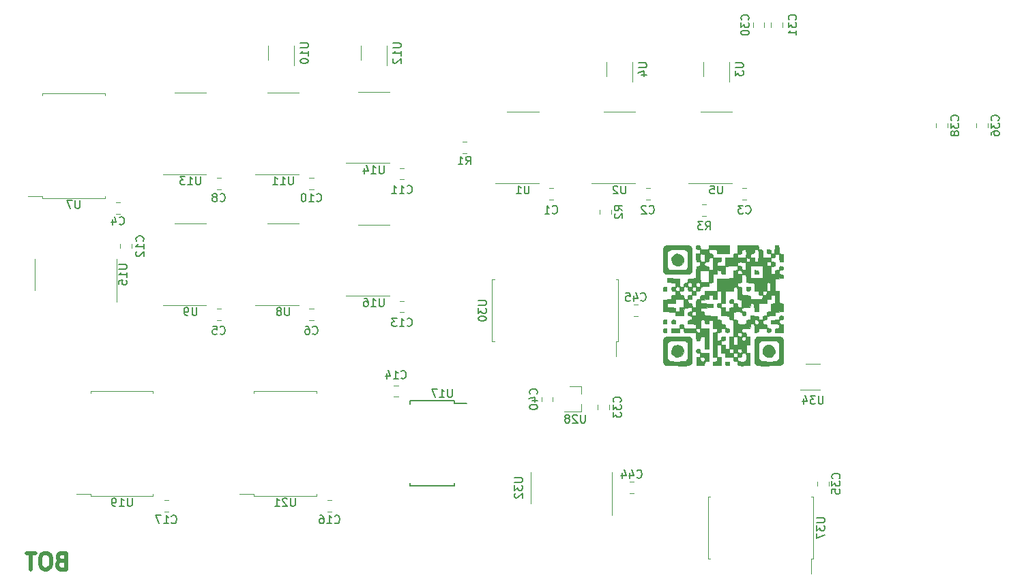
<source format=gbr>
G04 #@! TF.GenerationSoftware,KiCad,Pcbnew,(5.1.6)-1*
G04 #@! TF.CreationDate,2020-08-19T00:23:47+02:00*
G04 #@! TF.ProjectId,Project_GP8B,50726f6a-6563-4745-9f47-5038422e6b69,V5.0*
G04 #@! TF.SameCoordinates,PX3a2c940PY1e0a6e0*
G04 #@! TF.FileFunction,Legend,Bot*
G04 #@! TF.FilePolarity,Positive*
%FSLAX46Y46*%
G04 Gerber Fmt 4.6, Leading zero omitted, Abs format (unit mm)*
G04 Created by KiCad (PCBNEW (5.1.6)-1) date 2020-08-19 00:23:47*
%MOMM*%
%LPD*%
G01*
G04 APERTURE LIST*
%ADD10C,0.500000*%
%ADD11C,0.010000*%
%ADD12C,0.120000*%
%ADD13C,0.150000*%
G04 APERTURE END LIST*
D10*
X14166666Y-81107142D02*
X13880952Y-81202380D01*
X13785714Y-81297619D01*
X13690476Y-81488095D01*
X13690476Y-81773809D01*
X13785714Y-81964285D01*
X13880952Y-82059523D01*
X14071428Y-82154761D01*
X14833333Y-82154761D01*
X14833333Y-80154761D01*
X14166666Y-80154761D01*
X13976190Y-80250000D01*
X13880952Y-80345238D01*
X13785714Y-80535714D01*
X13785714Y-80726190D01*
X13880952Y-80916666D01*
X13976190Y-81011904D01*
X14166666Y-81107142D01*
X14833333Y-81107142D01*
X12452380Y-80154761D02*
X12071428Y-80154761D01*
X11880952Y-80250000D01*
X11690476Y-80440476D01*
X11595238Y-80821428D01*
X11595238Y-81488095D01*
X11690476Y-81869047D01*
X11880952Y-82059523D01*
X12071428Y-82154761D01*
X12452380Y-82154761D01*
X12642857Y-82059523D01*
X12833333Y-81869047D01*
X12928571Y-81488095D01*
X12928571Y-80821428D01*
X12833333Y-80440476D01*
X12642857Y-80250000D01*
X12452380Y-80154761D01*
X11023809Y-80154761D02*
X9880952Y-80154761D01*
X10452380Y-82154761D02*
X10452380Y-80154761D01*
D11*
G36*
X92320636Y-45320637D02*
G01*
X92476500Y-45164773D01*
X92474480Y-43685512D01*
X92472987Y-43193383D01*
X92468211Y-42812159D01*
X92457443Y-42525747D01*
X92437973Y-42318054D01*
X92407091Y-42172986D01*
X92362088Y-42074451D01*
X92300253Y-42006353D01*
X92218878Y-41952602D01*
X92179049Y-41930873D01*
X92063079Y-41903773D01*
X91844052Y-41882626D01*
X91545769Y-41867371D01*
X91192031Y-41857946D01*
X90806638Y-41854291D01*
X90413392Y-41856346D01*
X90036093Y-41864048D01*
X89698542Y-41877337D01*
X89424539Y-41896153D01*
X89237886Y-41920434D01*
X89175751Y-41938563D01*
X89077277Y-41997592D01*
X89001456Y-42073339D01*
X88945353Y-42181945D01*
X88906034Y-42339553D01*
X88880564Y-42562304D01*
X88866009Y-42866339D01*
X88859434Y-43267802D01*
X88859036Y-43379206D01*
X89366337Y-43379206D01*
X89382499Y-43018337D01*
X89436614Y-42754699D01*
X89542762Y-42573598D01*
X89715023Y-42460339D01*
X89967476Y-42400227D01*
X90314201Y-42378566D01*
X90769277Y-42380663D01*
X90783526Y-42380917D01*
X91133141Y-42387915D01*
X91378933Y-42397064D01*
X91544062Y-42412718D01*
X91651687Y-42439232D01*
X91724965Y-42480959D01*
X91787056Y-42542253D01*
X91815401Y-42574916D01*
X91874442Y-42649549D01*
X91915966Y-42728390D01*
X91943048Y-42834135D01*
X91958763Y-42989477D01*
X91966185Y-43217112D01*
X91968390Y-43539734D01*
X91968500Y-43704928D01*
X91967679Y-44072120D01*
X91963137Y-44334483D01*
X91951755Y-44514185D01*
X91930414Y-44633396D01*
X91895994Y-44714284D01*
X91845375Y-44779019D01*
X91812636Y-44812637D01*
X91747631Y-44872630D01*
X91677678Y-44914848D01*
X91580609Y-44942410D01*
X91434252Y-44958436D01*
X91216441Y-44966045D01*
X90905005Y-44968357D01*
X90704927Y-44968500D01*
X90336767Y-44967550D01*
X90072911Y-44962648D01*
X89890665Y-44950717D01*
X89767336Y-44928679D01*
X89680230Y-44893457D01*
X89606654Y-44841974D01*
X89574915Y-44815268D01*
X89501500Y-44747708D01*
X89450928Y-44677550D01*
X89418088Y-44580282D01*
X89397871Y-44431394D01*
X89385163Y-44206375D01*
X89374855Y-43880714D01*
X89374049Y-43852002D01*
X89366337Y-43379206D01*
X88859036Y-43379206D01*
X88857936Y-43686800D01*
X88859284Y-44171002D01*
X88865716Y-44545153D01*
X88879686Y-44826178D01*
X88903645Y-45030998D01*
X88940047Y-45176536D01*
X88991342Y-45279716D01*
X89059984Y-45357459D01*
X89105497Y-45395106D01*
X89185527Y-45422624D01*
X89351459Y-45443784D01*
X89612611Y-45459056D01*
X89978299Y-45468905D01*
X90457841Y-45473802D01*
X90685511Y-45474481D01*
X92164772Y-45476500D01*
X92320636Y-45320637D01*
G37*
X92320636Y-45320637D02*
X92476500Y-45164773D01*
X92474480Y-43685512D01*
X92472987Y-43193383D01*
X92468211Y-42812159D01*
X92457443Y-42525747D01*
X92437973Y-42318054D01*
X92407091Y-42172986D01*
X92362088Y-42074451D01*
X92300253Y-42006353D01*
X92218878Y-41952602D01*
X92179049Y-41930873D01*
X92063079Y-41903773D01*
X91844052Y-41882626D01*
X91545769Y-41867371D01*
X91192031Y-41857946D01*
X90806638Y-41854291D01*
X90413392Y-41856346D01*
X90036093Y-41864048D01*
X89698542Y-41877337D01*
X89424539Y-41896153D01*
X89237886Y-41920434D01*
X89175751Y-41938563D01*
X89077277Y-41997592D01*
X89001456Y-42073339D01*
X88945353Y-42181945D01*
X88906034Y-42339553D01*
X88880564Y-42562304D01*
X88866009Y-42866339D01*
X88859434Y-43267802D01*
X88859036Y-43379206D01*
X89366337Y-43379206D01*
X89382499Y-43018337D01*
X89436614Y-42754699D01*
X89542762Y-42573598D01*
X89715023Y-42460339D01*
X89967476Y-42400227D01*
X90314201Y-42378566D01*
X90769277Y-42380663D01*
X90783526Y-42380917D01*
X91133141Y-42387915D01*
X91378933Y-42397064D01*
X91544062Y-42412718D01*
X91651687Y-42439232D01*
X91724965Y-42480959D01*
X91787056Y-42542253D01*
X91815401Y-42574916D01*
X91874442Y-42649549D01*
X91915966Y-42728390D01*
X91943048Y-42834135D01*
X91958763Y-42989477D01*
X91966185Y-43217112D01*
X91968390Y-43539734D01*
X91968500Y-43704928D01*
X91967679Y-44072120D01*
X91963137Y-44334483D01*
X91951755Y-44514185D01*
X91930414Y-44633396D01*
X91895994Y-44714284D01*
X91845375Y-44779019D01*
X91812636Y-44812637D01*
X91747631Y-44872630D01*
X91677678Y-44914848D01*
X91580609Y-44942410D01*
X91434252Y-44958436D01*
X91216441Y-44966045D01*
X90905005Y-44968357D01*
X90704927Y-44968500D01*
X90336767Y-44967550D01*
X90072911Y-44962648D01*
X89890665Y-44950717D01*
X89767336Y-44928679D01*
X89680230Y-44893457D01*
X89606654Y-44841974D01*
X89574915Y-44815268D01*
X89501500Y-44747708D01*
X89450928Y-44677550D01*
X89418088Y-44580282D01*
X89397871Y-44431394D01*
X89385163Y-44206375D01*
X89374855Y-43880714D01*
X89374049Y-43852002D01*
X89366337Y-43379206D01*
X88859036Y-43379206D01*
X88857936Y-43686800D01*
X88859284Y-44171002D01*
X88865716Y-44545153D01*
X88879686Y-44826178D01*
X88903645Y-45030998D01*
X88940047Y-45176536D01*
X88991342Y-45279716D01*
X89059984Y-45357459D01*
X89105497Y-45395106D01*
X89185527Y-45422624D01*
X89351459Y-45443784D01*
X89612611Y-45459056D01*
X89978299Y-45468905D01*
X90457841Y-45473802D01*
X90685511Y-45474481D01*
X92164772Y-45476500D01*
X92320636Y-45320637D01*
G36*
X99002033Y-56831158D02*
G01*
X99048750Y-56829815D01*
X99683750Y-56811250D01*
X99683750Y-55287250D01*
X99207500Y-55247834D01*
X99207500Y-54247167D01*
X99445625Y-54227459D01*
X99683750Y-54207750D01*
X99683750Y-53255250D01*
X99449242Y-53235758D01*
X99293440Y-53212122D01*
X99223230Y-53148928D01*
X99197220Y-53004782D01*
X99195242Y-52981758D01*
X99171954Y-52826784D01*
X99109765Y-52756423D01*
X98967617Y-52730124D01*
X98937876Y-52727557D01*
X98769421Y-52696175D01*
X98685877Y-52621996D01*
X98661153Y-52553074D01*
X98636737Y-52397423D01*
X98669924Y-52296124D01*
X98779497Y-52236404D01*
X98984240Y-52205486D01*
X99188586Y-52194351D01*
X99683750Y-52175750D01*
X99703669Y-51934081D01*
X99749257Y-51738090D01*
X99854778Y-51649161D01*
X100036059Y-51655257D01*
X100062230Y-51661444D01*
X100141237Y-51689926D01*
X100189435Y-51745405D01*
X100216188Y-51856368D01*
X100230864Y-52051304D01*
X100236713Y-52192167D01*
X100255250Y-52683750D01*
X100477500Y-52683750D01*
X100623960Y-52673893D01*
X100690803Y-52619212D01*
X100716301Y-52482042D01*
X100719458Y-52445625D01*
X100739166Y-52207500D01*
X101739833Y-52207500D01*
X101759541Y-52445625D01*
X101781657Y-52601673D01*
X101838219Y-52668442D01*
X101967498Y-52683597D01*
X102001500Y-52683750D01*
X102148871Y-52673592D01*
X102215547Y-52617804D01*
X102240736Y-52478416D01*
X102243216Y-52449673D01*
X102248294Y-52296816D01*
X102206121Y-52227026D01*
X102082353Y-52201053D01*
X102020966Y-52195673D01*
X101862291Y-52172884D01*
X101789855Y-52113227D01*
X101762942Y-51976508D01*
X101759541Y-51937625D01*
X101735389Y-51780150D01*
X101678891Y-51712743D01*
X101569041Y-51698528D01*
X101368170Y-51668895D01*
X101267140Y-51571692D01*
X101249369Y-51390085D01*
X101250664Y-51375342D01*
X101276795Y-51231449D01*
X101345439Y-51166047D01*
X101498084Y-51140903D01*
X101505757Y-51140258D01*
X101661559Y-51116622D01*
X101731769Y-51053428D01*
X101757779Y-50909282D01*
X101759757Y-50886258D01*
X101779250Y-50651750D01*
X102267697Y-50633271D01*
X102756144Y-50614791D01*
X102775697Y-50379271D01*
X102795250Y-50143750D01*
X103811250Y-50080250D01*
X103811250Y-49127750D01*
X103589554Y-49106710D01*
X103427454Y-49072929D01*
X103325921Y-49018363D01*
X103320652Y-49011460D01*
X103301126Y-48920324D01*
X103285341Y-48732126D01*
X103275209Y-48476789D01*
X103272472Y-48258459D01*
X103271500Y-47579667D01*
X103033375Y-47559959D01*
X102795250Y-47540250D01*
X102795250Y-46016250D01*
X103811250Y-45952750D01*
X103811250Y-45730500D01*
X103801645Y-45584822D01*
X103747900Y-45517839D01*
X103612613Y-45492075D01*
X103569580Y-45488331D01*
X103373523Y-45442681D01*
X103284551Y-45337108D01*
X103290721Y-45155969D01*
X103296653Y-45130927D01*
X103350799Y-45021952D01*
X103467187Y-44970067D01*
X103573376Y-44956444D01*
X103729317Y-44934307D01*
X103795997Y-44877633D01*
X103811100Y-44748096D01*
X103811250Y-44714500D01*
X103801091Y-44567129D01*
X103745303Y-44500453D01*
X103605915Y-44475264D01*
X103577172Y-44472784D01*
X103424315Y-44467706D01*
X103354525Y-44509879D01*
X103328552Y-44633647D01*
X103323172Y-44695034D01*
X103300917Y-44851254D01*
X103242423Y-44926684D01*
X103108232Y-44960716D01*
X103049250Y-44968500D01*
X102885593Y-44997883D01*
X102809125Y-45057190D01*
X102780388Y-45185815D01*
X102775327Y-45241967D01*
X102755028Y-45398557D01*
X102703278Y-45462731D01*
X102580827Y-45468834D01*
X102521327Y-45464217D01*
X102287250Y-45444750D01*
X102287250Y-44492250D01*
X102525375Y-44472542D01*
X102679600Y-44451495D01*
X102746844Y-44396222D01*
X102763151Y-44266452D01*
X102763500Y-44206500D01*
X102755492Y-44046296D01*
X102707441Y-43972757D01*
X102583300Y-43945613D01*
X102525375Y-43940459D01*
X102368162Y-43917308D01*
X102296845Y-43855870D01*
X102270350Y-43715072D01*
X102267541Y-43682625D01*
X102248253Y-43449570D01*
X101763375Y-43431297D01*
X101271250Y-43412750D01*
X101252703Y-42920625D01*
X101241665Y-42673585D01*
X101224831Y-42527103D01*
X101192016Y-42454817D01*
X101133034Y-42430361D01*
X101062203Y-42427528D01*
X100869185Y-42400422D01*
X100765055Y-42303983D01*
X100720875Y-42111333D01*
X100720790Y-42110446D01*
X100699750Y-41888750D01*
X98159750Y-41888750D01*
X98096250Y-42904750D01*
X97858125Y-42924459D01*
X97704734Y-42945184D01*
X97637242Y-42999529D01*
X97620429Y-43127409D01*
X97620000Y-43194334D01*
X97620000Y-43412750D01*
X98159750Y-43412750D01*
X98159750Y-43190500D01*
X98169607Y-43044040D01*
X98224288Y-42977197D01*
X98361458Y-42951699D01*
X98397875Y-42948542D01*
X98554166Y-42925940D01*
X98621003Y-42869794D01*
X98635917Y-42744574D01*
X98636000Y-42723117D01*
X98658231Y-42556011D01*
X98711737Y-42441667D01*
X98712200Y-42441200D01*
X98855703Y-42373078D01*
X99024594Y-42383227D01*
X99139256Y-42454535D01*
X99179774Y-42574195D01*
X99197257Y-42791822D01*
X99194656Y-42978410D01*
X99185258Y-43194334D01*
X99715500Y-43194334D01*
X99723143Y-43032554D01*
X99769555Y-42957808D01*
X99889955Y-42930180D01*
X99953625Y-42924459D01*
X100112480Y-42899507D01*
X100184794Y-42838278D01*
X100210355Y-42714250D01*
X100232476Y-42550286D01*
X100255987Y-42444375D01*
X100334365Y-42383756D01*
X100475505Y-42368211D01*
X100622095Y-42401436D01*
X100654305Y-42418693D01*
X100691653Y-42480840D01*
X100713785Y-42620559D01*
X100722036Y-42854195D01*
X100717805Y-43195596D01*
X100699750Y-43920750D01*
X100461625Y-43940459D01*
X100316138Y-43952500D01*
X101739833Y-43952500D01*
X102255500Y-43952500D01*
X102255500Y-44468167D01*
X102017375Y-44448459D01*
X101860162Y-44425308D01*
X101788845Y-44363870D01*
X101762350Y-44223072D01*
X101759541Y-44190625D01*
X101739833Y-43952500D01*
X100316138Y-43952500D01*
X100223500Y-43960167D01*
X100223500Y-43444500D01*
X99969500Y-43444500D01*
X99806918Y-43438322D01*
X99734675Y-43395714D01*
X99716110Y-43280570D01*
X99715500Y-43194334D01*
X99185258Y-43194334D01*
X99175750Y-43412750D01*
X98159750Y-43412750D01*
X97620000Y-43412750D01*
X97620000Y-43436834D01*
X99207500Y-43436834D01*
X99445625Y-43456542D01*
X99601672Y-43478658D01*
X99668441Y-43535220D01*
X99683596Y-43664499D01*
X99683750Y-43698500D01*
X99673892Y-43844961D01*
X99619211Y-43911804D01*
X99482041Y-43937302D01*
X99445625Y-43940459D01*
X99207500Y-43960167D01*
X99207500Y-43436834D01*
X97620000Y-43436834D01*
X97620000Y-43444500D01*
X96604000Y-43444500D01*
X96604000Y-44123783D01*
X98128598Y-44123783D01*
X98166067Y-44026046D01*
X98272251Y-43975864D01*
X98468145Y-43961056D01*
X98682663Y-43965687D01*
X99175750Y-43984250D01*
X99175750Y-44936750D01*
X98960158Y-44957336D01*
X98772635Y-44944282D01*
X98670582Y-44849021D01*
X98637167Y-44654970D01*
X98636972Y-44638959D01*
X98620819Y-44524774D01*
X98549518Y-44470756D01*
X98397875Y-44448459D01*
X98233618Y-44419519D01*
X98157963Y-44353072D01*
X98138853Y-44281257D01*
X98128598Y-44123783D01*
X96604000Y-44123783D01*
X96604000Y-44460500D01*
X95588000Y-44460500D01*
X95588000Y-44210334D01*
X95595643Y-44048554D01*
X95642055Y-43973808D01*
X95762455Y-43946180D01*
X95826125Y-43940459D01*
X95983337Y-43917308D01*
X96054654Y-43855870D01*
X96081149Y-43715072D01*
X96083958Y-43682625D01*
X96103666Y-43444500D01*
X95084030Y-43444500D01*
X95048250Y-44936750D01*
X94814172Y-44956217D01*
X94661315Y-44961295D01*
X94591525Y-44919122D01*
X94565552Y-44795354D01*
X94560172Y-44733967D01*
X94537303Y-44575236D01*
X94477742Y-44502786D01*
X94341790Y-44475933D01*
X94305246Y-44472728D01*
X94113632Y-44413397D01*
X94010768Y-44297386D01*
X93996654Y-44158861D01*
X94071290Y-44031984D01*
X94234676Y-43950920D01*
X94305246Y-43940273D01*
X94460474Y-43917026D01*
X94530975Y-43855005D01*
X94557319Y-43713172D01*
X94559958Y-43682625D01*
X94580519Y-43529668D01*
X94634388Y-43462051D01*
X94761298Y-43444976D01*
X94831848Y-43444500D01*
X95080000Y-43444500D01*
X95080000Y-43194334D01*
X95072356Y-43032554D01*
X95025944Y-42957808D01*
X94905544Y-42930180D01*
X94841875Y-42924459D01*
X94689303Y-42904044D01*
X94621576Y-42850597D01*
X94604268Y-42724548D01*
X94603750Y-42650750D01*
X94603750Y-42396750D01*
X94949606Y-42377124D01*
X95239555Y-42369236D01*
X95427101Y-42391974D01*
X95535188Y-42455559D01*
X95586764Y-42570212D01*
X95600056Y-42666877D01*
X95619750Y-42904750D01*
X97080250Y-42904750D01*
X97080250Y-41888750D01*
X94603750Y-41888750D01*
X94582709Y-42110446D01*
X94554957Y-42267308D01*
X94490635Y-42361953D01*
X94363171Y-42409637D01*
X94145995Y-42425620D01*
X94032250Y-42426556D01*
X93773242Y-42418743D01*
X93614226Y-42385131D01*
X93528630Y-42310462D01*
X93489883Y-42179477D01*
X93481790Y-42110446D01*
X93452945Y-41958098D01*
X93381221Y-41890728D01*
X93267967Y-41869866D01*
X93117396Y-41869972D01*
X93029842Y-41896324D01*
X92998447Y-41985947D01*
X92984538Y-42140851D01*
X92984500Y-42149501D01*
X92995501Y-42286788D01*
X93053541Y-42349918D01*
X93196173Y-42374773D01*
X93222625Y-42377042D01*
X93375196Y-42397457D01*
X93442923Y-42450904D01*
X93460231Y-42576953D01*
X93460750Y-42650750D01*
X93453500Y-42814075D01*
X93408551Y-42890024D01*
X93291102Y-42918189D01*
X93220025Y-42924614D01*
X92979301Y-42944477D01*
X92990425Y-43238416D01*
X93497505Y-43238416D01*
X93513937Y-43066206D01*
X93565767Y-42975755D01*
X93664361Y-42944757D01*
X93793614Y-42948512D01*
X94032250Y-42968250D01*
X94051876Y-43314107D01*
X94060204Y-43609308D01*
X94038774Y-43799060D01*
X93978325Y-43903250D01*
X93869595Y-43941763D01*
X93760235Y-43940331D01*
X93524250Y-43920750D01*
X93505106Y-43514689D01*
X93497505Y-43238416D01*
X92990425Y-43238416D01*
X92997775Y-43432614D01*
X93016250Y-43920750D01*
X93254375Y-43940459D01*
X93408600Y-43961506D01*
X93475844Y-44016779D01*
X93492151Y-44146549D01*
X93492500Y-44206500D01*
X93484492Y-44366705D01*
X93436441Y-44440244D01*
X93312300Y-44467388D01*
X93254375Y-44472542D01*
X93016250Y-44492250D01*
X92998382Y-45235740D01*
X92991695Y-45514015D01*
X93501462Y-45514015D01*
X93503617Y-45272798D01*
X93511870Y-45105700D01*
X93520939Y-45049480D01*
X93574403Y-45004037D01*
X93704427Y-44981166D01*
X93931791Y-44978191D01*
X94047163Y-44981687D01*
X94540250Y-45000250D01*
X94540250Y-46460750D01*
X93524250Y-46460750D01*
X93506025Y-45798293D01*
X93501462Y-45514015D01*
X92991695Y-45514015D01*
X92980515Y-45979230D01*
X92490382Y-45997740D01*
X92000250Y-46016250D01*
X91980757Y-46250758D01*
X91957121Y-46406560D01*
X91893927Y-46476770D01*
X91749781Y-46502780D01*
X91726757Y-46504758D01*
X91572697Y-46527667D01*
X91502175Y-46588763D01*
X91475557Y-46728730D01*
X91472330Y-46765920D01*
X91467282Y-46787624D01*
X91968500Y-46787624D01*
X91984951Y-46603160D01*
X92052283Y-46516575D01*
X92197458Y-46501021D01*
X92251967Y-46505366D01*
X92380662Y-46532399D01*
X92440499Y-46606343D01*
X92464488Y-46762886D01*
X92462744Y-46787624D01*
X92984500Y-46787624D01*
X93000951Y-46603160D01*
X93068283Y-46516575D01*
X93213458Y-46501021D01*
X93267967Y-46505366D01*
X93396662Y-46532399D01*
X93456499Y-46606343D01*
X93480488Y-46762886D01*
X93466896Y-46955642D01*
X93378517Y-47048954D01*
X93204828Y-47051401D01*
X93143108Y-47037889D01*
X93030399Y-46984094D01*
X92988098Y-46871955D01*
X92984500Y-46787624D01*
X92462744Y-46787624D01*
X92450896Y-46955642D01*
X92362517Y-47048954D01*
X92188828Y-47051401D01*
X92127108Y-47037889D01*
X92014399Y-46984094D01*
X91972098Y-46871955D01*
X91968500Y-46787624D01*
X91467282Y-46787624D01*
X91426742Y-46961911D01*
X91321221Y-47050840D01*
X91139940Y-47044744D01*
X91113769Y-47038557D01*
X91034762Y-47010075D01*
X90986564Y-46954596D01*
X90959811Y-46843633D01*
X90945135Y-46648697D01*
X90939286Y-46507834D01*
X90920750Y-46016250D01*
X89428500Y-45980470D01*
X89428500Y-46487158D01*
X90412750Y-46524250D01*
X90433335Y-46739842D01*
X90420919Y-46925952D01*
X90327465Y-47027812D01*
X90135681Y-47062563D01*
X90107291Y-47063028D01*
X89991447Y-47074366D01*
X89945959Y-47131467D01*
X89946025Y-47195693D01*
X90451855Y-47195693D01*
X90469521Y-47090386D01*
X90554848Y-47021482D01*
X90701780Y-47003802D01*
X90853711Y-47042147D01*
X90877835Y-47055757D01*
X90934283Y-47158387D01*
X90941335Y-47324659D01*
X90915633Y-47469745D01*
X90848392Y-47528978D01*
X90698500Y-47540250D01*
X90546377Y-47527412D01*
X90478380Y-47468173D01*
X90455639Y-47360261D01*
X90451855Y-47195693D01*
X89946025Y-47195693D01*
X89946104Y-47271564D01*
X89948541Y-47302125D01*
X89971337Y-47458464D01*
X90031750Y-47529938D01*
X90170498Y-47556740D01*
X90209966Y-47560173D01*
X90366556Y-47580472D01*
X90430730Y-47632222D01*
X90432180Y-47661316D01*
X90959705Y-47661316D01*
X91001878Y-47591526D01*
X91125646Y-47565553D01*
X91187033Y-47560173D01*
X91347309Y-47535609D01*
X91420730Y-47476083D01*
X91447355Y-47349750D01*
X91476741Y-47145547D01*
X91528899Y-47040776D01*
X91626914Y-47007869D01*
X91729938Y-47012320D01*
X91864915Y-47037784D01*
X91931671Y-47105637D01*
X91964499Y-47255257D01*
X91968500Y-47286250D01*
X91975395Y-47324659D01*
X92487664Y-47324659D01*
X92503449Y-47130748D01*
X92602931Y-47030638D01*
X92794000Y-47015801D01*
X92896907Y-47042206D01*
X92942370Y-47117986D01*
X92952746Y-47281228D01*
X92952750Y-47286250D01*
X92946021Y-47448878D01*
X92904477Y-47521150D01*
X92796080Y-47539683D01*
X92730500Y-47540250D01*
X92579836Y-47528757D01*
X92513069Y-47469016D01*
X92487664Y-47324659D01*
X91975395Y-47324659D01*
X91997882Y-47449907D01*
X92057189Y-47526375D01*
X92185814Y-47555112D01*
X92241966Y-47560173D01*
X92398556Y-47580472D01*
X92462730Y-47632222D01*
X92468833Y-47754673D01*
X92464216Y-47814173D01*
X92440566Y-47969701D01*
X92377289Y-48039799D01*
X92232995Y-48065789D01*
X92210242Y-48067743D01*
X92054440Y-48091379D01*
X91984230Y-48154573D01*
X91958220Y-48298719D01*
X91956242Y-48321743D01*
X91933803Y-48476251D01*
X91875601Y-48541741D01*
X91742527Y-48556150D01*
X91714500Y-48556250D01*
X91567226Y-48546125D01*
X91500532Y-48490456D01*
X91475310Y-48351308D01*
X91472757Y-48321743D01*
X91449121Y-48165941D01*
X91385927Y-48095731D01*
X91241781Y-48069721D01*
X91218757Y-48067743D01*
X91062946Y-48044096D01*
X90992734Y-47980917D01*
X90966734Y-47836884D01*
X90964783Y-47814173D01*
X90959705Y-47661316D01*
X90432180Y-47661316D01*
X90436833Y-47754673D01*
X90432216Y-47814173D01*
X90408566Y-47969701D01*
X90345289Y-48039799D01*
X90200995Y-48065789D01*
X90178242Y-48067743D01*
X90022440Y-48091379D01*
X89952230Y-48154573D01*
X89926220Y-48298719D01*
X89924242Y-48321743D01*
X89904750Y-48556250D01*
X88888750Y-48619750D01*
X88888750Y-49307175D01*
X89381295Y-49307175D01*
X89395921Y-49225609D01*
X89433019Y-49160974D01*
X89512473Y-49120718D01*
X89662058Y-49097329D01*
X89909552Y-49083291D01*
X89924076Y-49082734D01*
X90412750Y-49064250D01*
X90452166Y-48588000D01*
X91460500Y-48588000D01*
X91960833Y-48588000D01*
X92476500Y-48588000D01*
X92476500Y-48080000D01*
X92730500Y-48080000D01*
X92893081Y-48073822D01*
X92965324Y-48031214D01*
X92983889Y-47916070D01*
X92984500Y-47829834D01*
X92992143Y-47668054D01*
X93038555Y-47593308D01*
X93158955Y-47565680D01*
X93222625Y-47559959D01*
X93380404Y-47536155D01*
X93452442Y-47474612D01*
X93479997Y-47336902D01*
X93481790Y-47318555D01*
X93515571Y-47156455D01*
X93570137Y-47054922D01*
X93577040Y-47049653D01*
X93674064Y-47026152D01*
X93859120Y-47008932D01*
X94093273Y-47001527D01*
X94107791Y-47001473D01*
X94564333Y-47000500D01*
X94584041Y-46762375D01*
X94607192Y-46605163D01*
X94668630Y-46533846D01*
X94809428Y-46507351D01*
X94841875Y-46504542D01*
X95080000Y-46484834D01*
X95080000Y-45476500D01*
X95588000Y-45476500D01*
X95588000Y-44960834D01*
X95826125Y-44980542D01*
X95983337Y-45003693D01*
X96054654Y-45065131D01*
X96081149Y-45205929D01*
X96083958Y-45238375D01*
X96104683Y-45391766D01*
X96159028Y-45459258D01*
X96286908Y-45476071D01*
X96353833Y-45476500D01*
X96604000Y-45476500D01*
X96604000Y-45010834D01*
X96609400Y-44778550D01*
X96623639Y-44598584D01*
X96643776Y-44506237D01*
X96646333Y-44502834D01*
X96723257Y-44485953D01*
X96899903Y-44472268D01*
X97149001Y-44463296D01*
X97408333Y-44460500D01*
X98128000Y-44460500D01*
X98128000Y-44710667D01*
X98120356Y-44872447D01*
X98073944Y-44947193D01*
X97953544Y-44974821D01*
X97889875Y-44980542D01*
X97651750Y-45000250D01*
X97640538Y-45297257D01*
X98138853Y-45297257D01*
X98140275Y-45103743D01*
X98223651Y-45000125D01*
X98403761Y-44968523D01*
X98410547Y-44968500D01*
X98569271Y-44985003D01*
X98647258Y-45052189D01*
X98673388Y-45127109D01*
X98693604Y-45325192D01*
X98625230Y-45435174D01*
X98459688Y-45467578D01*
X98398385Y-45464489D01*
X98233943Y-45435622D01*
X98158132Y-45369440D01*
X98138853Y-45297257D01*
X97640538Y-45297257D01*
X97633232Y-45490776D01*
X97614715Y-45981302D01*
X96617232Y-45998776D01*
X95619750Y-46016250D01*
X95588759Y-46760051D01*
X98137448Y-46760051D01*
X98139164Y-46739842D01*
X98164888Y-46596791D01*
X98232383Y-46531256D01*
X98382785Y-46505820D01*
X98397875Y-46504542D01*
X98636000Y-46484834D01*
X98636000Y-46081111D01*
X98641810Y-45796866D01*
X98666848Y-45617573D01*
X98722519Y-45521423D01*
X98820231Y-45486609D01*
X98945704Y-45489024D01*
X99175750Y-45508250D01*
X99193747Y-45984500D01*
X99715500Y-45984500D01*
X99715500Y-44460500D01*
X101239500Y-44460500D01*
X101239500Y-45984500D01*
X99715500Y-45984500D01*
X99193747Y-45984500D01*
X99194248Y-45997752D01*
X99212747Y-46487253D01*
X99702248Y-46505752D01*
X100191750Y-46524250D01*
X100210005Y-46816341D01*
X101752919Y-46816341D01*
X101767030Y-46635448D01*
X101811862Y-46537777D01*
X101896692Y-46501729D01*
X102016938Y-46504320D01*
X102223750Y-46524250D01*
X102223750Y-47540250D01*
X101779250Y-47540250D01*
X101760255Y-47102051D01*
X101752919Y-46816341D01*
X100210005Y-46816341D01*
X100255250Y-47540250D01*
X100489757Y-47559743D01*
X100570551Y-47572000D01*
X101231833Y-47572000D01*
X101755166Y-47572000D01*
X101735458Y-47810125D01*
X101713342Y-47966173D01*
X101656780Y-48032942D01*
X101527501Y-48048097D01*
X101493500Y-48048250D01*
X101347039Y-48038393D01*
X101280196Y-47983712D01*
X101254698Y-47846542D01*
X101251541Y-47810125D01*
X101231833Y-47572000D01*
X100570551Y-47572000D01*
X100645559Y-47583379D01*
X100715769Y-47646573D01*
X100741779Y-47790719D01*
X100743757Y-47813743D01*
X100766661Y-47967792D01*
X100827744Y-48038316D01*
X100967684Y-48064938D01*
X101004966Y-48068173D01*
X101161556Y-48088472D01*
X101225730Y-48140222D01*
X101231833Y-48262673D01*
X101227216Y-48322173D01*
X101207750Y-48556250D01*
X100465576Y-48574107D01*
X99723402Y-48591963D01*
X99703576Y-48351857D01*
X99683750Y-48111750D01*
X99209353Y-48092811D01*
X98952097Y-48072760D01*
X98768296Y-48038674D01*
X98686450Y-47997561D01*
X98661581Y-47898346D01*
X98643748Y-47713105D01*
X98636972Y-47492625D01*
X98634305Y-47265647D01*
X98619893Y-47137385D01*
X98582175Y-47079555D01*
X98509591Y-47063875D01*
X98461375Y-47063028D01*
X98258986Y-47034073D01*
X98156660Y-46938747D01*
X98137448Y-46760051D01*
X95588759Y-46760051D01*
X95556250Y-47540250D01*
X94810125Y-47558141D01*
X94064000Y-47576031D01*
X94063027Y-47748641D01*
X94036001Y-47942014D01*
X93939768Y-48046311D01*
X93747410Y-48090570D01*
X93745945Y-48090710D01*
X93598187Y-48116595D01*
X93531232Y-48183792D01*
X93505802Y-48333918D01*
X93504757Y-48346258D01*
X93481121Y-48502060D01*
X93417927Y-48572270D01*
X93273781Y-48598280D01*
X93250757Y-48600258D01*
X93016250Y-48619750D01*
X92997637Y-49115546D01*
X92979025Y-49611341D01*
X92743637Y-49591796D01*
X92587475Y-49568257D01*
X92516992Y-49505530D01*
X92490884Y-49362442D01*
X92488757Y-49337743D01*
X92465121Y-49181941D01*
X92401927Y-49111731D01*
X92257781Y-49085721D01*
X92234757Y-49083743D01*
X92079844Y-49060481D01*
X92009472Y-48998365D01*
X91983152Y-48856364D01*
X91980541Y-48826125D01*
X91960833Y-48588000D01*
X91460500Y-48588000D01*
X91460500Y-49604000D01*
X90952500Y-49604000D01*
X90952500Y-49858000D01*
X90946321Y-50020582D01*
X90903713Y-50092825D01*
X90788569Y-50111390D01*
X90702333Y-50112000D01*
X90540553Y-50104357D01*
X90465807Y-50057945D01*
X90438179Y-49937545D01*
X90432458Y-49873875D01*
X90412750Y-49635750D01*
X89924076Y-49617267D01*
X89671291Y-49603484D01*
X89517721Y-49580703D01*
X89435591Y-49541409D01*
X89397123Y-49478089D01*
X89395921Y-49474392D01*
X89381295Y-49307175D01*
X88888750Y-49307175D01*
X88888750Y-50080250D01*
X90412750Y-50143750D01*
X90452166Y-50620000D01*
X91455157Y-50620000D01*
X91473703Y-50127875D01*
X91492250Y-49635750D01*
X92476500Y-49598658D01*
X92476500Y-49851496D01*
X92476205Y-49858000D01*
X93524250Y-49858000D01*
X93524250Y-49635750D01*
X95048250Y-49572250D01*
X95048250Y-49127750D01*
X93524250Y-49064250D01*
X93524250Y-48619750D01*
X94540250Y-48556250D01*
X94559958Y-48318125D01*
X94580683Y-48164735D01*
X94635028Y-48097243D01*
X94762908Y-48080430D01*
X94829833Y-48080000D01*
X94989139Y-48086070D01*
X95060529Y-48128537D01*
X95079307Y-48243791D01*
X95080000Y-48337834D01*
X95080000Y-48595667D01*
X95318125Y-48575959D01*
X95556250Y-48556250D01*
X95593342Y-47572000D01*
X96100030Y-47572000D01*
X96064250Y-49064250D01*
X95826125Y-49083959D01*
X95671899Y-49105006D01*
X95604655Y-49160279D01*
X95588348Y-49290049D01*
X95588000Y-49350000D01*
X95588191Y-49353834D01*
X96096000Y-49353834D01*
X96103643Y-49192054D01*
X96150055Y-49117308D01*
X96270455Y-49089680D01*
X96334125Y-49083959D01*
X96572250Y-49064250D01*
X96590117Y-48320761D01*
X96607984Y-47577271D01*
X97098117Y-47558761D01*
X97588250Y-47540250D01*
X97609290Y-47318555D01*
X97655225Y-47121639D01*
X97758544Y-47027187D01*
X97937500Y-47015801D01*
X98004531Y-47026719D01*
X98050446Y-47057429D01*
X98080530Y-47129531D01*
X98100071Y-47264627D01*
X98114353Y-47484317D01*
X98128000Y-47794250D01*
X98159750Y-48556250D01*
X98667750Y-48619750D01*
X98667750Y-49572250D01*
X98413750Y-49572250D01*
X98250369Y-49564877D01*
X98174405Y-49520157D01*
X98146321Y-49404189D01*
X98140257Y-49337743D01*
X98116621Y-49181941D01*
X98053427Y-49111731D01*
X97909281Y-49085721D01*
X97886257Y-49083743D01*
X97732208Y-49060839D01*
X97661684Y-48999756D01*
X97635062Y-48859816D01*
X97631827Y-48822534D01*
X97611528Y-48665944D01*
X97559778Y-48601770D01*
X97437327Y-48595667D01*
X97377827Y-48600284D01*
X97223503Y-48622763D01*
X97158165Y-48681166D01*
X97143845Y-48814701D01*
X97143750Y-48842000D01*
X97153607Y-48988461D01*
X97208288Y-49055304D01*
X97345458Y-49080802D01*
X97381875Y-49083959D01*
X97536100Y-49105006D01*
X97603344Y-49160279D01*
X97619651Y-49290049D01*
X97620000Y-49350000D01*
X97611992Y-49510205D01*
X97563941Y-49583744D01*
X97439800Y-49610888D01*
X97381875Y-49616042D01*
X97224662Y-49639193D01*
X97153345Y-49700631D01*
X97126850Y-49841429D01*
X97124041Y-49873875D01*
X97103316Y-50027266D01*
X97048971Y-50094758D01*
X96921091Y-50111571D01*
X96854166Y-50112000D01*
X96694039Y-50105727D01*
X96622886Y-50062467D01*
X96604601Y-49945558D01*
X96604000Y-49858000D01*
X96604000Y-49604000D01*
X96350000Y-49604000D01*
X96187418Y-49597822D01*
X96115175Y-49555214D01*
X96096610Y-49440070D01*
X96096000Y-49353834D01*
X95588191Y-49353834D01*
X95596007Y-49510205D01*
X95644058Y-49583744D01*
X95768199Y-49610888D01*
X95826125Y-49616042D01*
X96064250Y-49635750D01*
X96082748Y-50125252D01*
X96101247Y-50614753D01*
X96590748Y-50633252D01*
X97080250Y-50651750D01*
X97099742Y-50886258D01*
X97123378Y-51042060D01*
X97186572Y-51112270D01*
X97229544Y-51120024D01*
X97614801Y-51120024D01*
X97633275Y-50631887D01*
X97651750Y-50143750D01*
X98122404Y-50124886D01*
X98395277Y-50121498D01*
X98565681Y-50146799D01*
X98657208Y-50214071D01*
X98693453Y-50336594D01*
X98698527Y-50449209D01*
X98709865Y-50565053D01*
X98766966Y-50610541D01*
X98907063Y-50610396D01*
X98937625Y-50607959D01*
X99093672Y-50585843D01*
X99160441Y-50529281D01*
X99175596Y-50400002D01*
X99175750Y-50366000D01*
X99166145Y-50220322D01*
X99112400Y-50153339D01*
X98977113Y-50127575D01*
X98934080Y-50123831D01*
X98738089Y-50078243D01*
X98649160Y-49972722D01*
X98655256Y-49791441D01*
X98661443Y-49765270D01*
X98689925Y-49686263D01*
X98745404Y-49638065D01*
X98856367Y-49611312D01*
X99051303Y-49596636D01*
X99192166Y-49590787D01*
X99683750Y-49572250D01*
X99703672Y-49330534D01*
X99723971Y-49173944D01*
X99775721Y-49109770D01*
X99898172Y-49103667D01*
X99957672Y-49108284D01*
X100191750Y-49127750D01*
X100228842Y-50112000D01*
X100731500Y-50112000D01*
X100731500Y-49096000D01*
X101747500Y-49096000D01*
X101747500Y-48588000D01*
X102255500Y-48588000D01*
X102255500Y-48080000D01*
X102763500Y-48080000D01*
X102763500Y-49088334D01*
X102287250Y-49127750D01*
X102268770Y-49616198D01*
X102250290Y-50104645D01*
X102014770Y-50124198D01*
X101858553Y-50147721D01*
X101788029Y-50210379D01*
X101761906Y-50353309D01*
X101759757Y-50378258D01*
X101736121Y-50534060D01*
X101672927Y-50604270D01*
X101528781Y-50630280D01*
X101505757Y-50632258D01*
X101350844Y-50655520D01*
X101280472Y-50717636D01*
X101254152Y-50859637D01*
X101251541Y-50889875D01*
X101230494Y-51044101D01*
X101175221Y-51111345D01*
X101045451Y-51127652D01*
X100985500Y-51128000D01*
X100825295Y-51119993D01*
X100751756Y-51071942D01*
X100724612Y-50947801D01*
X100719458Y-50889875D01*
X100699750Y-50651750D01*
X99715500Y-50614658D01*
X99715500Y-50867496D01*
X99708097Y-51030369D01*
X99662780Y-51105957D01*
X99544887Y-51133934D01*
X99477375Y-51140042D01*
X99319595Y-51163846D01*
X99247557Y-51225389D01*
X99220002Y-51363099D01*
X99218209Y-51381446D01*
X99210269Y-51426327D01*
X100223500Y-51426327D01*
X100239585Y-51240607D01*
X100305619Y-51152878D01*
X100448272Y-51136286D01*
X100506967Y-51140866D01*
X100636232Y-51168217D01*
X100695997Y-51243058D01*
X100719330Y-51395736D01*
X100721087Y-51555700D01*
X100675681Y-51634702D01*
X100576597Y-51672459D01*
X100377483Y-51690719D01*
X100263288Y-51617748D01*
X100223747Y-51446390D01*
X100223500Y-51426327D01*
X99210269Y-51426327D01*
X99190457Y-51538308D01*
X99126135Y-51632953D01*
X98998671Y-51680637D01*
X98781495Y-51696620D01*
X98667750Y-51697556D01*
X98408742Y-51689743D01*
X98249726Y-51656131D01*
X98164130Y-51581462D01*
X98125383Y-51450477D01*
X98117290Y-51381446D01*
X98092085Y-51235153D01*
X98026805Y-51167957D01*
X97880447Y-51142021D01*
X97855525Y-51139887D01*
X97614801Y-51120024D01*
X97229544Y-51120024D01*
X97330718Y-51138280D01*
X97353742Y-51140258D01*
X97588250Y-51159750D01*
X97605697Y-52191625D01*
X97617472Y-52888051D01*
X98136282Y-52888051D01*
X98152735Y-52806132D01*
X98236691Y-52740375D01*
X98385681Y-52714892D01*
X98544464Y-52729179D01*
X98657797Y-52782737D01*
X98676591Y-52810892D01*
X98689962Y-52943286D01*
X98672458Y-53068598D01*
X98628930Y-53175315D01*
X98543493Y-53214726D01*
X98395735Y-53211331D01*
X98232254Y-53182078D01*
X98157252Y-53114502D01*
X98138853Y-53044257D01*
X98136282Y-52888051D01*
X97617472Y-52888051D01*
X97623145Y-53223500D01*
X97112000Y-53223500D01*
X97112000Y-53528257D01*
X97625362Y-53528257D01*
X97642401Y-53357451D01*
X97694831Y-53265582D01*
X97793763Y-53228961D01*
X97903757Y-53223500D01*
X98128000Y-53223500D01*
X98128000Y-53376971D01*
X98641873Y-53376971D01*
X98708473Y-53265867D01*
X98871615Y-53232365D01*
X98937114Y-53235512D01*
X99093378Y-53257583D01*
X99160327Y-53313920D01*
X99175588Y-53442678D01*
X99175750Y-53477500D01*
X99165735Y-53624440D01*
X99110474Y-53691196D01*
X98972140Y-53716531D01*
X98939764Y-53719331D01*
X98779800Y-53721088D01*
X98700798Y-53675682D01*
X98663041Y-53576598D01*
X98641873Y-53376971D01*
X98128000Y-53376971D01*
X98128000Y-54247167D01*
X97889875Y-54227459D01*
X97651750Y-54207750D01*
X97632606Y-53801689D01*
X97625362Y-53528257D01*
X97112000Y-53528257D01*
X97112000Y-54747500D01*
X96604000Y-54747500D01*
X96604000Y-54239500D01*
X96350000Y-54239500D01*
X96187418Y-54233322D01*
X96115175Y-54190714D01*
X96096610Y-54075570D01*
X96096000Y-53989334D01*
X96103643Y-53827554D01*
X96150055Y-53752808D01*
X96270455Y-53725180D01*
X96334125Y-53719459D01*
X96491337Y-53696308D01*
X96562654Y-53634870D01*
X96589149Y-53494072D01*
X96591958Y-53461625D01*
X96611666Y-53223501D01*
X96357666Y-53223500D01*
X96194319Y-53230801D01*
X96118364Y-53275653D01*
X96090233Y-53392480D01*
X96083958Y-53461625D01*
X96060807Y-53618838D01*
X95999369Y-53690155D01*
X95858571Y-53716650D01*
X95826125Y-53719459D01*
X95588000Y-53739167D01*
X95588000Y-52723167D01*
X95826125Y-52703459D01*
X95983337Y-52680308D01*
X96054654Y-52618870D01*
X96081149Y-52478072D01*
X96083958Y-52445625D01*
X96105005Y-52291400D01*
X96160278Y-52224156D01*
X96290048Y-52207849D01*
X96350000Y-52207500D01*
X96510204Y-52215508D01*
X96583743Y-52263559D01*
X96610887Y-52387700D01*
X96616041Y-52445625D01*
X96638157Y-52601673D01*
X96694719Y-52668442D01*
X96823998Y-52683597D01*
X96858000Y-52683750D01*
X97005371Y-52673592D01*
X97072047Y-52617804D01*
X97097236Y-52478416D01*
X97099716Y-52449673D01*
X97104794Y-52296816D01*
X97062621Y-52227026D01*
X96938853Y-52201053D01*
X96877466Y-52195673D01*
X96718791Y-52172884D01*
X96646355Y-52113227D01*
X96619442Y-51976508D01*
X96616041Y-51937625D01*
X96591889Y-51780150D01*
X96535391Y-51712743D01*
X96425541Y-51698528D01*
X96233153Y-51671279D01*
X96129317Y-51574471D01*
X96085290Y-51381446D01*
X96059405Y-51233688D01*
X95992208Y-51166733D01*
X95842082Y-51141303D01*
X95829742Y-51140258D01*
X95673940Y-51116622D01*
X95603730Y-51053428D01*
X95577720Y-50909282D01*
X95575742Y-50886258D01*
X95556250Y-50651750D01*
X94032250Y-50588250D01*
X94012757Y-50353743D01*
X93989121Y-50197941D01*
X93925927Y-50127731D01*
X93781781Y-50101721D01*
X93758757Y-50099743D01*
X93604249Y-50077304D01*
X93538759Y-50019102D01*
X93524350Y-49886028D01*
X93524250Y-49858000D01*
X92476205Y-49858000D01*
X92469097Y-50014369D01*
X92423780Y-50089957D01*
X92305887Y-50117934D01*
X92238375Y-50124042D01*
X92081086Y-50147299D01*
X92009750Y-50208600D01*
X91983341Y-50348367D01*
X91980783Y-50377828D01*
X91979770Y-50408334D01*
X92476500Y-50408334D01*
X92490775Y-50227538D01*
X92555291Y-50139969D01*
X92702579Y-50113095D01*
X92772833Y-50112000D01*
X92908396Y-50120362D01*
X92968646Y-50169826D01*
X92984059Y-50296962D01*
X92984500Y-50366000D01*
X92984500Y-50620000D01*
X92730500Y-50620000D01*
X92567824Y-50613032D01*
X92495523Y-50571812D01*
X92477029Y-50465866D01*
X92476500Y-50408334D01*
X91979770Y-50408334D01*
X91975705Y-50530685D01*
X92017878Y-50600475D01*
X92141646Y-50626448D01*
X92203033Y-50631828D01*
X92361781Y-50654721D01*
X92434236Y-50714254D01*
X92461070Y-50849981D01*
X92464216Y-50885828D01*
X92469294Y-51038685D01*
X92427121Y-51108475D01*
X92303353Y-51134448D01*
X92241966Y-51139828D01*
X92083242Y-51162687D01*
X92010794Y-51222259D01*
X91983934Y-51358306D01*
X91980704Y-51395138D01*
X91961159Y-51630526D01*
X92456954Y-51649138D01*
X92952750Y-51667750D01*
X92952750Y-52175750D01*
X91492250Y-52175750D01*
X91472541Y-51937625D01*
X91451494Y-51783400D01*
X91396221Y-51716156D01*
X91266451Y-51699849D01*
X91206500Y-51699500D01*
X91046295Y-51707508D01*
X90972756Y-51755559D01*
X90945612Y-51879700D01*
X90940458Y-51937625D01*
X90920750Y-52175750D01*
X90428625Y-52194297D01*
X90078279Y-52207500D01*
X92976833Y-52207500D01*
X93492500Y-52207500D01*
X93492500Y-52723167D01*
X93254375Y-52703459D01*
X93097162Y-52680308D01*
X93025845Y-52618870D01*
X92999350Y-52478072D01*
X92996541Y-52445625D01*
X92976833Y-52207500D01*
X90078279Y-52207500D01*
X89936500Y-52212843D01*
X89936500Y-52720843D01*
X90428625Y-52702297D01*
X90920750Y-52683750D01*
X90940458Y-52445625D01*
X90961505Y-52291400D01*
X91016778Y-52224156D01*
X91146548Y-52207849D01*
X91206500Y-52207501D01*
X91366704Y-52215508D01*
X91440243Y-52263559D01*
X91467387Y-52387700D01*
X91472541Y-52445626D01*
X91492250Y-52683750D01*
X92235739Y-52701618D01*
X92979229Y-52719485D01*
X92997739Y-53209618D01*
X93016250Y-53699750D01*
X93250327Y-53719217D01*
X93403184Y-53724295D01*
X93472974Y-53682122D01*
X93498947Y-53558354D01*
X93504327Y-53496967D01*
X93524688Y-53342116D01*
X93577627Y-53273370D01*
X93702744Y-53255786D01*
X93778250Y-53255250D01*
X94032250Y-53255250D01*
X94050172Y-54005087D01*
X94068094Y-54754923D01*
X94304172Y-54735337D01*
X94540250Y-54715750D01*
X94540250Y-52239250D01*
X93524250Y-52175750D01*
X93524250Y-51159750D01*
X93739841Y-51139165D01*
X93926658Y-51151898D01*
X94028614Y-51246258D01*
X94062709Y-51439194D01*
X94063027Y-51461375D01*
X94075688Y-51574177D01*
X94136318Y-51623881D01*
X94281438Y-51635882D01*
X94314166Y-51636000D01*
X94475946Y-51628357D01*
X94550692Y-51581945D01*
X94578320Y-51461545D01*
X94584041Y-51397875D01*
X94606157Y-51241828D01*
X94662719Y-51175059D01*
X94791998Y-51159904D01*
X94826000Y-51159750D01*
X95048250Y-51159750D01*
X95111750Y-52175750D01*
X95353466Y-52195673D01*
X95510056Y-52215972D01*
X95574230Y-52267722D01*
X95580333Y-52390173D01*
X95575716Y-52449673D01*
X95552440Y-52604313D01*
X95490242Y-52674573D01*
X95348094Y-52700872D01*
X95318125Y-52703459D01*
X95080000Y-52723167D01*
X95080000Y-55755834D01*
X95318125Y-55775542D01*
X95476066Y-55799537D01*
X95548145Y-55860945D01*
X95575498Y-55997180D01*
X95576835Y-56010842D01*
X95564419Y-56196952D01*
X95470965Y-56298812D01*
X95279181Y-56333563D01*
X95250791Y-56334028D01*
X95134947Y-56345366D01*
X95089459Y-56402467D01*
X95089604Y-56542564D01*
X95092041Y-56573125D01*
X95111750Y-56811250D01*
X96064250Y-56811250D01*
X96064250Y-55795250D01*
X95588000Y-55755834D01*
X95588000Y-54239500D01*
X96096000Y-54239500D01*
X96096000Y-55043834D01*
X97112000Y-55043834D01*
X97126275Y-54863038D01*
X97190791Y-54775469D01*
X97338079Y-54748595D01*
X97408333Y-54747500D01*
X97543896Y-54755862D01*
X97604146Y-54805326D01*
X97619559Y-54932462D01*
X97620000Y-55001500D01*
X97620000Y-55076257D01*
X98138853Y-55076257D01*
X98140275Y-54882743D01*
X98223651Y-54779125D01*
X98403761Y-54747523D01*
X98410547Y-54747500D01*
X98569271Y-54764003D01*
X98647258Y-54831189D01*
X98673388Y-54906109D01*
X98693604Y-55104192D01*
X98625230Y-55214174D01*
X98459688Y-55246578D01*
X98398385Y-55243489D01*
X98233943Y-55214622D01*
X98158132Y-55148440D01*
X98138853Y-55076257D01*
X97620000Y-55076257D01*
X97620000Y-55255500D01*
X97366000Y-55255500D01*
X97203324Y-55248532D01*
X97131023Y-55207312D01*
X97112529Y-55101366D01*
X97112000Y-55043834D01*
X96096000Y-55043834D01*
X96096000Y-55247834D01*
X96334125Y-55267542D01*
X96491385Y-55290761D01*
X96562714Y-55352110D01*
X96589154Y-55492243D01*
X96591802Y-55522771D01*
X96594214Y-55551834D01*
X97620000Y-55551834D01*
X97634275Y-55371038D01*
X97698791Y-55283469D01*
X97846079Y-55256595D01*
X97916333Y-55255500D01*
X98051896Y-55263862D01*
X98112146Y-55313326D01*
X98127559Y-55440462D01*
X98128000Y-55509500D01*
X98128000Y-55763500D01*
X97874000Y-55763500D01*
X97711324Y-55756532D01*
X97639023Y-55715312D01*
X97620529Y-55609366D01*
X97620000Y-55551834D01*
X96594214Y-55551834D01*
X96611355Y-55758291D01*
X97099802Y-55776771D01*
X97588250Y-55795250D01*
X97603455Y-55978183D01*
X98138784Y-55978183D01*
X98139286Y-55973715D01*
X98169948Y-55853496D01*
X98251588Y-55797044D01*
X98397875Y-55775542D01*
X98556636Y-55750095D01*
X98624034Y-55692730D01*
X98636000Y-55606111D01*
X98657210Y-55399498D01*
X98734126Y-55292988D01*
X98886674Y-55264827D01*
X98945704Y-55268024D01*
X99175750Y-55287250D01*
X99194656Y-55721591D01*
X99197433Y-56004305D01*
X99162910Y-56184124D01*
X99071441Y-56283922D01*
X98903376Y-56326572D01*
X98667750Y-56335000D01*
X98393129Y-56318597D01*
X98224929Y-56261522D01*
X98145898Y-56151983D01*
X98138784Y-55978183D01*
X97603455Y-55978183D01*
X97607742Y-56029758D01*
X97631378Y-56185560D01*
X97694572Y-56255770D01*
X97838718Y-56281780D01*
X97861742Y-56283758D01*
X98016716Y-56307046D01*
X98087077Y-56369235D01*
X98113376Y-56511383D01*
X98115943Y-56541124D01*
X98134025Y-56664776D01*
X98177507Y-56750121D01*
X98266219Y-56803294D01*
X98419991Y-56830433D01*
X98658652Y-56837675D01*
X99002033Y-56831158D01*
G37*
X99002033Y-56831158D02*
X99048750Y-56829815D01*
X99683750Y-56811250D01*
X99683750Y-55287250D01*
X99207500Y-55247834D01*
X99207500Y-54247167D01*
X99445625Y-54227459D01*
X99683750Y-54207750D01*
X99683750Y-53255250D01*
X99449242Y-53235758D01*
X99293440Y-53212122D01*
X99223230Y-53148928D01*
X99197220Y-53004782D01*
X99195242Y-52981758D01*
X99171954Y-52826784D01*
X99109765Y-52756423D01*
X98967617Y-52730124D01*
X98937876Y-52727557D01*
X98769421Y-52696175D01*
X98685877Y-52621996D01*
X98661153Y-52553074D01*
X98636737Y-52397423D01*
X98669924Y-52296124D01*
X98779497Y-52236404D01*
X98984240Y-52205486D01*
X99188586Y-52194351D01*
X99683750Y-52175750D01*
X99703669Y-51934081D01*
X99749257Y-51738090D01*
X99854778Y-51649161D01*
X100036059Y-51655257D01*
X100062230Y-51661444D01*
X100141237Y-51689926D01*
X100189435Y-51745405D01*
X100216188Y-51856368D01*
X100230864Y-52051304D01*
X100236713Y-52192167D01*
X100255250Y-52683750D01*
X100477500Y-52683750D01*
X100623960Y-52673893D01*
X100690803Y-52619212D01*
X100716301Y-52482042D01*
X100719458Y-52445625D01*
X100739166Y-52207500D01*
X101739833Y-52207500D01*
X101759541Y-52445625D01*
X101781657Y-52601673D01*
X101838219Y-52668442D01*
X101967498Y-52683597D01*
X102001500Y-52683750D01*
X102148871Y-52673592D01*
X102215547Y-52617804D01*
X102240736Y-52478416D01*
X102243216Y-52449673D01*
X102248294Y-52296816D01*
X102206121Y-52227026D01*
X102082353Y-52201053D01*
X102020966Y-52195673D01*
X101862291Y-52172884D01*
X101789855Y-52113227D01*
X101762942Y-51976508D01*
X101759541Y-51937625D01*
X101735389Y-51780150D01*
X101678891Y-51712743D01*
X101569041Y-51698528D01*
X101368170Y-51668895D01*
X101267140Y-51571692D01*
X101249369Y-51390085D01*
X101250664Y-51375342D01*
X101276795Y-51231449D01*
X101345439Y-51166047D01*
X101498084Y-51140903D01*
X101505757Y-51140258D01*
X101661559Y-51116622D01*
X101731769Y-51053428D01*
X101757779Y-50909282D01*
X101759757Y-50886258D01*
X101779250Y-50651750D01*
X102267697Y-50633271D01*
X102756144Y-50614791D01*
X102775697Y-50379271D01*
X102795250Y-50143750D01*
X103811250Y-50080250D01*
X103811250Y-49127750D01*
X103589554Y-49106710D01*
X103427454Y-49072929D01*
X103325921Y-49018363D01*
X103320652Y-49011460D01*
X103301126Y-48920324D01*
X103285341Y-48732126D01*
X103275209Y-48476789D01*
X103272472Y-48258459D01*
X103271500Y-47579667D01*
X103033375Y-47559959D01*
X102795250Y-47540250D01*
X102795250Y-46016250D01*
X103811250Y-45952750D01*
X103811250Y-45730500D01*
X103801645Y-45584822D01*
X103747900Y-45517839D01*
X103612613Y-45492075D01*
X103569580Y-45488331D01*
X103373523Y-45442681D01*
X103284551Y-45337108D01*
X103290721Y-45155969D01*
X103296653Y-45130927D01*
X103350799Y-45021952D01*
X103467187Y-44970067D01*
X103573376Y-44956444D01*
X103729317Y-44934307D01*
X103795997Y-44877633D01*
X103811100Y-44748096D01*
X103811250Y-44714500D01*
X103801091Y-44567129D01*
X103745303Y-44500453D01*
X103605915Y-44475264D01*
X103577172Y-44472784D01*
X103424315Y-44467706D01*
X103354525Y-44509879D01*
X103328552Y-44633647D01*
X103323172Y-44695034D01*
X103300917Y-44851254D01*
X103242423Y-44926684D01*
X103108232Y-44960716D01*
X103049250Y-44968500D01*
X102885593Y-44997883D01*
X102809125Y-45057190D01*
X102780388Y-45185815D01*
X102775327Y-45241967D01*
X102755028Y-45398557D01*
X102703278Y-45462731D01*
X102580827Y-45468834D01*
X102521327Y-45464217D01*
X102287250Y-45444750D01*
X102287250Y-44492250D01*
X102525375Y-44472542D01*
X102679600Y-44451495D01*
X102746844Y-44396222D01*
X102763151Y-44266452D01*
X102763500Y-44206500D01*
X102755492Y-44046296D01*
X102707441Y-43972757D01*
X102583300Y-43945613D01*
X102525375Y-43940459D01*
X102368162Y-43917308D01*
X102296845Y-43855870D01*
X102270350Y-43715072D01*
X102267541Y-43682625D01*
X102248253Y-43449570D01*
X101763375Y-43431297D01*
X101271250Y-43412750D01*
X101252703Y-42920625D01*
X101241665Y-42673585D01*
X101224831Y-42527103D01*
X101192016Y-42454817D01*
X101133034Y-42430361D01*
X101062203Y-42427528D01*
X100869185Y-42400422D01*
X100765055Y-42303983D01*
X100720875Y-42111333D01*
X100720790Y-42110446D01*
X100699750Y-41888750D01*
X98159750Y-41888750D01*
X98096250Y-42904750D01*
X97858125Y-42924459D01*
X97704734Y-42945184D01*
X97637242Y-42999529D01*
X97620429Y-43127409D01*
X97620000Y-43194334D01*
X97620000Y-43412750D01*
X98159750Y-43412750D01*
X98159750Y-43190500D01*
X98169607Y-43044040D01*
X98224288Y-42977197D01*
X98361458Y-42951699D01*
X98397875Y-42948542D01*
X98554166Y-42925940D01*
X98621003Y-42869794D01*
X98635917Y-42744574D01*
X98636000Y-42723117D01*
X98658231Y-42556011D01*
X98711737Y-42441667D01*
X98712200Y-42441200D01*
X98855703Y-42373078D01*
X99024594Y-42383227D01*
X99139256Y-42454535D01*
X99179774Y-42574195D01*
X99197257Y-42791822D01*
X99194656Y-42978410D01*
X99185258Y-43194334D01*
X99715500Y-43194334D01*
X99723143Y-43032554D01*
X99769555Y-42957808D01*
X99889955Y-42930180D01*
X99953625Y-42924459D01*
X100112480Y-42899507D01*
X100184794Y-42838278D01*
X100210355Y-42714250D01*
X100232476Y-42550286D01*
X100255987Y-42444375D01*
X100334365Y-42383756D01*
X100475505Y-42368211D01*
X100622095Y-42401436D01*
X100654305Y-42418693D01*
X100691653Y-42480840D01*
X100713785Y-42620559D01*
X100722036Y-42854195D01*
X100717805Y-43195596D01*
X100699750Y-43920750D01*
X100461625Y-43940459D01*
X100316138Y-43952500D01*
X101739833Y-43952500D01*
X102255500Y-43952500D01*
X102255500Y-44468167D01*
X102017375Y-44448459D01*
X101860162Y-44425308D01*
X101788845Y-44363870D01*
X101762350Y-44223072D01*
X101759541Y-44190625D01*
X101739833Y-43952500D01*
X100316138Y-43952500D01*
X100223500Y-43960167D01*
X100223500Y-43444500D01*
X99969500Y-43444500D01*
X99806918Y-43438322D01*
X99734675Y-43395714D01*
X99716110Y-43280570D01*
X99715500Y-43194334D01*
X99185258Y-43194334D01*
X99175750Y-43412750D01*
X98159750Y-43412750D01*
X97620000Y-43412750D01*
X97620000Y-43436834D01*
X99207500Y-43436834D01*
X99445625Y-43456542D01*
X99601672Y-43478658D01*
X99668441Y-43535220D01*
X99683596Y-43664499D01*
X99683750Y-43698500D01*
X99673892Y-43844961D01*
X99619211Y-43911804D01*
X99482041Y-43937302D01*
X99445625Y-43940459D01*
X99207500Y-43960167D01*
X99207500Y-43436834D01*
X97620000Y-43436834D01*
X97620000Y-43444500D01*
X96604000Y-43444500D01*
X96604000Y-44123783D01*
X98128598Y-44123783D01*
X98166067Y-44026046D01*
X98272251Y-43975864D01*
X98468145Y-43961056D01*
X98682663Y-43965687D01*
X99175750Y-43984250D01*
X99175750Y-44936750D01*
X98960158Y-44957336D01*
X98772635Y-44944282D01*
X98670582Y-44849021D01*
X98637167Y-44654970D01*
X98636972Y-44638959D01*
X98620819Y-44524774D01*
X98549518Y-44470756D01*
X98397875Y-44448459D01*
X98233618Y-44419519D01*
X98157963Y-44353072D01*
X98138853Y-44281257D01*
X98128598Y-44123783D01*
X96604000Y-44123783D01*
X96604000Y-44460500D01*
X95588000Y-44460500D01*
X95588000Y-44210334D01*
X95595643Y-44048554D01*
X95642055Y-43973808D01*
X95762455Y-43946180D01*
X95826125Y-43940459D01*
X95983337Y-43917308D01*
X96054654Y-43855870D01*
X96081149Y-43715072D01*
X96083958Y-43682625D01*
X96103666Y-43444500D01*
X95084030Y-43444500D01*
X95048250Y-44936750D01*
X94814172Y-44956217D01*
X94661315Y-44961295D01*
X94591525Y-44919122D01*
X94565552Y-44795354D01*
X94560172Y-44733967D01*
X94537303Y-44575236D01*
X94477742Y-44502786D01*
X94341790Y-44475933D01*
X94305246Y-44472728D01*
X94113632Y-44413397D01*
X94010768Y-44297386D01*
X93996654Y-44158861D01*
X94071290Y-44031984D01*
X94234676Y-43950920D01*
X94305246Y-43940273D01*
X94460474Y-43917026D01*
X94530975Y-43855005D01*
X94557319Y-43713172D01*
X94559958Y-43682625D01*
X94580519Y-43529668D01*
X94634388Y-43462051D01*
X94761298Y-43444976D01*
X94831848Y-43444500D01*
X95080000Y-43444500D01*
X95080000Y-43194334D01*
X95072356Y-43032554D01*
X95025944Y-42957808D01*
X94905544Y-42930180D01*
X94841875Y-42924459D01*
X94689303Y-42904044D01*
X94621576Y-42850597D01*
X94604268Y-42724548D01*
X94603750Y-42650750D01*
X94603750Y-42396750D01*
X94949606Y-42377124D01*
X95239555Y-42369236D01*
X95427101Y-42391974D01*
X95535188Y-42455559D01*
X95586764Y-42570212D01*
X95600056Y-42666877D01*
X95619750Y-42904750D01*
X97080250Y-42904750D01*
X97080250Y-41888750D01*
X94603750Y-41888750D01*
X94582709Y-42110446D01*
X94554957Y-42267308D01*
X94490635Y-42361953D01*
X94363171Y-42409637D01*
X94145995Y-42425620D01*
X94032250Y-42426556D01*
X93773242Y-42418743D01*
X93614226Y-42385131D01*
X93528630Y-42310462D01*
X93489883Y-42179477D01*
X93481790Y-42110446D01*
X93452945Y-41958098D01*
X93381221Y-41890728D01*
X93267967Y-41869866D01*
X93117396Y-41869972D01*
X93029842Y-41896324D01*
X92998447Y-41985947D01*
X92984538Y-42140851D01*
X92984500Y-42149501D01*
X92995501Y-42286788D01*
X93053541Y-42349918D01*
X93196173Y-42374773D01*
X93222625Y-42377042D01*
X93375196Y-42397457D01*
X93442923Y-42450904D01*
X93460231Y-42576953D01*
X93460750Y-42650750D01*
X93453500Y-42814075D01*
X93408551Y-42890024D01*
X93291102Y-42918189D01*
X93220025Y-42924614D01*
X92979301Y-42944477D01*
X92990425Y-43238416D01*
X93497505Y-43238416D01*
X93513937Y-43066206D01*
X93565767Y-42975755D01*
X93664361Y-42944757D01*
X93793614Y-42948512D01*
X94032250Y-42968250D01*
X94051876Y-43314107D01*
X94060204Y-43609308D01*
X94038774Y-43799060D01*
X93978325Y-43903250D01*
X93869595Y-43941763D01*
X93760235Y-43940331D01*
X93524250Y-43920750D01*
X93505106Y-43514689D01*
X93497505Y-43238416D01*
X92990425Y-43238416D01*
X92997775Y-43432614D01*
X93016250Y-43920750D01*
X93254375Y-43940459D01*
X93408600Y-43961506D01*
X93475844Y-44016779D01*
X93492151Y-44146549D01*
X93492500Y-44206500D01*
X93484492Y-44366705D01*
X93436441Y-44440244D01*
X93312300Y-44467388D01*
X93254375Y-44472542D01*
X93016250Y-44492250D01*
X92998382Y-45235740D01*
X92991695Y-45514015D01*
X93501462Y-45514015D01*
X93503617Y-45272798D01*
X93511870Y-45105700D01*
X93520939Y-45049480D01*
X93574403Y-45004037D01*
X93704427Y-44981166D01*
X93931791Y-44978191D01*
X94047163Y-44981687D01*
X94540250Y-45000250D01*
X94540250Y-46460750D01*
X93524250Y-46460750D01*
X93506025Y-45798293D01*
X93501462Y-45514015D01*
X92991695Y-45514015D01*
X92980515Y-45979230D01*
X92490382Y-45997740D01*
X92000250Y-46016250D01*
X91980757Y-46250758D01*
X91957121Y-46406560D01*
X91893927Y-46476770D01*
X91749781Y-46502780D01*
X91726757Y-46504758D01*
X91572697Y-46527667D01*
X91502175Y-46588763D01*
X91475557Y-46728730D01*
X91472330Y-46765920D01*
X91467282Y-46787624D01*
X91968500Y-46787624D01*
X91984951Y-46603160D01*
X92052283Y-46516575D01*
X92197458Y-46501021D01*
X92251967Y-46505366D01*
X92380662Y-46532399D01*
X92440499Y-46606343D01*
X92464488Y-46762886D01*
X92462744Y-46787624D01*
X92984500Y-46787624D01*
X93000951Y-46603160D01*
X93068283Y-46516575D01*
X93213458Y-46501021D01*
X93267967Y-46505366D01*
X93396662Y-46532399D01*
X93456499Y-46606343D01*
X93480488Y-46762886D01*
X93466896Y-46955642D01*
X93378517Y-47048954D01*
X93204828Y-47051401D01*
X93143108Y-47037889D01*
X93030399Y-46984094D01*
X92988098Y-46871955D01*
X92984500Y-46787624D01*
X92462744Y-46787624D01*
X92450896Y-46955642D01*
X92362517Y-47048954D01*
X92188828Y-47051401D01*
X92127108Y-47037889D01*
X92014399Y-46984094D01*
X91972098Y-46871955D01*
X91968500Y-46787624D01*
X91467282Y-46787624D01*
X91426742Y-46961911D01*
X91321221Y-47050840D01*
X91139940Y-47044744D01*
X91113769Y-47038557D01*
X91034762Y-47010075D01*
X90986564Y-46954596D01*
X90959811Y-46843633D01*
X90945135Y-46648697D01*
X90939286Y-46507834D01*
X90920750Y-46016250D01*
X89428500Y-45980470D01*
X89428500Y-46487158D01*
X90412750Y-46524250D01*
X90433335Y-46739842D01*
X90420919Y-46925952D01*
X90327465Y-47027812D01*
X90135681Y-47062563D01*
X90107291Y-47063028D01*
X89991447Y-47074366D01*
X89945959Y-47131467D01*
X89946025Y-47195693D01*
X90451855Y-47195693D01*
X90469521Y-47090386D01*
X90554848Y-47021482D01*
X90701780Y-47003802D01*
X90853711Y-47042147D01*
X90877835Y-47055757D01*
X90934283Y-47158387D01*
X90941335Y-47324659D01*
X90915633Y-47469745D01*
X90848392Y-47528978D01*
X90698500Y-47540250D01*
X90546377Y-47527412D01*
X90478380Y-47468173D01*
X90455639Y-47360261D01*
X90451855Y-47195693D01*
X89946025Y-47195693D01*
X89946104Y-47271564D01*
X89948541Y-47302125D01*
X89971337Y-47458464D01*
X90031750Y-47529938D01*
X90170498Y-47556740D01*
X90209966Y-47560173D01*
X90366556Y-47580472D01*
X90430730Y-47632222D01*
X90432180Y-47661316D01*
X90959705Y-47661316D01*
X91001878Y-47591526D01*
X91125646Y-47565553D01*
X91187033Y-47560173D01*
X91347309Y-47535609D01*
X91420730Y-47476083D01*
X91447355Y-47349750D01*
X91476741Y-47145547D01*
X91528899Y-47040776D01*
X91626914Y-47007869D01*
X91729938Y-47012320D01*
X91864915Y-47037784D01*
X91931671Y-47105637D01*
X91964499Y-47255257D01*
X91968500Y-47286250D01*
X91975395Y-47324659D01*
X92487664Y-47324659D01*
X92503449Y-47130748D01*
X92602931Y-47030638D01*
X92794000Y-47015801D01*
X92896907Y-47042206D01*
X92942370Y-47117986D01*
X92952746Y-47281228D01*
X92952750Y-47286250D01*
X92946021Y-47448878D01*
X92904477Y-47521150D01*
X92796080Y-47539683D01*
X92730500Y-47540250D01*
X92579836Y-47528757D01*
X92513069Y-47469016D01*
X92487664Y-47324659D01*
X91975395Y-47324659D01*
X91997882Y-47449907D01*
X92057189Y-47526375D01*
X92185814Y-47555112D01*
X92241966Y-47560173D01*
X92398556Y-47580472D01*
X92462730Y-47632222D01*
X92468833Y-47754673D01*
X92464216Y-47814173D01*
X92440566Y-47969701D01*
X92377289Y-48039799D01*
X92232995Y-48065789D01*
X92210242Y-48067743D01*
X92054440Y-48091379D01*
X91984230Y-48154573D01*
X91958220Y-48298719D01*
X91956242Y-48321743D01*
X91933803Y-48476251D01*
X91875601Y-48541741D01*
X91742527Y-48556150D01*
X91714500Y-48556250D01*
X91567226Y-48546125D01*
X91500532Y-48490456D01*
X91475310Y-48351308D01*
X91472757Y-48321743D01*
X91449121Y-48165941D01*
X91385927Y-48095731D01*
X91241781Y-48069721D01*
X91218757Y-48067743D01*
X91062946Y-48044096D01*
X90992734Y-47980917D01*
X90966734Y-47836884D01*
X90964783Y-47814173D01*
X90959705Y-47661316D01*
X90432180Y-47661316D01*
X90436833Y-47754673D01*
X90432216Y-47814173D01*
X90408566Y-47969701D01*
X90345289Y-48039799D01*
X90200995Y-48065789D01*
X90178242Y-48067743D01*
X90022440Y-48091379D01*
X89952230Y-48154573D01*
X89926220Y-48298719D01*
X89924242Y-48321743D01*
X89904750Y-48556250D01*
X88888750Y-48619750D01*
X88888750Y-49307175D01*
X89381295Y-49307175D01*
X89395921Y-49225609D01*
X89433019Y-49160974D01*
X89512473Y-49120718D01*
X89662058Y-49097329D01*
X89909552Y-49083291D01*
X89924076Y-49082734D01*
X90412750Y-49064250D01*
X90452166Y-48588000D01*
X91460500Y-48588000D01*
X91960833Y-48588000D01*
X92476500Y-48588000D01*
X92476500Y-48080000D01*
X92730500Y-48080000D01*
X92893081Y-48073822D01*
X92965324Y-48031214D01*
X92983889Y-47916070D01*
X92984500Y-47829834D01*
X92992143Y-47668054D01*
X93038555Y-47593308D01*
X93158955Y-47565680D01*
X93222625Y-47559959D01*
X93380404Y-47536155D01*
X93452442Y-47474612D01*
X93479997Y-47336902D01*
X93481790Y-47318555D01*
X93515571Y-47156455D01*
X93570137Y-47054922D01*
X93577040Y-47049653D01*
X93674064Y-47026152D01*
X93859120Y-47008932D01*
X94093273Y-47001527D01*
X94107791Y-47001473D01*
X94564333Y-47000500D01*
X94584041Y-46762375D01*
X94607192Y-46605163D01*
X94668630Y-46533846D01*
X94809428Y-46507351D01*
X94841875Y-46504542D01*
X95080000Y-46484834D01*
X95080000Y-45476500D01*
X95588000Y-45476500D01*
X95588000Y-44960834D01*
X95826125Y-44980542D01*
X95983337Y-45003693D01*
X96054654Y-45065131D01*
X96081149Y-45205929D01*
X96083958Y-45238375D01*
X96104683Y-45391766D01*
X96159028Y-45459258D01*
X96286908Y-45476071D01*
X96353833Y-45476500D01*
X96604000Y-45476500D01*
X96604000Y-45010834D01*
X96609400Y-44778550D01*
X96623639Y-44598584D01*
X96643776Y-44506237D01*
X96646333Y-44502834D01*
X96723257Y-44485953D01*
X96899903Y-44472268D01*
X97149001Y-44463296D01*
X97408333Y-44460500D01*
X98128000Y-44460500D01*
X98128000Y-44710667D01*
X98120356Y-44872447D01*
X98073944Y-44947193D01*
X97953544Y-44974821D01*
X97889875Y-44980542D01*
X97651750Y-45000250D01*
X97640538Y-45297257D01*
X98138853Y-45297257D01*
X98140275Y-45103743D01*
X98223651Y-45000125D01*
X98403761Y-44968523D01*
X98410547Y-44968500D01*
X98569271Y-44985003D01*
X98647258Y-45052189D01*
X98673388Y-45127109D01*
X98693604Y-45325192D01*
X98625230Y-45435174D01*
X98459688Y-45467578D01*
X98398385Y-45464489D01*
X98233943Y-45435622D01*
X98158132Y-45369440D01*
X98138853Y-45297257D01*
X97640538Y-45297257D01*
X97633232Y-45490776D01*
X97614715Y-45981302D01*
X96617232Y-45998776D01*
X95619750Y-46016250D01*
X95588759Y-46760051D01*
X98137448Y-46760051D01*
X98139164Y-46739842D01*
X98164888Y-46596791D01*
X98232383Y-46531256D01*
X98382785Y-46505820D01*
X98397875Y-46504542D01*
X98636000Y-46484834D01*
X98636000Y-46081111D01*
X98641810Y-45796866D01*
X98666848Y-45617573D01*
X98722519Y-45521423D01*
X98820231Y-45486609D01*
X98945704Y-45489024D01*
X99175750Y-45508250D01*
X99193747Y-45984500D01*
X99715500Y-45984500D01*
X99715500Y-44460500D01*
X101239500Y-44460500D01*
X101239500Y-45984500D01*
X99715500Y-45984500D01*
X99193747Y-45984500D01*
X99194248Y-45997752D01*
X99212747Y-46487253D01*
X99702248Y-46505752D01*
X100191750Y-46524250D01*
X100210005Y-46816341D01*
X101752919Y-46816341D01*
X101767030Y-46635448D01*
X101811862Y-46537777D01*
X101896692Y-46501729D01*
X102016938Y-46504320D01*
X102223750Y-46524250D01*
X102223750Y-47540250D01*
X101779250Y-47540250D01*
X101760255Y-47102051D01*
X101752919Y-46816341D01*
X100210005Y-46816341D01*
X100255250Y-47540250D01*
X100489757Y-47559743D01*
X100570551Y-47572000D01*
X101231833Y-47572000D01*
X101755166Y-47572000D01*
X101735458Y-47810125D01*
X101713342Y-47966173D01*
X101656780Y-48032942D01*
X101527501Y-48048097D01*
X101493500Y-48048250D01*
X101347039Y-48038393D01*
X101280196Y-47983712D01*
X101254698Y-47846542D01*
X101251541Y-47810125D01*
X101231833Y-47572000D01*
X100570551Y-47572000D01*
X100645559Y-47583379D01*
X100715769Y-47646573D01*
X100741779Y-47790719D01*
X100743757Y-47813743D01*
X100766661Y-47967792D01*
X100827744Y-48038316D01*
X100967684Y-48064938D01*
X101004966Y-48068173D01*
X101161556Y-48088472D01*
X101225730Y-48140222D01*
X101231833Y-48262673D01*
X101227216Y-48322173D01*
X101207750Y-48556250D01*
X100465576Y-48574107D01*
X99723402Y-48591963D01*
X99703576Y-48351857D01*
X99683750Y-48111750D01*
X99209353Y-48092811D01*
X98952097Y-48072760D01*
X98768296Y-48038674D01*
X98686450Y-47997561D01*
X98661581Y-47898346D01*
X98643748Y-47713105D01*
X98636972Y-47492625D01*
X98634305Y-47265647D01*
X98619893Y-47137385D01*
X98582175Y-47079555D01*
X98509591Y-47063875D01*
X98461375Y-47063028D01*
X98258986Y-47034073D01*
X98156660Y-46938747D01*
X98137448Y-46760051D01*
X95588759Y-46760051D01*
X95556250Y-47540250D01*
X94810125Y-47558141D01*
X94064000Y-47576031D01*
X94063027Y-47748641D01*
X94036001Y-47942014D01*
X93939768Y-48046311D01*
X93747410Y-48090570D01*
X93745945Y-48090710D01*
X93598187Y-48116595D01*
X93531232Y-48183792D01*
X93505802Y-48333918D01*
X93504757Y-48346258D01*
X93481121Y-48502060D01*
X93417927Y-48572270D01*
X93273781Y-48598280D01*
X93250757Y-48600258D01*
X93016250Y-48619750D01*
X92997637Y-49115546D01*
X92979025Y-49611341D01*
X92743637Y-49591796D01*
X92587475Y-49568257D01*
X92516992Y-49505530D01*
X92490884Y-49362442D01*
X92488757Y-49337743D01*
X92465121Y-49181941D01*
X92401927Y-49111731D01*
X92257781Y-49085721D01*
X92234757Y-49083743D01*
X92079844Y-49060481D01*
X92009472Y-48998365D01*
X91983152Y-48856364D01*
X91980541Y-48826125D01*
X91960833Y-48588000D01*
X91460500Y-48588000D01*
X91460500Y-49604000D01*
X90952500Y-49604000D01*
X90952500Y-49858000D01*
X90946321Y-50020582D01*
X90903713Y-50092825D01*
X90788569Y-50111390D01*
X90702333Y-50112000D01*
X90540553Y-50104357D01*
X90465807Y-50057945D01*
X90438179Y-49937545D01*
X90432458Y-49873875D01*
X90412750Y-49635750D01*
X89924076Y-49617267D01*
X89671291Y-49603484D01*
X89517721Y-49580703D01*
X89435591Y-49541409D01*
X89397123Y-49478089D01*
X89395921Y-49474392D01*
X89381295Y-49307175D01*
X88888750Y-49307175D01*
X88888750Y-50080250D01*
X90412750Y-50143750D01*
X90452166Y-50620000D01*
X91455157Y-50620000D01*
X91473703Y-50127875D01*
X91492250Y-49635750D01*
X92476500Y-49598658D01*
X92476500Y-49851496D01*
X92476205Y-49858000D01*
X93524250Y-49858000D01*
X93524250Y-49635750D01*
X95048250Y-49572250D01*
X95048250Y-49127750D01*
X93524250Y-49064250D01*
X93524250Y-48619750D01*
X94540250Y-48556250D01*
X94559958Y-48318125D01*
X94580683Y-48164735D01*
X94635028Y-48097243D01*
X94762908Y-48080430D01*
X94829833Y-48080000D01*
X94989139Y-48086070D01*
X95060529Y-48128537D01*
X95079307Y-48243791D01*
X95080000Y-48337834D01*
X95080000Y-48595667D01*
X95318125Y-48575959D01*
X95556250Y-48556250D01*
X95593342Y-47572000D01*
X96100030Y-47572000D01*
X96064250Y-49064250D01*
X95826125Y-49083959D01*
X95671899Y-49105006D01*
X95604655Y-49160279D01*
X95588348Y-49290049D01*
X95588000Y-49350000D01*
X95588191Y-49353834D01*
X96096000Y-49353834D01*
X96103643Y-49192054D01*
X96150055Y-49117308D01*
X96270455Y-49089680D01*
X96334125Y-49083959D01*
X96572250Y-49064250D01*
X96590117Y-48320761D01*
X96607984Y-47577271D01*
X97098117Y-47558761D01*
X97588250Y-47540250D01*
X97609290Y-47318555D01*
X97655225Y-47121639D01*
X97758544Y-47027187D01*
X97937500Y-47015801D01*
X98004531Y-47026719D01*
X98050446Y-47057429D01*
X98080530Y-47129531D01*
X98100071Y-47264627D01*
X98114353Y-47484317D01*
X98128000Y-47794250D01*
X98159750Y-48556250D01*
X98667750Y-48619750D01*
X98667750Y-49572250D01*
X98413750Y-49572250D01*
X98250369Y-49564877D01*
X98174405Y-49520157D01*
X98146321Y-49404189D01*
X98140257Y-49337743D01*
X98116621Y-49181941D01*
X98053427Y-49111731D01*
X97909281Y-49085721D01*
X97886257Y-49083743D01*
X97732208Y-49060839D01*
X97661684Y-48999756D01*
X97635062Y-48859816D01*
X97631827Y-48822534D01*
X97611528Y-48665944D01*
X97559778Y-48601770D01*
X97437327Y-48595667D01*
X97377827Y-48600284D01*
X97223503Y-48622763D01*
X97158165Y-48681166D01*
X97143845Y-48814701D01*
X97143750Y-48842000D01*
X97153607Y-48988461D01*
X97208288Y-49055304D01*
X97345458Y-49080802D01*
X97381875Y-49083959D01*
X97536100Y-49105006D01*
X97603344Y-49160279D01*
X97619651Y-49290049D01*
X97620000Y-49350000D01*
X97611992Y-49510205D01*
X97563941Y-49583744D01*
X97439800Y-49610888D01*
X97381875Y-49616042D01*
X97224662Y-49639193D01*
X97153345Y-49700631D01*
X97126850Y-49841429D01*
X97124041Y-49873875D01*
X97103316Y-50027266D01*
X97048971Y-50094758D01*
X96921091Y-50111571D01*
X96854166Y-50112000D01*
X96694039Y-50105727D01*
X96622886Y-50062467D01*
X96604601Y-49945558D01*
X96604000Y-49858000D01*
X96604000Y-49604000D01*
X96350000Y-49604000D01*
X96187418Y-49597822D01*
X96115175Y-49555214D01*
X96096610Y-49440070D01*
X96096000Y-49353834D01*
X95588191Y-49353834D01*
X95596007Y-49510205D01*
X95644058Y-49583744D01*
X95768199Y-49610888D01*
X95826125Y-49616042D01*
X96064250Y-49635750D01*
X96082748Y-50125252D01*
X96101247Y-50614753D01*
X96590748Y-50633252D01*
X97080250Y-50651750D01*
X97099742Y-50886258D01*
X97123378Y-51042060D01*
X97186572Y-51112270D01*
X97229544Y-51120024D01*
X97614801Y-51120024D01*
X97633275Y-50631887D01*
X97651750Y-50143750D01*
X98122404Y-50124886D01*
X98395277Y-50121498D01*
X98565681Y-50146799D01*
X98657208Y-50214071D01*
X98693453Y-50336594D01*
X98698527Y-50449209D01*
X98709865Y-50565053D01*
X98766966Y-50610541D01*
X98907063Y-50610396D01*
X98937625Y-50607959D01*
X99093672Y-50585843D01*
X99160441Y-50529281D01*
X99175596Y-50400002D01*
X99175750Y-50366000D01*
X99166145Y-50220322D01*
X99112400Y-50153339D01*
X98977113Y-50127575D01*
X98934080Y-50123831D01*
X98738089Y-50078243D01*
X98649160Y-49972722D01*
X98655256Y-49791441D01*
X98661443Y-49765270D01*
X98689925Y-49686263D01*
X98745404Y-49638065D01*
X98856367Y-49611312D01*
X99051303Y-49596636D01*
X99192166Y-49590787D01*
X99683750Y-49572250D01*
X99703672Y-49330534D01*
X99723971Y-49173944D01*
X99775721Y-49109770D01*
X99898172Y-49103667D01*
X99957672Y-49108284D01*
X100191750Y-49127750D01*
X100228842Y-50112000D01*
X100731500Y-50112000D01*
X100731500Y-49096000D01*
X101747500Y-49096000D01*
X101747500Y-48588000D01*
X102255500Y-48588000D01*
X102255500Y-48080000D01*
X102763500Y-48080000D01*
X102763500Y-49088334D01*
X102287250Y-49127750D01*
X102268770Y-49616198D01*
X102250290Y-50104645D01*
X102014770Y-50124198D01*
X101858553Y-50147721D01*
X101788029Y-50210379D01*
X101761906Y-50353309D01*
X101759757Y-50378258D01*
X101736121Y-50534060D01*
X101672927Y-50604270D01*
X101528781Y-50630280D01*
X101505757Y-50632258D01*
X101350844Y-50655520D01*
X101280472Y-50717636D01*
X101254152Y-50859637D01*
X101251541Y-50889875D01*
X101230494Y-51044101D01*
X101175221Y-51111345D01*
X101045451Y-51127652D01*
X100985500Y-51128000D01*
X100825295Y-51119993D01*
X100751756Y-51071942D01*
X100724612Y-50947801D01*
X100719458Y-50889875D01*
X100699750Y-50651750D01*
X99715500Y-50614658D01*
X99715500Y-50867496D01*
X99708097Y-51030369D01*
X99662780Y-51105957D01*
X99544887Y-51133934D01*
X99477375Y-51140042D01*
X99319595Y-51163846D01*
X99247557Y-51225389D01*
X99220002Y-51363099D01*
X99218209Y-51381446D01*
X99210269Y-51426327D01*
X100223500Y-51426327D01*
X100239585Y-51240607D01*
X100305619Y-51152878D01*
X100448272Y-51136286D01*
X100506967Y-51140866D01*
X100636232Y-51168217D01*
X100695997Y-51243058D01*
X100719330Y-51395736D01*
X100721087Y-51555700D01*
X100675681Y-51634702D01*
X100576597Y-51672459D01*
X100377483Y-51690719D01*
X100263288Y-51617748D01*
X100223747Y-51446390D01*
X100223500Y-51426327D01*
X99210269Y-51426327D01*
X99190457Y-51538308D01*
X99126135Y-51632953D01*
X98998671Y-51680637D01*
X98781495Y-51696620D01*
X98667750Y-51697556D01*
X98408742Y-51689743D01*
X98249726Y-51656131D01*
X98164130Y-51581462D01*
X98125383Y-51450477D01*
X98117290Y-51381446D01*
X98092085Y-51235153D01*
X98026805Y-51167957D01*
X97880447Y-51142021D01*
X97855525Y-51139887D01*
X97614801Y-51120024D01*
X97229544Y-51120024D01*
X97330718Y-51138280D01*
X97353742Y-51140258D01*
X97588250Y-51159750D01*
X97605697Y-52191625D01*
X97617472Y-52888051D01*
X98136282Y-52888051D01*
X98152735Y-52806132D01*
X98236691Y-52740375D01*
X98385681Y-52714892D01*
X98544464Y-52729179D01*
X98657797Y-52782737D01*
X98676591Y-52810892D01*
X98689962Y-52943286D01*
X98672458Y-53068598D01*
X98628930Y-53175315D01*
X98543493Y-53214726D01*
X98395735Y-53211331D01*
X98232254Y-53182078D01*
X98157252Y-53114502D01*
X98138853Y-53044257D01*
X98136282Y-52888051D01*
X97617472Y-52888051D01*
X97623145Y-53223500D01*
X97112000Y-53223500D01*
X97112000Y-53528257D01*
X97625362Y-53528257D01*
X97642401Y-53357451D01*
X97694831Y-53265582D01*
X97793763Y-53228961D01*
X97903757Y-53223500D01*
X98128000Y-53223500D01*
X98128000Y-53376971D01*
X98641873Y-53376971D01*
X98708473Y-53265867D01*
X98871615Y-53232365D01*
X98937114Y-53235512D01*
X99093378Y-53257583D01*
X99160327Y-53313920D01*
X99175588Y-53442678D01*
X99175750Y-53477500D01*
X99165735Y-53624440D01*
X99110474Y-53691196D01*
X98972140Y-53716531D01*
X98939764Y-53719331D01*
X98779800Y-53721088D01*
X98700798Y-53675682D01*
X98663041Y-53576598D01*
X98641873Y-53376971D01*
X98128000Y-53376971D01*
X98128000Y-54247167D01*
X97889875Y-54227459D01*
X97651750Y-54207750D01*
X97632606Y-53801689D01*
X97625362Y-53528257D01*
X97112000Y-53528257D01*
X97112000Y-54747500D01*
X96604000Y-54747500D01*
X96604000Y-54239500D01*
X96350000Y-54239500D01*
X96187418Y-54233322D01*
X96115175Y-54190714D01*
X96096610Y-54075570D01*
X96096000Y-53989334D01*
X96103643Y-53827554D01*
X96150055Y-53752808D01*
X96270455Y-53725180D01*
X96334125Y-53719459D01*
X96491337Y-53696308D01*
X96562654Y-53634870D01*
X96589149Y-53494072D01*
X96591958Y-53461625D01*
X96611666Y-53223501D01*
X96357666Y-53223500D01*
X96194319Y-53230801D01*
X96118364Y-53275653D01*
X96090233Y-53392480D01*
X96083958Y-53461625D01*
X96060807Y-53618838D01*
X95999369Y-53690155D01*
X95858571Y-53716650D01*
X95826125Y-53719459D01*
X95588000Y-53739167D01*
X95588000Y-52723167D01*
X95826125Y-52703459D01*
X95983337Y-52680308D01*
X96054654Y-52618870D01*
X96081149Y-52478072D01*
X96083958Y-52445625D01*
X96105005Y-52291400D01*
X96160278Y-52224156D01*
X96290048Y-52207849D01*
X96350000Y-52207500D01*
X96510204Y-52215508D01*
X96583743Y-52263559D01*
X96610887Y-52387700D01*
X96616041Y-52445625D01*
X96638157Y-52601673D01*
X96694719Y-52668442D01*
X96823998Y-52683597D01*
X96858000Y-52683750D01*
X97005371Y-52673592D01*
X97072047Y-52617804D01*
X97097236Y-52478416D01*
X97099716Y-52449673D01*
X97104794Y-52296816D01*
X97062621Y-52227026D01*
X96938853Y-52201053D01*
X96877466Y-52195673D01*
X96718791Y-52172884D01*
X96646355Y-52113227D01*
X96619442Y-51976508D01*
X96616041Y-51937625D01*
X96591889Y-51780150D01*
X96535391Y-51712743D01*
X96425541Y-51698528D01*
X96233153Y-51671279D01*
X96129317Y-51574471D01*
X96085290Y-51381446D01*
X96059405Y-51233688D01*
X95992208Y-51166733D01*
X95842082Y-51141303D01*
X95829742Y-51140258D01*
X95673940Y-51116622D01*
X95603730Y-51053428D01*
X95577720Y-50909282D01*
X95575742Y-50886258D01*
X95556250Y-50651750D01*
X94032250Y-50588250D01*
X94012757Y-50353743D01*
X93989121Y-50197941D01*
X93925927Y-50127731D01*
X93781781Y-50101721D01*
X93758757Y-50099743D01*
X93604249Y-50077304D01*
X93538759Y-50019102D01*
X93524350Y-49886028D01*
X93524250Y-49858000D01*
X92476205Y-49858000D01*
X92469097Y-50014369D01*
X92423780Y-50089957D01*
X92305887Y-50117934D01*
X92238375Y-50124042D01*
X92081086Y-50147299D01*
X92009750Y-50208600D01*
X91983341Y-50348367D01*
X91980783Y-50377828D01*
X91979770Y-50408334D01*
X92476500Y-50408334D01*
X92490775Y-50227538D01*
X92555291Y-50139969D01*
X92702579Y-50113095D01*
X92772833Y-50112000D01*
X92908396Y-50120362D01*
X92968646Y-50169826D01*
X92984059Y-50296962D01*
X92984500Y-50366000D01*
X92984500Y-50620000D01*
X92730500Y-50620000D01*
X92567824Y-50613032D01*
X92495523Y-50571812D01*
X92477029Y-50465866D01*
X92476500Y-50408334D01*
X91979770Y-50408334D01*
X91975705Y-50530685D01*
X92017878Y-50600475D01*
X92141646Y-50626448D01*
X92203033Y-50631828D01*
X92361781Y-50654721D01*
X92434236Y-50714254D01*
X92461070Y-50849981D01*
X92464216Y-50885828D01*
X92469294Y-51038685D01*
X92427121Y-51108475D01*
X92303353Y-51134448D01*
X92241966Y-51139828D01*
X92083242Y-51162687D01*
X92010794Y-51222259D01*
X91983934Y-51358306D01*
X91980704Y-51395138D01*
X91961159Y-51630526D01*
X92456954Y-51649138D01*
X92952750Y-51667750D01*
X92952750Y-52175750D01*
X91492250Y-52175750D01*
X91472541Y-51937625D01*
X91451494Y-51783400D01*
X91396221Y-51716156D01*
X91266451Y-51699849D01*
X91206500Y-51699500D01*
X91046295Y-51707508D01*
X90972756Y-51755559D01*
X90945612Y-51879700D01*
X90940458Y-51937625D01*
X90920750Y-52175750D01*
X90428625Y-52194297D01*
X90078279Y-52207500D01*
X92976833Y-52207500D01*
X93492500Y-52207500D01*
X93492500Y-52723167D01*
X93254375Y-52703459D01*
X93097162Y-52680308D01*
X93025845Y-52618870D01*
X92999350Y-52478072D01*
X92996541Y-52445625D01*
X92976833Y-52207500D01*
X90078279Y-52207500D01*
X89936500Y-52212843D01*
X89936500Y-52720843D01*
X90428625Y-52702297D01*
X90920750Y-52683750D01*
X90940458Y-52445625D01*
X90961505Y-52291400D01*
X91016778Y-52224156D01*
X91146548Y-52207849D01*
X91206500Y-52207501D01*
X91366704Y-52215508D01*
X91440243Y-52263559D01*
X91467387Y-52387700D01*
X91472541Y-52445626D01*
X91492250Y-52683750D01*
X92235739Y-52701618D01*
X92979229Y-52719485D01*
X92997739Y-53209618D01*
X93016250Y-53699750D01*
X93250327Y-53719217D01*
X93403184Y-53724295D01*
X93472974Y-53682122D01*
X93498947Y-53558354D01*
X93504327Y-53496967D01*
X93524688Y-53342116D01*
X93577627Y-53273370D01*
X93702744Y-53255786D01*
X93778250Y-53255250D01*
X94032250Y-53255250D01*
X94050172Y-54005087D01*
X94068094Y-54754923D01*
X94304172Y-54735337D01*
X94540250Y-54715750D01*
X94540250Y-52239250D01*
X93524250Y-52175750D01*
X93524250Y-51159750D01*
X93739841Y-51139165D01*
X93926658Y-51151898D01*
X94028614Y-51246258D01*
X94062709Y-51439194D01*
X94063027Y-51461375D01*
X94075688Y-51574177D01*
X94136318Y-51623881D01*
X94281438Y-51635882D01*
X94314166Y-51636000D01*
X94475946Y-51628357D01*
X94550692Y-51581945D01*
X94578320Y-51461545D01*
X94584041Y-51397875D01*
X94606157Y-51241828D01*
X94662719Y-51175059D01*
X94791998Y-51159904D01*
X94826000Y-51159750D01*
X95048250Y-51159750D01*
X95111750Y-52175750D01*
X95353466Y-52195673D01*
X95510056Y-52215972D01*
X95574230Y-52267722D01*
X95580333Y-52390173D01*
X95575716Y-52449673D01*
X95552440Y-52604313D01*
X95490242Y-52674573D01*
X95348094Y-52700872D01*
X95318125Y-52703459D01*
X95080000Y-52723167D01*
X95080000Y-55755834D01*
X95318125Y-55775542D01*
X95476066Y-55799537D01*
X95548145Y-55860945D01*
X95575498Y-55997180D01*
X95576835Y-56010842D01*
X95564419Y-56196952D01*
X95470965Y-56298812D01*
X95279181Y-56333563D01*
X95250791Y-56334028D01*
X95134947Y-56345366D01*
X95089459Y-56402467D01*
X95089604Y-56542564D01*
X95092041Y-56573125D01*
X95111750Y-56811250D01*
X96064250Y-56811250D01*
X96064250Y-55795250D01*
X95588000Y-55755834D01*
X95588000Y-54239500D01*
X96096000Y-54239500D01*
X96096000Y-55043834D01*
X97112000Y-55043834D01*
X97126275Y-54863038D01*
X97190791Y-54775469D01*
X97338079Y-54748595D01*
X97408333Y-54747500D01*
X97543896Y-54755862D01*
X97604146Y-54805326D01*
X97619559Y-54932462D01*
X97620000Y-55001500D01*
X97620000Y-55076257D01*
X98138853Y-55076257D01*
X98140275Y-54882743D01*
X98223651Y-54779125D01*
X98403761Y-54747523D01*
X98410547Y-54747500D01*
X98569271Y-54764003D01*
X98647258Y-54831189D01*
X98673388Y-54906109D01*
X98693604Y-55104192D01*
X98625230Y-55214174D01*
X98459688Y-55246578D01*
X98398385Y-55243489D01*
X98233943Y-55214622D01*
X98158132Y-55148440D01*
X98138853Y-55076257D01*
X97620000Y-55076257D01*
X97620000Y-55255500D01*
X97366000Y-55255500D01*
X97203324Y-55248532D01*
X97131023Y-55207312D01*
X97112529Y-55101366D01*
X97112000Y-55043834D01*
X96096000Y-55043834D01*
X96096000Y-55247834D01*
X96334125Y-55267542D01*
X96491385Y-55290761D01*
X96562714Y-55352110D01*
X96589154Y-55492243D01*
X96591802Y-55522771D01*
X96594214Y-55551834D01*
X97620000Y-55551834D01*
X97634275Y-55371038D01*
X97698791Y-55283469D01*
X97846079Y-55256595D01*
X97916333Y-55255500D01*
X98051896Y-55263862D01*
X98112146Y-55313326D01*
X98127559Y-55440462D01*
X98128000Y-55509500D01*
X98128000Y-55763500D01*
X97874000Y-55763500D01*
X97711324Y-55756532D01*
X97639023Y-55715312D01*
X97620529Y-55609366D01*
X97620000Y-55551834D01*
X96594214Y-55551834D01*
X96611355Y-55758291D01*
X97099802Y-55776771D01*
X97588250Y-55795250D01*
X97603455Y-55978183D01*
X98138784Y-55978183D01*
X98139286Y-55973715D01*
X98169948Y-55853496D01*
X98251588Y-55797044D01*
X98397875Y-55775542D01*
X98556636Y-55750095D01*
X98624034Y-55692730D01*
X98636000Y-55606111D01*
X98657210Y-55399498D01*
X98734126Y-55292988D01*
X98886674Y-55264827D01*
X98945704Y-55268024D01*
X99175750Y-55287250D01*
X99194656Y-55721591D01*
X99197433Y-56004305D01*
X99162910Y-56184124D01*
X99071441Y-56283922D01*
X98903376Y-56326572D01*
X98667750Y-56335000D01*
X98393129Y-56318597D01*
X98224929Y-56261522D01*
X98145898Y-56151983D01*
X98138784Y-55978183D01*
X97603455Y-55978183D01*
X97607742Y-56029758D01*
X97631378Y-56185560D01*
X97694572Y-56255770D01*
X97838718Y-56281780D01*
X97861742Y-56283758D01*
X98016716Y-56307046D01*
X98087077Y-56369235D01*
X98113376Y-56511383D01*
X98115943Y-56541124D01*
X98134025Y-56664776D01*
X98177507Y-56750121D01*
X98266219Y-56803294D01*
X98419991Y-56830433D01*
X98658652Y-56837675D01*
X99002033Y-56831158D01*
G36*
X102247833Y-43444500D02*
G01*
X102248253Y-43449570D01*
X102255500Y-43449843D01*
X102255500Y-43444500D01*
X102247833Y-43444500D01*
G37*
X102247833Y-43444500D02*
X102248253Y-43449570D01*
X102255500Y-43449843D01*
X102255500Y-43444500D01*
X102247833Y-43444500D01*
G36*
X102501833Y-43444500D02*
G01*
X102665180Y-43437200D01*
X102741135Y-43392348D01*
X102769266Y-43275521D01*
X102775541Y-43206375D01*
X102795956Y-43053804D01*
X102849403Y-42986077D01*
X102975452Y-42968769D01*
X103049250Y-42968250D01*
X103303250Y-42968250D01*
X103321862Y-43464046D01*
X103340474Y-43959841D01*
X103575862Y-43940296D01*
X103811250Y-43920750D01*
X103811250Y-42968250D01*
X103573376Y-42948557D01*
X103442913Y-42929341D01*
X103357260Y-42881894D01*
X103305396Y-42782636D01*
X103276300Y-42607990D01*
X103258951Y-42334376D01*
X103256094Y-42269750D01*
X103239750Y-41888750D01*
X102795250Y-41888750D01*
X102731750Y-42904750D01*
X102509500Y-42904750D01*
X102363039Y-42894893D01*
X102296196Y-42840212D01*
X102270698Y-42703042D01*
X102267541Y-42666625D01*
X102247127Y-42514054D01*
X102193680Y-42446327D01*
X102067631Y-42429019D01*
X101993833Y-42428500D01*
X101739833Y-42428500D01*
X101759541Y-42666625D01*
X101782692Y-42823838D01*
X101844130Y-42895155D01*
X101984928Y-42921650D01*
X102017375Y-42924459D01*
X102170193Y-42944967D01*
X102237850Y-42998683D01*
X102255009Y-43125281D01*
X102255500Y-43197005D01*
X102255500Y-43444500D01*
X102501833Y-43444500D01*
G37*
X102501833Y-43444500D02*
X102665180Y-43437200D01*
X102741135Y-43392348D01*
X102769266Y-43275521D01*
X102775541Y-43206375D01*
X102795956Y-43053804D01*
X102849403Y-42986077D01*
X102975452Y-42968769D01*
X103049250Y-42968250D01*
X103303250Y-42968250D01*
X103321862Y-43464046D01*
X103340474Y-43959841D01*
X103575862Y-43940296D01*
X103811250Y-43920750D01*
X103811250Y-42968250D01*
X103573376Y-42948557D01*
X103442913Y-42929341D01*
X103357260Y-42881894D01*
X103305396Y-42782636D01*
X103276300Y-42607990D01*
X103258951Y-42334376D01*
X103256094Y-42269750D01*
X103239750Y-41888750D01*
X102795250Y-41888750D01*
X102731750Y-42904750D01*
X102509500Y-42904750D01*
X102363039Y-42894893D01*
X102296196Y-42840212D01*
X102270698Y-42703042D01*
X102267541Y-42666625D01*
X102247127Y-42514054D01*
X102193680Y-42446327D01*
X102067631Y-42429019D01*
X101993833Y-42428500D01*
X101739833Y-42428500D01*
X101759541Y-42666625D01*
X101782692Y-42823838D01*
X101844130Y-42895155D01*
X101984928Y-42921650D01*
X102017375Y-42924459D01*
X102170193Y-42944967D01*
X102237850Y-42998683D01*
X102255009Y-43125281D01*
X102255500Y-43197005D01*
X102255500Y-43444500D01*
X102501833Y-43444500D01*
G36*
X89285487Y-47564239D02*
G01*
X89348384Y-47516546D01*
X89364508Y-47392311D01*
X89365000Y-47318000D01*
X89358314Y-47155380D01*
X89316704Y-47083112D01*
X89207837Y-47064574D01*
X89140757Y-47064000D01*
X88960494Y-47091348D01*
X88879908Y-47159392D01*
X88866284Y-47292495D01*
X88883111Y-47413392D01*
X88934353Y-47523745D01*
X89040751Y-47567048D01*
X89143959Y-47572000D01*
X89285487Y-47564239D01*
G37*
X89285487Y-47564239D02*
X89348384Y-47516546D01*
X89364508Y-47392311D01*
X89365000Y-47318000D01*
X89358314Y-47155380D01*
X89316704Y-47083112D01*
X89207837Y-47064574D01*
X89140757Y-47064000D01*
X88960494Y-47091348D01*
X88879908Y-47159392D01*
X88866284Y-47292495D01*
X88883111Y-47413392D01*
X88934353Y-47523745D01*
X89040751Y-47567048D01*
X89143959Y-47572000D01*
X89285487Y-47564239D01*
G36*
X103811250Y-51731250D02*
G01*
X103595576Y-51699500D01*
X103387979Y-51627469D01*
X103288310Y-51489323D01*
X103294150Y-51300397D01*
X103346821Y-51185777D01*
X103455876Y-51131694D01*
X103573376Y-51115944D01*
X103729317Y-51093807D01*
X103795997Y-51037133D01*
X103811100Y-50907596D01*
X103811250Y-50874000D01*
X103801091Y-50726629D01*
X103745303Y-50659953D01*
X103605915Y-50634764D01*
X103577172Y-50632284D01*
X103424315Y-50627206D01*
X103354525Y-50669379D01*
X103328552Y-50793147D01*
X103323172Y-50854534D01*
X103303250Y-51096250D01*
X102287250Y-51159750D01*
X102267541Y-51397875D01*
X102247833Y-51636000D01*
X102715216Y-51636000D01*
X103008430Y-51647294D01*
X103196031Y-51687391D01*
X103297904Y-51765619D01*
X103333934Y-51891302D01*
X103335000Y-51926675D01*
X103287941Y-52088989D01*
X103140589Y-52185981D01*
X102985750Y-52217757D01*
X102856946Y-52246811D01*
X102804527Y-52322083D01*
X102795250Y-52461500D01*
X102795250Y-52683750D01*
X103811250Y-52683750D01*
X103811250Y-51731250D01*
G37*
X103811250Y-51731250D02*
X103595576Y-51699500D01*
X103387979Y-51627469D01*
X103288310Y-51489323D01*
X103294150Y-51300397D01*
X103346821Y-51185777D01*
X103455876Y-51131694D01*
X103573376Y-51115944D01*
X103729317Y-51093807D01*
X103795997Y-51037133D01*
X103811100Y-50907596D01*
X103811250Y-50874000D01*
X103801091Y-50726629D01*
X103745303Y-50659953D01*
X103605915Y-50634764D01*
X103577172Y-50632284D01*
X103424315Y-50627206D01*
X103354525Y-50669379D01*
X103328552Y-50793147D01*
X103323172Y-50854534D01*
X103303250Y-51096250D01*
X102287250Y-51159750D01*
X102267541Y-51397875D01*
X102247833Y-51636000D01*
X102715216Y-51636000D01*
X103008430Y-51647294D01*
X103196031Y-51687391D01*
X103297904Y-51765619D01*
X103333934Y-51891302D01*
X103335000Y-51926675D01*
X103287941Y-52088989D01*
X103140589Y-52185981D01*
X102985750Y-52217757D01*
X102856946Y-52246811D01*
X102804527Y-52322083D01*
X102795250Y-52461500D01*
X102795250Y-52683750D01*
X103811250Y-52683750D01*
X103811250Y-51731250D01*
G36*
X89284326Y-51628428D02*
G01*
X89348127Y-51581296D01*
X89364493Y-51457983D01*
X89365000Y-51382000D01*
X89358245Y-51219369D01*
X89316741Y-51147094D01*
X89208627Y-51128565D01*
X89143959Y-51128000D01*
X88985928Y-51144896D01*
X88908376Y-51213443D01*
X88883111Y-51286609D01*
X88865325Y-51483430D01*
X88939438Y-51595958D01*
X89113862Y-51635599D01*
X89140757Y-51636000D01*
X89284326Y-51628428D01*
G37*
X89284326Y-51628428D02*
X89348127Y-51581296D01*
X89364493Y-51457983D01*
X89365000Y-51382000D01*
X89358245Y-51219369D01*
X89316741Y-51147094D01*
X89208627Y-51128565D01*
X89143959Y-51128000D01*
X88985928Y-51144896D01*
X88908376Y-51213443D01*
X88883111Y-51286609D01*
X88865325Y-51483430D01*
X88939438Y-51595958D01*
X89113862Y-51635599D01*
X89140757Y-51636000D01*
X89284326Y-51628428D01*
G36*
X90432458Y-51397875D02*
G01*
X90407598Y-51239111D01*
X90346355Y-51166795D01*
X90219967Y-51140866D01*
X90069396Y-51140972D01*
X89981842Y-51167324D01*
X89950681Y-51256742D01*
X89936572Y-51412285D01*
X89936500Y-51424334D01*
X89944639Y-51559191D01*
X89993263Y-51619635D01*
X90118684Y-51635476D01*
X90194333Y-51636000D01*
X90452166Y-51636000D01*
X90432458Y-51397875D01*
G37*
X90432458Y-51397875D02*
X90407598Y-51239111D01*
X90346355Y-51166795D01*
X90219967Y-51140866D01*
X90069396Y-51140972D01*
X89981842Y-51167324D01*
X89950681Y-51256742D01*
X89936572Y-51412285D01*
X89936500Y-51424334D01*
X89944639Y-51559191D01*
X89993263Y-51619635D01*
X90118684Y-51635476D01*
X90194333Y-51636000D01*
X90452166Y-51636000D01*
X90432458Y-51397875D01*
G36*
X89365000Y-52465334D02*
G01*
X89358601Y-52301113D01*
X89318324Y-52227515D01*
X89212548Y-52208183D01*
X89140757Y-52207500D01*
X88967292Y-52232594D01*
X88881735Y-52298132D01*
X88862264Y-52431828D01*
X88867853Y-52536257D01*
X88907143Y-52638709D01*
X89011346Y-52688363D01*
X89126875Y-52703459D01*
X89365000Y-52723167D01*
X89365000Y-52465334D01*
G37*
X89365000Y-52465334D02*
X89358601Y-52301113D01*
X89318324Y-52227515D01*
X89212548Y-52208183D01*
X89140757Y-52207500D01*
X88967292Y-52232594D01*
X88881735Y-52298132D01*
X88862264Y-52431828D01*
X88867853Y-52536257D01*
X88907143Y-52638709D01*
X89011346Y-52688363D01*
X89126875Y-52703459D01*
X89365000Y-52723167D01*
X89365000Y-52465334D01*
G36*
X91666014Y-56832603D02*
G01*
X91908483Y-56826654D01*
X92052117Y-56817800D01*
X92075057Y-56814087D01*
X92225921Y-56740557D01*
X92347742Y-56639758D01*
X92388915Y-56589063D01*
X92420249Y-56525741D01*
X92443081Y-56433078D01*
X92458747Y-56294361D01*
X92468585Y-56092875D01*
X92473930Y-55811905D01*
X92476120Y-55434739D01*
X92476500Y-55029840D01*
X92475928Y-54558336D01*
X92473300Y-54196782D01*
X92467246Y-53928130D01*
X92456399Y-53735333D01*
X92439389Y-53601343D01*
X92414847Y-53509113D01*
X92381404Y-53441594D01*
X92344891Y-53390814D01*
X92213282Y-53223500D01*
X90705864Y-53223500D01*
X90228395Y-53224043D01*
X89861445Y-53226531D01*
X89588535Y-53232254D01*
X89393186Y-53242501D01*
X89258920Y-53258561D01*
X89169258Y-53281724D01*
X89107720Y-53313279D01*
X89060242Y-53352258D01*
X88944853Y-53496901D01*
X88885913Y-53624943D01*
X88876104Y-53729360D01*
X88869120Y-53939866D01*
X88865191Y-54235577D01*
X88864545Y-54595608D01*
X88867411Y-54999074D01*
X88869270Y-55145557D01*
X88871098Y-55351603D01*
X89369335Y-55351603D01*
X89374938Y-54888528D01*
X89384568Y-54545155D01*
X89395942Y-54305051D01*
X89413783Y-54144519D01*
X89442809Y-54039863D01*
X89487742Y-53967386D01*
X89553302Y-53903392D01*
X89574915Y-53884698D01*
X89649530Y-53825620D01*
X89728321Y-53784071D01*
X89833982Y-53756971D01*
X89989207Y-53741246D01*
X90216690Y-53733818D01*
X90539125Y-53731611D01*
X90704927Y-53731500D01*
X91072119Y-53732321D01*
X91334482Y-53736863D01*
X91514184Y-53748245D01*
X91633395Y-53769586D01*
X91714283Y-53804006D01*
X91779018Y-53854625D01*
X91812636Y-53887364D01*
X91872629Y-53952369D01*
X91914847Y-54022322D01*
X91942409Y-54119391D01*
X91958435Y-54265748D01*
X91966044Y-54483559D01*
X91968356Y-54794995D01*
X91968500Y-54995073D01*
X91967547Y-55363251D01*
X91962638Y-55627128D01*
X91950699Y-55809396D01*
X91928655Y-55932751D01*
X91893431Y-56019888D01*
X91841952Y-56093501D01*
X91815397Y-56125085D01*
X91748166Y-56198308D01*
X91678492Y-56248764D01*
X91581968Y-56281487D01*
X91434184Y-56301510D01*
X91210735Y-56313866D01*
X90887210Y-56323588D01*
X90847713Y-56324627D01*
X90372629Y-56330931D01*
X90009618Y-56312308D01*
X89744213Y-56254654D01*
X89561948Y-56143862D01*
X89448357Y-55965826D01*
X89388975Y-55706442D01*
X89369335Y-55351603D01*
X88871098Y-55351603D01*
X88873727Y-55647889D01*
X88880679Y-56038044D01*
X88904399Y-56330296D01*
X88959164Y-56538922D01*
X89059249Y-56678195D01*
X89218928Y-56762393D01*
X89452477Y-56805788D01*
X89774171Y-56822658D01*
X90198285Y-56827276D01*
X90554443Y-56830730D01*
X90968109Y-56834869D01*
X91345595Y-56835417D01*
X91666014Y-56832603D01*
G37*
X91666014Y-56832603D02*
X91908483Y-56826654D01*
X92052117Y-56817800D01*
X92075057Y-56814087D01*
X92225921Y-56740557D01*
X92347742Y-56639758D01*
X92388915Y-56589063D01*
X92420249Y-56525741D01*
X92443081Y-56433078D01*
X92458747Y-56294361D01*
X92468585Y-56092875D01*
X92473930Y-55811905D01*
X92476120Y-55434739D01*
X92476500Y-55029840D01*
X92475928Y-54558336D01*
X92473300Y-54196782D01*
X92467246Y-53928130D01*
X92456399Y-53735333D01*
X92439389Y-53601343D01*
X92414847Y-53509113D01*
X92381404Y-53441594D01*
X92344891Y-53390814D01*
X92213282Y-53223500D01*
X90705864Y-53223500D01*
X90228395Y-53224043D01*
X89861445Y-53226531D01*
X89588535Y-53232254D01*
X89393186Y-53242501D01*
X89258920Y-53258561D01*
X89169258Y-53281724D01*
X89107720Y-53313279D01*
X89060242Y-53352258D01*
X88944853Y-53496901D01*
X88885913Y-53624943D01*
X88876104Y-53729360D01*
X88869120Y-53939866D01*
X88865191Y-54235577D01*
X88864545Y-54595608D01*
X88867411Y-54999074D01*
X88869270Y-55145557D01*
X88871098Y-55351603D01*
X89369335Y-55351603D01*
X89374938Y-54888528D01*
X89384568Y-54545155D01*
X89395942Y-54305051D01*
X89413783Y-54144519D01*
X89442809Y-54039863D01*
X89487742Y-53967386D01*
X89553302Y-53903392D01*
X89574915Y-53884698D01*
X89649530Y-53825620D01*
X89728321Y-53784071D01*
X89833982Y-53756971D01*
X89989207Y-53741246D01*
X90216690Y-53733818D01*
X90539125Y-53731611D01*
X90704927Y-53731500D01*
X91072119Y-53732321D01*
X91334482Y-53736863D01*
X91514184Y-53748245D01*
X91633395Y-53769586D01*
X91714283Y-53804006D01*
X91779018Y-53854625D01*
X91812636Y-53887364D01*
X91872629Y-53952369D01*
X91914847Y-54022322D01*
X91942409Y-54119391D01*
X91958435Y-54265748D01*
X91966044Y-54483559D01*
X91968356Y-54794995D01*
X91968500Y-54995073D01*
X91967547Y-55363251D01*
X91962638Y-55627128D01*
X91950699Y-55809396D01*
X91928655Y-55932751D01*
X91893431Y-56019888D01*
X91841952Y-56093501D01*
X91815397Y-56125085D01*
X91748166Y-56198308D01*
X91678492Y-56248764D01*
X91581968Y-56281487D01*
X91434184Y-56301510D01*
X91210735Y-56313866D01*
X90887210Y-56323588D01*
X90847713Y-56324627D01*
X90372629Y-56330931D01*
X90009618Y-56312308D01*
X89744213Y-56254654D01*
X89561948Y-56143862D01*
X89448357Y-55965826D01*
X89388975Y-55706442D01*
X89369335Y-55351603D01*
X88871098Y-55351603D01*
X88873727Y-55647889D01*
X88880679Y-56038044D01*
X88904399Y-56330296D01*
X88959164Y-56538922D01*
X89059249Y-56678195D01*
X89218928Y-56762393D01*
X89452477Y-56805788D01*
X89774171Y-56822658D01*
X90198285Y-56827276D01*
X90554443Y-56830730D01*
X90968109Y-56834869D01*
X91345595Y-56835417D01*
X91666014Y-56832603D01*
G36*
X101812020Y-56836168D02*
G01*
X102206253Y-56831053D01*
X102690256Y-56826296D01*
X103066134Y-56818826D01*
X103347665Y-56794345D01*
X103548629Y-56738555D01*
X103682807Y-56637159D01*
X103763978Y-56475859D01*
X103805923Y-56240358D01*
X103822421Y-55916358D01*
X103827252Y-55489561D01*
X103830729Y-55145557D01*
X103834868Y-54731891D01*
X103835416Y-54354405D01*
X103832602Y-54033986D01*
X103826653Y-53791517D01*
X103817799Y-53647883D01*
X103814086Y-53624943D01*
X103740556Y-53474079D01*
X103639757Y-53352258D01*
X103589263Y-53311227D01*
X103526199Y-53279964D01*
X103433928Y-53257146D01*
X103295814Y-53241454D01*
X103095217Y-53231564D01*
X102815501Y-53226157D01*
X102440028Y-53223911D01*
X102018389Y-53223500D01*
X100535227Y-53223500D01*
X100379363Y-53379364D01*
X100223500Y-53535228D01*
X100223500Y-54995073D01*
X100731500Y-54995073D01*
X100732320Y-54627881D01*
X100736862Y-54365518D01*
X100748244Y-54185816D01*
X100769585Y-54066605D01*
X100804005Y-53985717D01*
X100854624Y-53920982D01*
X100887363Y-53887364D01*
X100951519Y-53828021D01*
X101020470Y-53786041D01*
X101116022Y-53758423D01*
X101259976Y-53742163D01*
X101474137Y-53734259D01*
X101780308Y-53731709D01*
X102019294Y-53731500D01*
X102390968Y-53732127D01*
X102657340Y-53736103D01*
X102840108Y-53746570D01*
X102960972Y-53766672D01*
X103041629Y-53799551D01*
X103103777Y-53848351D01*
X103149306Y-53895173D01*
X103213602Y-53971940D01*
X103258018Y-54057941D01*
X103287117Y-54178362D01*
X103305462Y-54358387D01*
X103317616Y-54623202D01*
X103324626Y-54862857D01*
X103330882Y-55336060D01*
X103311754Y-55697256D01*
X103252997Y-55960948D01*
X103140368Y-56141641D01*
X102959621Y-56253837D01*
X102696512Y-56312041D01*
X102336797Y-56330755D01*
X101888527Y-56325062D01*
X101545154Y-56315432D01*
X101305050Y-56304058D01*
X101144518Y-56286217D01*
X101039862Y-56257191D01*
X100967385Y-56212258D01*
X100903391Y-56146698D01*
X100884697Y-56125085D01*
X100825619Y-56050470D01*
X100784070Y-55971679D01*
X100756970Y-55866018D01*
X100741245Y-55710793D01*
X100733817Y-55483310D01*
X100731610Y-55160875D01*
X100731500Y-54995073D01*
X100223500Y-54995073D01*
X100223500Y-55018390D01*
X100224087Y-55491951D01*
X100226718Y-55855121D01*
X100232690Y-56124510D01*
X100243306Y-56316725D01*
X100259864Y-56448376D01*
X100283664Y-56536069D01*
X100316007Y-56596413D01*
X100350249Y-56637602D01*
X100424104Y-56704522D01*
X100516099Y-56755791D01*
X100642343Y-56793091D01*
X100818947Y-56818099D01*
X101062021Y-56832495D01*
X101387675Y-56837959D01*
X101812020Y-56836168D01*
G37*
X101812020Y-56836168D02*
X102206253Y-56831053D01*
X102690256Y-56826296D01*
X103066134Y-56818826D01*
X103347665Y-56794345D01*
X103548629Y-56738555D01*
X103682807Y-56637159D01*
X103763978Y-56475859D01*
X103805923Y-56240358D01*
X103822421Y-55916358D01*
X103827252Y-55489561D01*
X103830729Y-55145557D01*
X103834868Y-54731891D01*
X103835416Y-54354405D01*
X103832602Y-54033986D01*
X103826653Y-53791517D01*
X103817799Y-53647883D01*
X103814086Y-53624943D01*
X103740556Y-53474079D01*
X103639757Y-53352258D01*
X103589263Y-53311227D01*
X103526199Y-53279964D01*
X103433928Y-53257146D01*
X103295814Y-53241454D01*
X103095217Y-53231564D01*
X102815501Y-53226157D01*
X102440028Y-53223911D01*
X102018389Y-53223500D01*
X100535227Y-53223500D01*
X100379363Y-53379364D01*
X100223500Y-53535228D01*
X100223500Y-54995073D01*
X100731500Y-54995073D01*
X100732320Y-54627881D01*
X100736862Y-54365518D01*
X100748244Y-54185816D01*
X100769585Y-54066605D01*
X100804005Y-53985717D01*
X100854624Y-53920982D01*
X100887363Y-53887364D01*
X100951519Y-53828021D01*
X101020470Y-53786041D01*
X101116022Y-53758423D01*
X101259976Y-53742163D01*
X101474137Y-53734259D01*
X101780308Y-53731709D01*
X102019294Y-53731500D01*
X102390968Y-53732127D01*
X102657340Y-53736103D01*
X102840108Y-53746570D01*
X102960972Y-53766672D01*
X103041629Y-53799551D01*
X103103777Y-53848351D01*
X103149306Y-53895173D01*
X103213602Y-53971940D01*
X103258018Y-54057941D01*
X103287117Y-54178362D01*
X103305462Y-54358387D01*
X103317616Y-54623202D01*
X103324626Y-54862857D01*
X103330882Y-55336060D01*
X103311754Y-55697256D01*
X103252997Y-55960948D01*
X103140368Y-56141641D01*
X102959621Y-56253837D01*
X102696512Y-56312041D01*
X102336797Y-56330755D01*
X101888527Y-56325062D01*
X101545154Y-56315432D01*
X101305050Y-56304058D01*
X101144518Y-56286217D01*
X101039862Y-56257191D01*
X100967385Y-56212258D01*
X100903391Y-56146698D01*
X100884697Y-56125085D01*
X100825619Y-56050470D01*
X100784070Y-55971679D01*
X100756970Y-55866018D01*
X100741245Y-55710793D01*
X100733817Y-55483310D01*
X100731610Y-55160875D01*
X100731500Y-54995073D01*
X100223500Y-54995073D01*
X100223500Y-55018390D01*
X100224087Y-55491951D01*
X100226718Y-55855121D01*
X100232690Y-56124510D01*
X100243306Y-56316725D01*
X100259864Y-56448376D01*
X100283664Y-56536069D01*
X100316007Y-56596413D01*
X100350249Y-56637602D01*
X100424104Y-56704522D01*
X100516099Y-56755791D01*
X100642343Y-56793091D01*
X100818947Y-56818099D01*
X101062021Y-56832495D01*
X101387675Y-56837959D01*
X101812020Y-56836168D01*
G36*
X93988295Y-56609604D02*
G01*
X94037556Y-56415109D01*
X94155881Y-56307087D01*
X94349750Y-56261244D01*
X94540250Y-56239750D01*
X94540250Y-55287250D01*
X93524250Y-55223750D01*
X93504541Y-54985625D01*
X93482376Y-54829556D01*
X93425870Y-54762780D01*
X93297054Y-54747646D01*
X93264423Y-54747500D01*
X93093769Y-54772859D01*
X93009235Y-54838132D01*
X92989764Y-54971828D01*
X92995353Y-55076257D01*
X93034643Y-55178709D01*
X93138846Y-55228363D01*
X93254375Y-55243459D01*
X93408600Y-55264506D01*
X93475844Y-55319779D01*
X93492151Y-55449549D01*
X93492500Y-55509500D01*
X93484492Y-55669705D01*
X93436441Y-55743244D01*
X93312300Y-55770388D01*
X93254375Y-55775542D01*
X93016250Y-55795250D01*
X93016250Y-56020309D01*
X93492500Y-56020309D01*
X93509425Y-55862685D01*
X93581415Y-55786474D01*
X93740288Y-55763988D01*
X93787623Y-55763500D01*
X93940896Y-55782076D01*
X94016325Y-55858382D01*
X94040390Y-55932079D01*
X94043072Y-56133482D01*
X93947125Y-56273167D01*
X93815894Y-56324000D01*
X93636134Y-56298380D01*
X93522189Y-56173642D01*
X93492500Y-56020309D01*
X93016250Y-56020309D01*
X93016250Y-56811250D01*
X93968750Y-56811250D01*
X93988295Y-56609604D01*
G37*
X93988295Y-56609604D02*
X94037556Y-56415109D01*
X94155881Y-56307087D01*
X94349750Y-56261244D01*
X94540250Y-56239750D01*
X94540250Y-55287250D01*
X93524250Y-55223750D01*
X93504541Y-54985625D01*
X93482376Y-54829556D01*
X93425870Y-54762780D01*
X93297054Y-54747646D01*
X93264423Y-54747500D01*
X93093769Y-54772859D01*
X93009235Y-54838132D01*
X92989764Y-54971828D01*
X92995353Y-55076257D01*
X93034643Y-55178709D01*
X93138846Y-55228363D01*
X93254375Y-55243459D01*
X93408600Y-55264506D01*
X93475844Y-55319779D01*
X93492151Y-55449549D01*
X93492500Y-55509500D01*
X93484492Y-55669705D01*
X93436441Y-55743244D01*
X93312300Y-55770388D01*
X93254375Y-55775542D01*
X93016250Y-55795250D01*
X93016250Y-56020309D01*
X93492500Y-56020309D01*
X93509425Y-55862685D01*
X93581415Y-55786474D01*
X93740288Y-55763988D01*
X93787623Y-55763500D01*
X93940896Y-55782076D01*
X94016325Y-55858382D01*
X94040390Y-55932079D01*
X94043072Y-56133482D01*
X93947125Y-56273167D01*
X93815894Y-56324000D01*
X93636134Y-56298380D01*
X93522189Y-56173642D01*
X93492500Y-56020309D01*
X93016250Y-56020309D01*
X93016250Y-56811250D01*
X93968750Y-56811250D01*
X93988295Y-56609604D01*
G36*
X97004460Y-56801393D02*
G01*
X97071303Y-56746712D01*
X97096801Y-56609542D01*
X97099958Y-56573125D01*
X97119666Y-56335000D01*
X96596333Y-56335000D01*
X96616041Y-56573125D01*
X96638157Y-56729173D01*
X96694719Y-56795942D01*
X96823998Y-56811097D01*
X96858000Y-56811250D01*
X97004460Y-56801393D01*
G37*
X97004460Y-56801393D02*
X97071303Y-56746712D01*
X97096801Y-56609542D01*
X97099958Y-56573125D01*
X97119666Y-56335000D01*
X96596333Y-56335000D01*
X96616041Y-56573125D01*
X96638157Y-56729173D01*
X96694719Y-56795942D01*
X96823998Y-56811097D01*
X96858000Y-56811250D01*
X97004460Y-56801393D01*
G36*
X90841778Y-44431688D02*
G01*
X91093158Y-44325995D01*
X91295177Y-44138257D01*
X91420348Y-43881996D01*
X91440433Y-43782280D01*
X91426672Y-43476703D01*
X91306376Y-43226439D01*
X91093202Y-43045771D01*
X90800803Y-42948981D01*
X90631803Y-42936500D01*
X90438356Y-42956601D01*
X90283434Y-43035118D01*
X90152400Y-43152400D01*
X90009560Y-43320559D01*
X89947038Y-43480632D01*
X89936500Y-43625663D01*
X89977267Y-43942844D01*
X90107041Y-44181704D01*
X90300883Y-44342854D01*
X90568523Y-44441815D01*
X90841778Y-44431688D01*
G37*
X90841778Y-44431688D02*
X91093158Y-44325995D01*
X91295177Y-44138257D01*
X91420348Y-43881996D01*
X91440433Y-43782280D01*
X91426672Y-43476703D01*
X91306376Y-43226439D01*
X91093202Y-43045771D01*
X90800803Y-42948981D01*
X90631803Y-42936500D01*
X90438356Y-42956601D01*
X90283434Y-43035118D01*
X90152400Y-43152400D01*
X90009560Y-43320559D01*
X89947038Y-43480632D01*
X89936500Y-43625663D01*
X89977267Y-43942844D01*
X90107041Y-44181704D01*
X90300883Y-44342854D01*
X90568523Y-44441815D01*
X90841778Y-44431688D01*
G36*
X100719458Y-45238375D02*
G01*
X100696307Y-45081163D01*
X100634869Y-45009846D01*
X100494071Y-44983351D01*
X100461625Y-44980542D01*
X100223500Y-44960834D01*
X100223500Y-45476500D01*
X100739166Y-45476500D01*
X100719458Y-45238375D01*
G37*
X100719458Y-45238375D02*
X100696307Y-45081163D01*
X100634869Y-45009846D01*
X100494071Y-44983351D01*
X100461625Y-44980542D01*
X100223500Y-44960834D01*
X100223500Y-45476500D01*
X100739166Y-45476500D01*
X100719458Y-45238375D01*
G36*
X99607960Y-47530393D02*
G01*
X99674803Y-47475712D01*
X99700301Y-47338542D01*
X99703458Y-47302125D01*
X99723166Y-47064000D01*
X99199833Y-47064000D01*
X99219541Y-47302125D01*
X99241657Y-47458173D01*
X99298219Y-47524942D01*
X99427498Y-47540097D01*
X99461500Y-47540250D01*
X99607960Y-47530393D01*
G37*
X99607960Y-47530393D02*
X99674803Y-47475712D01*
X99700301Y-47338542D01*
X99703458Y-47302125D01*
X99723166Y-47064000D01*
X99199833Y-47064000D01*
X99219541Y-47302125D01*
X99241657Y-47458173D01*
X99298219Y-47524942D01*
X99427498Y-47540097D01*
X99461500Y-47540250D01*
X99607960Y-47530393D01*
G36*
X90958209Y-55713283D02*
G01*
X91212118Y-55572150D01*
X91379875Y-55354386D01*
X91447825Y-55074273D01*
X91440433Y-54917721D01*
X91349243Y-54649240D01*
X91173040Y-54438815D01*
X90939993Y-54300119D01*
X90678273Y-54246827D01*
X90416050Y-54292613D01*
X90290031Y-54359309D01*
X90077735Y-54555767D01*
X89966003Y-54801539D01*
X89938750Y-55055475D01*
X89954546Y-55251666D01*
X90023885Y-55402007D01*
X90152399Y-55547600D01*
X90318963Y-55689631D01*
X90477393Y-55752233D01*
X90631803Y-55763500D01*
X90958209Y-55713283D01*
G37*
X90958209Y-55713283D02*
X91212118Y-55572150D01*
X91379875Y-55354386D01*
X91447825Y-55074273D01*
X91440433Y-54917721D01*
X91349243Y-54649240D01*
X91173040Y-54438815D01*
X90939993Y-54300119D01*
X90678273Y-54246827D01*
X90416050Y-54292613D01*
X90290031Y-54359309D01*
X90077735Y-54555767D01*
X89966003Y-54801539D01*
X89938750Y-55055475D01*
X89954546Y-55251666D01*
X90023885Y-55402007D01*
X90152399Y-55547600D01*
X90318963Y-55689631D01*
X90477393Y-55752233D01*
X90631803Y-55763500D01*
X90958209Y-55713283D01*
G36*
X102265848Y-55742260D02*
G01*
X102422212Y-55660426D01*
X102547600Y-55547600D01*
X102689630Y-55381037D01*
X102752232Y-55222607D01*
X102763500Y-55068197D01*
X102712052Y-54751351D01*
X102571044Y-54498144D01*
X102360481Y-54323244D01*
X102100367Y-54241314D01*
X101810706Y-54267020D01*
X101715750Y-54300081D01*
X101483347Y-54458902D01*
X101326794Y-54691828D01*
X101257355Y-54964341D01*
X101286293Y-55241920D01*
X101357146Y-55399117D01*
X101545843Y-55615371D01*
X101793685Y-55732877D01*
X102074337Y-55763500D01*
X102265848Y-55742260D01*
G37*
X102265848Y-55742260D02*
X102422212Y-55660426D01*
X102547600Y-55547600D01*
X102689630Y-55381037D01*
X102752232Y-55222607D01*
X102763500Y-55068197D01*
X102712052Y-54751351D01*
X102571044Y-54498144D01*
X102360481Y-54323244D01*
X102100367Y-54241314D01*
X101810706Y-54267020D01*
X101715750Y-54300081D01*
X101483347Y-54458902D01*
X101326794Y-54691828D01*
X101257355Y-54964341D01*
X101286293Y-55241920D01*
X101357146Y-55399117D01*
X101545843Y-55615371D01*
X101793685Y-55732877D01*
X102074337Y-55763500D01*
X102265848Y-55742260D01*
D12*
X75258578Y-34790000D02*
X74741422Y-34790000D01*
X75258578Y-36210000D02*
X74741422Y-36210000D01*
X87258578Y-34790000D02*
X86741422Y-34790000D01*
X87258578Y-36210000D02*
X86741422Y-36210000D01*
X99258578Y-36210000D02*
X98741422Y-36210000D01*
X99258578Y-34790000D02*
X98741422Y-34790000D01*
X20991422Y-37960000D02*
X21508578Y-37960000D01*
X20991422Y-36540000D02*
X21508578Y-36540000D01*
X34008578Y-49790000D02*
X33491422Y-49790000D01*
X34008578Y-51210000D02*
X33491422Y-51210000D01*
X45508578Y-51210000D02*
X44991422Y-51210000D01*
X45508578Y-49790000D02*
X44991422Y-49790000D01*
X34008578Y-33540000D02*
X33491422Y-33540000D01*
X34008578Y-34960000D02*
X33491422Y-34960000D01*
X45508578Y-34960000D02*
X44991422Y-34960000D01*
X45508578Y-33540000D02*
X44991422Y-33540000D01*
X56758578Y-32290000D02*
X56241422Y-32290000D01*
X56758578Y-33710000D02*
X56241422Y-33710000D01*
X22960000Y-41741422D02*
X22960000Y-42258578D01*
X21540000Y-41741422D02*
X21540000Y-42258578D01*
X56758578Y-50210000D02*
X56241422Y-50210000D01*
X56758578Y-48790000D02*
X56241422Y-48790000D01*
X55491422Y-60710000D02*
X56008578Y-60710000D01*
X55491422Y-59290000D02*
X56008578Y-59290000D01*
X47758578Y-73540000D02*
X47241422Y-73540000D01*
X47758578Y-74960000D02*
X47241422Y-74960000D01*
X27508578Y-74960000D02*
X26991422Y-74960000D01*
X27508578Y-73540000D02*
X26991422Y-73540000D01*
X101460000Y-14241422D02*
X101460000Y-14758578D01*
X100040000Y-14241422D02*
X100040000Y-14758578D01*
X102290000Y-14241422D02*
X102290000Y-14758578D01*
X103710000Y-14241422D02*
X103710000Y-14758578D01*
X80790000Y-61741422D02*
X80790000Y-62258578D01*
X82210000Y-61741422D02*
X82210000Y-62258578D01*
X108040000Y-71758578D02*
X108040000Y-71241422D01*
X109460000Y-71758578D02*
X109460000Y-71241422D01*
X129210000Y-27258578D02*
X129210000Y-26741422D01*
X127790000Y-27258578D02*
X127790000Y-26741422D01*
X122790000Y-27258578D02*
X122790000Y-26741422D01*
X124210000Y-27258578D02*
X124210000Y-26741422D01*
X75210000Y-60741422D02*
X75210000Y-61258578D01*
X73790000Y-60741422D02*
X73790000Y-61258578D01*
X63991422Y-30460000D02*
X64508578Y-30460000D01*
X63991422Y-29040000D02*
X64508578Y-29040000D01*
X81040000Y-38008578D02*
X81040000Y-37491422D01*
X82460000Y-38008578D02*
X82460000Y-37491422D01*
X94258578Y-36790000D02*
X93741422Y-36790000D01*
X94258578Y-38210000D02*
X93741422Y-38210000D01*
X71500000Y-25315000D02*
X73450000Y-25315000D01*
X71500000Y-25315000D02*
X69550000Y-25315000D01*
X71500000Y-34185000D02*
X73450000Y-34185000D01*
X71500000Y-34185000D02*
X68050000Y-34185000D01*
X83500000Y-34185000D02*
X80050000Y-34185000D01*
X83500000Y-34185000D02*
X85450000Y-34185000D01*
X83500000Y-25315000D02*
X81550000Y-25315000D01*
X83500000Y-25315000D02*
X85450000Y-25315000D01*
X93890000Y-20900000D02*
X93890000Y-19100000D01*
X97110000Y-19100000D02*
X97110000Y-21550000D01*
X85110000Y-19100000D02*
X85110000Y-21550000D01*
X81890000Y-20900000D02*
X81890000Y-19100000D01*
X95500000Y-25315000D02*
X97450000Y-25315000D01*
X95500000Y-25315000D02*
X93550000Y-25315000D01*
X95500000Y-34185000D02*
X97450000Y-34185000D01*
X95500000Y-34185000D02*
X92050000Y-34185000D01*
X15750000Y-22990000D02*
X19610000Y-22990000D01*
X19610000Y-22990000D02*
X19610000Y-23225000D01*
X15750000Y-22990000D02*
X11890000Y-22990000D01*
X11890000Y-22990000D02*
X11890000Y-23225000D01*
X15750000Y-36010000D02*
X19610000Y-36010000D01*
X19610000Y-36010000D02*
X19610000Y-35775000D01*
X15750000Y-36010000D02*
X11890000Y-36010000D01*
X11890000Y-36010000D02*
X11890000Y-35775000D01*
X11890000Y-35775000D02*
X10075000Y-35775000D01*
X41750000Y-49310000D02*
X38300000Y-49310000D01*
X41750000Y-49310000D02*
X43700000Y-49310000D01*
X41750000Y-39190000D02*
X39800000Y-39190000D01*
X41750000Y-39190000D02*
X43700000Y-39190000D01*
X30250000Y-39190000D02*
X32200000Y-39190000D01*
X30250000Y-39190000D02*
X28300000Y-39190000D01*
X30250000Y-49310000D02*
X32200000Y-49310000D01*
X30250000Y-49310000D02*
X26800000Y-49310000D01*
X43110000Y-17100000D02*
X43110000Y-19550000D01*
X39890000Y-18900000D02*
X39890000Y-17100000D01*
X41750000Y-22940000D02*
X43700000Y-22940000D01*
X41750000Y-22940000D02*
X39800000Y-22940000D01*
X41750000Y-33060000D02*
X43700000Y-33060000D01*
X41750000Y-33060000D02*
X38300000Y-33060000D01*
X51390000Y-18900000D02*
X51390000Y-17100000D01*
X54610000Y-17100000D02*
X54610000Y-19550000D01*
X30250000Y-33060000D02*
X26800000Y-33060000D01*
X30250000Y-33060000D02*
X32200000Y-33060000D01*
X30250000Y-22940000D02*
X28300000Y-22940000D01*
X30250000Y-22940000D02*
X32200000Y-22940000D01*
X53000000Y-22815000D02*
X54950000Y-22815000D01*
X53000000Y-22815000D02*
X51050000Y-22815000D01*
X53000000Y-31685000D02*
X54950000Y-31685000D01*
X53000000Y-31685000D02*
X49550000Y-31685000D01*
X10940000Y-45500000D02*
X10940000Y-43550000D01*
X10940000Y-45500000D02*
X10940000Y-47450000D01*
X21060000Y-45500000D02*
X21060000Y-43550000D01*
X21060000Y-45500000D02*
X21060000Y-48950000D01*
X53000000Y-48185000D02*
X49550000Y-48185000D01*
X53000000Y-48185000D02*
X54950000Y-48185000D01*
X53000000Y-39315000D02*
X51050000Y-39315000D01*
X53000000Y-39315000D02*
X54950000Y-39315000D01*
D13*
X63025000Y-61225000D02*
X63025000Y-61500000D01*
X57475000Y-61225000D02*
X57475000Y-61580000D01*
X57475000Y-71775000D02*
X57475000Y-71420000D01*
X63025000Y-71775000D02*
X63025000Y-71420000D01*
X63025000Y-61225000D02*
X57475000Y-61225000D01*
X63025000Y-71775000D02*
X57475000Y-71775000D01*
X63025000Y-61500000D02*
X64550000Y-61500000D01*
D12*
X94490000Y-77000000D02*
X94490000Y-73140000D01*
X94490000Y-73140000D02*
X94725000Y-73140000D01*
X94490000Y-77000000D02*
X94490000Y-80860000D01*
X94490000Y-80860000D02*
X94725000Y-80860000D01*
X107510000Y-77000000D02*
X107510000Y-73140000D01*
X107510000Y-73140000D02*
X107275000Y-73140000D01*
X107510000Y-77000000D02*
X107510000Y-80860000D01*
X107510000Y-80860000D02*
X107275000Y-80860000D01*
X107275000Y-80860000D02*
X107275000Y-82675000D01*
X21750000Y-59990000D02*
X25610000Y-59990000D01*
X25610000Y-59990000D02*
X25610000Y-60225000D01*
X21750000Y-59990000D02*
X17890000Y-59990000D01*
X17890000Y-59990000D02*
X17890000Y-60225000D01*
X21750000Y-73010000D02*
X25610000Y-73010000D01*
X25610000Y-73010000D02*
X25610000Y-72775000D01*
X21750000Y-73010000D02*
X17890000Y-73010000D01*
X17890000Y-73010000D02*
X17890000Y-72775000D01*
X17890000Y-72775000D02*
X16075000Y-72775000D01*
X38140000Y-72775000D02*
X36325000Y-72775000D01*
X38140000Y-73010000D02*
X38140000Y-72775000D01*
X42000000Y-73010000D02*
X38140000Y-73010000D01*
X45860000Y-73010000D02*
X45860000Y-72775000D01*
X42000000Y-73010000D02*
X45860000Y-73010000D01*
X38140000Y-59990000D02*
X38140000Y-60225000D01*
X42000000Y-59990000D02*
X38140000Y-59990000D01*
X45860000Y-59990000D02*
X45860000Y-60225000D01*
X42000000Y-59990000D02*
X45860000Y-59990000D01*
X85258578Y-72710000D02*
X84741422Y-72710000D01*
X85258578Y-71290000D02*
X84741422Y-71290000D01*
X85758578Y-49290000D02*
X85241422Y-49290000D01*
X85758578Y-50710000D02*
X85241422Y-50710000D01*
X78760000Y-59420000D02*
X77300000Y-59420000D01*
X78760000Y-62580000D02*
X76600000Y-62580000D01*
X78760000Y-62580000D02*
X78760000Y-61650000D01*
X78760000Y-59420000D02*
X78760000Y-60350000D01*
X83045000Y-53860000D02*
X83045000Y-55675000D01*
X83310000Y-53860000D02*
X83045000Y-53860000D01*
X83310000Y-50000000D02*
X83310000Y-53860000D01*
X83310000Y-46140000D02*
X83045000Y-46140000D01*
X83310000Y-50000000D02*
X83310000Y-46140000D01*
X67690000Y-53860000D02*
X67955000Y-53860000D01*
X67690000Y-50000000D02*
X67690000Y-53860000D01*
X67690000Y-46140000D02*
X67955000Y-46140000D01*
X67690000Y-50000000D02*
X67690000Y-46140000D01*
X82560000Y-72000000D02*
X82560000Y-75450000D01*
X82560000Y-72000000D02*
X82560000Y-70050000D01*
X72440000Y-72000000D02*
X72440000Y-73950000D01*
X72440000Y-72000000D02*
X72440000Y-70050000D01*
X108400000Y-59860000D02*
X105950000Y-59860000D01*
X106600000Y-56640000D02*
X108400000Y-56640000D01*
D13*
X75166666Y-37857142D02*
X75214285Y-37904761D01*
X75357142Y-37952380D01*
X75452380Y-37952380D01*
X75595238Y-37904761D01*
X75690476Y-37809523D01*
X75738095Y-37714285D01*
X75785714Y-37523809D01*
X75785714Y-37380952D01*
X75738095Y-37190476D01*
X75690476Y-37095238D01*
X75595238Y-37000000D01*
X75452380Y-36952380D01*
X75357142Y-36952380D01*
X75214285Y-37000000D01*
X75166666Y-37047619D01*
X74214285Y-37952380D02*
X74785714Y-37952380D01*
X74500000Y-37952380D02*
X74500000Y-36952380D01*
X74595238Y-37095238D01*
X74690476Y-37190476D01*
X74785714Y-37238095D01*
X87166666Y-37857142D02*
X87214285Y-37904761D01*
X87357142Y-37952380D01*
X87452380Y-37952380D01*
X87595238Y-37904761D01*
X87690476Y-37809523D01*
X87738095Y-37714285D01*
X87785714Y-37523809D01*
X87785714Y-37380952D01*
X87738095Y-37190476D01*
X87690476Y-37095238D01*
X87595238Y-37000000D01*
X87452380Y-36952380D01*
X87357142Y-36952380D01*
X87214285Y-37000000D01*
X87166666Y-37047619D01*
X86785714Y-37047619D02*
X86738095Y-37000000D01*
X86642857Y-36952380D01*
X86404761Y-36952380D01*
X86309523Y-37000000D01*
X86261904Y-37047619D01*
X86214285Y-37142857D01*
X86214285Y-37238095D01*
X86261904Y-37380952D01*
X86833333Y-37952380D01*
X86214285Y-37952380D01*
X99166666Y-37857142D02*
X99214285Y-37904761D01*
X99357142Y-37952380D01*
X99452380Y-37952380D01*
X99595238Y-37904761D01*
X99690476Y-37809523D01*
X99738095Y-37714285D01*
X99785714Y-37523809D01*
X99785714Y-37380952D01*
X99738095Y-37190476D01*
X99690476Y-37095238D01*
X99595238Y-37000000D01*
X99452380Y-36952380D01*
X99357142Y-36952380D01*
X99214285Y-37000000D01*
X99166666Y-37047619D01*
X98833333Y-36952380D02*
X98214285Y-36952380D01*
X98547619Y-37333333D01*
X98404761Y-37333333D01*
X98309523Y-37380952D01*
X98261904Y-37428571D01*
X98214285Y-37523809D01*
X98214285Y-37761904D01*
X98261904Y-37857142D01*
X98309523Y-37904761D01*
X98404761Y-37952380D01*
X98690476Y-37952380D01*
X98785714Y-37904761D01*
X98833333Y-37857142D01*
X21416666Y-39257142D02*
X21464285Y-39304761D01*
X21607142Y-39352380D01*
X21702380Y-39352380D01*
X21845238Y-39304761D01*
X21940476Y-39209523D01*
X21988095Y-39114285D01*
X22035714Y-38923809D01*
X22035714Y-38780952D01*
X21988095Y-38590476D01*
X21940476Y-38495238D01*
X21845238Y-38400000D01*
X21702380Y-38352380D01*
X21607142Y-38352380D01*
X21464285Y-38400000D01*
X21416666Y-38447619D01*
X20559523Y-38685714D02*
X20559523Y-39352380D01*
X20797619Y-38304761D02*
X21035714Y-39019047D01*
X20416666Y-39019047D01*
X33916666Y-52857142D02*
X33964285Y-52904761D01*
X34107142Y-52952380D01*
X34202380Y-52952380D01*
X34345238Y-52904761D01*
X34440476Y-52809523D01*
X34488095Y-52714285D01*
X34535714Y-52523809D01*
X34535714Y-52380952D01*
X34488095Y-52190476D01*
X34440476Y-52095238D01*
X34345238Y-52000000D01*
X34202380Y-51952380D01*
X34107142Y-51952380D01*
X33964285Y-52000000D01*
X33916666Y-52047619D01*
X33011904Y-51952380D02*
X33488095Y-51952380D01*
X33535714Y-52428571D01*
X33488095Y-52380952D01*
X33392857Y-52333333D01*
X33154761Y-52333333D01*
X33059523Y-52380952D01*
X33011904Y-52428571D01*
X32964285Y-52523809D01*
X32964285Y-52761904D01*
X33011904Y-52857142D01*
X33059523Y-52904761D01*
X33154761Y-52952380D01*
X33392857Y-52952380D01*
X33488095Y-52904761D01*
X33535714Y-52857142D01*
X45416666Y-52857142D02*
X45464285Y-52904761D01*
X45607142Y-52952380D01*
X45702380Y-52952380D01*
X45845238Y-52904761D01*
X45940476Y-52809523D01*
X45988095Y-52714285D01*
X46035714Y-52523809D01*
X46035714Y-52380952D01*
X45988095Y-52190476D01*
X45940476Y-52095238D01*
X45845238Y-52000000D01*
X45702380Y-51952380D01*
X45607142Y-51952380D01*
X45464285Y-52000000D01*
X45416666Y-52047619D01*
X44559523Y-51952380D02*
X44750000Y-51952380D01*
X44845238Y-52000000D01*
X44892857Y-52047619D01*
X44988095Y-52190476D01*
X45035714Y-52380952D01*
X45035714Y-52761904D01*
X44988095Y-52857142D01*
X44940476Y-52904761D01*
X44845238Y-52952380D01*
X44654761Y-52952380D01*
X44559523Y-52904761D01*
X44511904Y-52857142D01*
X44464285Y-52761904D01*
X44464285Y-52523809D01*
X44511904Y-52428571D01*
X44559523Y-52380952D01*
X44654761Y-52333333D01*
X44845238Y-52333333D01*
X44940476Y-52380952D01*
X44988095Y-52428571D01*
X45035714Y-52523809D01*
X33916666Y-36357142D02*
X33964285Y-36404761D01*
X34107142Y-36452380D01*
X34202380Y-36452380D01*
X34345238Y-36404761D01*
X34440476Y-36309523D01*
X34488095Y-36214285D01*
X34535714Y-36023809D01*
X34535714Y-35880952D01*
X34488095Y-35690476D01*
X34440476Y-35595238D01*
X34345238Y-35500000D01*
X34202380Y-35452380D01*
X34107142Y-35452380D01*
X33964285Y-35500000D01*
X33916666Y-35547619D01*
X33345238Y-35880952D02*
X33440476Y-35833333D01*
X33488095Y-35785714D01*
X33535714Y-35690476D01*
X33535714Y-35642857D01*
X33488095Y-35547619D01*
X33440476Y-35500000D01*
X33345238Y-35452380D01*
X33154761Y-35452380D01*
X33059523Y-35500000D01*
X33011904Y-35547619D01*
X32964285Y-35642857D01*
X32964285Y-35690476D01*
X33011904Y-35785714D01*
X33059523Y-35833333D01*
X33154761Y-35880952D01*
X33345238Y-35880952D01*
X33440476Y-35928571D01*
X33488095Y-35976190D01*
X33535714Y-36071428D01*
X33535714Y-36261904D01*
X33488095Y-36357142D01*
X33440476Y-36404761D01*
X33345238Y-36452380D01*
X33154761Y-36452380D01*
X33059523Y-36404761D01*
X33011904Y-36357142D01*
X32964285Y-36261904D01*
X32964285Y-36071428D01*
X33011904Y-35976190D01*
X33059523Y-35928571D01*
X33154761Y-35880952D01*
X45892857Y-36357142D02*
X45940476Y-36404761D01*
X46083333Y-36452380D01*
X46178571Y-36452380D01*
X46321428Y-36404761D01*
X46416666Y-36309523D01*
X46464285Y-36214285D01*
X46511904Y-36023809D01*
X46511904Y-35880952D01*
X46464285Y-35690476D01*
X46416666Y-35595238D01*
X46321428Y-35500000D01*
X46178571Y-35452380D01*
X46083333Y-35452380D01*
X45940476Y-35500000D01*
X45892857Y-35547619D01*
X44940476Y-36452380D02*
X45511904Y-36452380D01*
X45226190Y-36452380D02*
X45226190Y-35452380D01*
X45321428Y-35595238D01*
X45416666Y-35690476D01*
X45511904Y-35738095D01*
X44321428Y-35452380D02*
X44226190Y-35452380D01*
X44130952Y-35500000D01*
X44083333Y-35547619D01*
X44035714Y-35642857D01*
X43988095Y-35833333D01*
X43988095Y-36071428D01*
X44035714Y-36261904D01*
X44083333Y-36357142D01*
X44130952Y-36404761D01*
X44226190Y-36452380D01*
X44321428Y-36452380D01*
X44416666Y-36404761D01*
X44464285Y-36357142D01*
X44511904Y-36261904D01*
X44559523Y-36071428D01*
X44559523Y-35833333D01*
X44511904Y-35642857D01*
X44464285Y-35547619D01*
X44416666Y-35500000D01*
X44321428Y-35452380D01*
X57142857Y-35357142D02*
X57190476Y-35404761D01*
X57333333Y-35452380D01*
X57428571Y-35452380D01*
X57571428Y-35404761D01*
X57666666Y-35309523D01*
X57714285Y-35214285D01*
X57761904Y-35023809D01*
X57761904Y-34880952D01*
X57714285Y-34690476D01*
X57666666Y-34595238D01*
X57571428Y-34500000D01*
X57428571Y-34452380D01*
X57333333Y-34452380D01*
X57190476Y-34500000D01*
X57142857Y-34547619D01*
X56190476Y-35452380D02*
X56761904Y-35452380D01*
X56476190Y-35452380D02*
X56476190Y-34452380D01*
X56571428Y-34595238D01*
X56666666Y-34690476D01*
X56761904Y-34738095D01*
X55238095Y-35452380D02*
X55809523Y-35452380D01*
X55523809Y-35452380D02*
X55523809Y-34452380D01*
X55619047Y-34595238D01*
X55714285Y-34690476D01*
X55809523Y-34738095D01*
X24357142Y-41357142D02*
X24404761Y-41309523D01*
X24452380Y-41166666D01*
X24452380Y-41071428D01*
X24404761Y-40928571D01*
X24309523Y-40833333D01*
X24214285Y-40785714D01*
X24023809Y-40738095D01*
X23880952Y-40738095D01*
X23690476Y-40785714D01*
X23595238Y-40833333D01*
X23500000Y-40928571D01*
X23452380Y-41071428D01*
X23452380Y-41166666D01*
X23500000Y-41309523D01*
X23547619Y-41357142D01*
X24452380Y-42309523D02*
X24452380Y-41738095D01*
X24452380Y-42023809D02*
X23452380Y-42023809D01*
X23595238Y-41928571D01*
X23690476Y-41833333D01*
X23738095Y-41738095D01*
X23547619Y-42690476D02*
X23500000Y-42738095D01*
X23452380Y-42833333D01*
X23452380Y-43071428D01*
X23500000Y-43166666D01*
X23547619Y-43214285D01*
X23642857Y-43261904D01*
X23738095Y-43261904D01*
X23880952Y-43214285D01*
X24452380Y-42642857D01*
X24452380Y-43261904D01*
X57142857Y-51857142D02*
X57190476Y-51904761D01*
X57333333Y-51952380D01*
X57428571Y-51952380D01*
X57571428Y-51904761D01*
X57666666Y-51809523D01*
X57714285Y-51714285D01*
X57761904Y-51523809D01*
X57761904Y-51380952D01*
X57714285Y-51190476D01*
X57666666Y-51095238D01*
X57571428Y-51000000D01*
X57428571Y-50952380D01*
X57333333Y-50952380D01*
X57190476Y-51000000D01*
X57142857Y-51047619D01*
X56190476Y-51952380D02*
X56761904Y-51952380D01*
X56476190Y-51952380D02*
X56476190Y-50952380D01*
X56571428Y-51095238D01*
X56666666Y-51190476D01*
X56761904Y-51238095D01*
X55857142Y-50952380D02*
X55238095Y-50952380D01*
X55571428Y-51333333D01*
X55428571Y-51333333D01*
X55333333Y-51380952D01*
X55285714Y-51428571D01*
X55238095Y-51523809D01*
X55238095Y-51761904D01*
X55285714Y-51857142D01*
X55333333Y-51904761D01*
X55428571Y-51952380D01*
X55714285Y-51952380D01*
X55809523Y-51904761D01*
X55857142Y-51857142D01*
X56392857Y-58357142D02*
X56440476Y-58404761D01*
X56583333Y-58452380D01*
X56678571Y-58452380D01*
X56821428Y-58404761D01*
X56916666Y-58309523D01*
X56964285Y-58214285D01*
X57011904Y-58023809D01*
X57011904Y-57880952D01*
X56964285Y-57690476D01*
X56916666Y-57595238D01*
X56821428Y-57500000D01*
X56678571Y-57452380D01*
X56583333Y-57452380D01*
X56440476Y-57500000D01*
X56392857Y-57547619D01*
X55440476Y-58452380D02*
X56011904Y-58452380D01*
X55726190Y-58452380D02*
X55726190Y-57452380D01*
X55821428Y-57595238D01*
X55916666Y-57690476D01*
X56011904Y-57738095D01*
X54583333Y-57785714D02*
X54583333Y-58452380D01*
X54821428Y-57404761D02*
X55059523Y-58119047D01*
X54440476Y-58119047D01*
X48142857Y-76357142D02*
X48190476Y-76404761D01*
X48333333Y-76452380D01*
X48428571Y-76452380D01*
X48571428Y-76404761D01*
X48666666Y-76309523D01*
X48714285Y-76214285D01*
X48761904Y-76023809D01*
X48761904Y-75880952D01*
X48714285Y-75690476D01*
X48666666Y-75595238D01*
X48571428Y-75500000D01*
X48428571Y-75452380D01*
X48333333Y-75452380D01*
X48190476Y-75500000D01*
X48142857Y-75547619D01*
X47190476Y-76452380D02*
X47761904Y-76452380D01*
X47476190Y-76452380D02*
X47476190Y-75452380D01*
X47571428Y-75595238D01*
X47666666Y-75690476D01*
X47761904Y-75738095D01*
X46333333Y-75452380D02*
X46523809Y-75452380D01*
X46619047Y-75500000D01*
X46666666Y-75547619D01*
X46761904Y-75690476D01*
X46809523Y-75880952D01*
X46809523Y-76261904D01*
X46761904Y-76357142D01*
X46714285Y-76404761D01*
X46619047Y-76452380D01*
X46428571Y-76452380D01*
X46333333Y-76404761D01*
X46285714Y-76357142D01*
X46238095Y-76261904D01*
X46238095Y-76023809D01*
X46285714Y-75928571D01*
X46333333Y-75880952D01*
X46428571Y-75833333D01*
X46619047Y-75833333D01*
X46714285Y-75880952D01*
X46761904Y-75928571D01*
X46809523Y-76023809D01*
X27892857Y-76357142D02*
X27940476Y-76404761D01*
X28083333Y-76452380D01*
X28178571Y-76452380D01*
X28321428Y-76404761D01*
X28416666Y-76309523D01*
X28464285Y-76214285D01*
X28511904Y-76023809D01*
X28511904Y-75880952D01*
X28464285Y-75690476D01*
X28416666Y-75595238D01*
X28321428Y-75500000D01*
X28178571Y-75452380D01*
X28083333Y-75452380D01*
X27940476Y-75500000D01*
X27892857Y-75547619D01*
X26940476Y-76452380D02*
X27511904Y-76452380D01*
X27226190Y-76452380D02*
X27226190Y-75452380D01*
X27321428Y-75595238D01*
X27416666Y-75690476D01*
X27511904Y-75738095D01*
X26607142Y-75452380D02*
X25940476Y-75452380D01*
X26369047Y-76452380D01*
X99457142Y-13857142D02*
X99504761Y-13809523D01*
X99552380Y-13666666D01*
X99552380Y-13571428D01*
X99504761Y-13428571D01*
X99409523Y-13333333D01*
X99314285Y-13285714D01*
X99123809Y-13238095D01*
X98980952Y-13238095D01*
X98790476Y-13285714D01*
X98695238Y-13333333D01*
X98600000Y-13428571D01*
X98552380Y-13571428D01*
X98552380Y-13666666D01*
X98600000Y-13809523D01*
X98647619Y-13857142D01*
X98552380Y-14190476D02*
X98552380Y-14809523D01*
X98933333Y-14476190D01*
X98933333Y-14619047D01*
X98980952Y-14714285D01*
X99028571Y-14761904D01*
X99123809Y-14809523D01*
X99361904Y-14809523D01*
X99457142Y-14761904D01*
X99504761Y-14714285D01*
X99552380Y-14619047D01*
X99552380Y-14333333D01*
X99504761Y-14238095D01*
X99457142Y-14190476D01*
X98552380Y-15428571D02*
X98552380Y-15523809D01*
X98600000Y-15619047D01*
X98647619Y-15666666D01*
X98742857Y-15714285D01*
X98933333Y-15761904D01*
X99171428Y-15761904D01*
X99361904Y-15714285D01*
X99457142Y-15666666D01*
X99504761Y-15619047D01*
X99552380Y-15523809D01*
X99552380Y-15428571D01*
X99504761Y-15333333D01*
X99457142Y-15285714D01*
X99361904Y-15238095D01*
X99171428Y-15190476D01*
X98933333Y-15190476D01*
X98742857Y-15238095D01*
X98647619Y-15285714D01*
X98600000Y-15333333D01*
X98552380Y-15428571D01*
X105357142Y-13857142D02*
X105404761Y-13809523D01*
X105452380Y-13666666D01*
X105452380Y-13571428D01*
X105404761Y-13428571D01*
X105309523Y-13333333D01*
X105214285Y-13285714D01*
X105023809Y-13238095D01*
X104880952Y-13238095D01*
X104690476Y-13285714D01*
X104595238Y-13333333D01*
X104500000Y-13428571D01*
X104452380Y-13571428D01*
X104452380Y-13666666D01*
X104500000Y-13809523D01*
X104547619Y-13857142D01*
X104452380Y-14190476D02*
X104452380Y-14809523D01*
X104833333Y-14476190D01*
X104833333Y-14619047D01*
X104880952Y-14714285D01*
X104928571Y-14761904D01*
X105023809Y-14809523D01*
X105261904Y-14809523D01*
X105357142Y-14761904D01*
X105404761Y-14714285D01*
X105452380Y-14619047D01*
X105452380Y-14333333D01*
X105404761Y-14238095D01*
X105357142Y-14190476D01*
X105452380Y-15761904D02*
X105452380Y-15190476D01*
X105452380Y-15476190D02*
X104452380Y-15476190D01*
X104595238Y-15380952D01*
X104690476Y-15285714D01*
X104738095Y-15190476D01*
X83607142Y-61357142D02*
X83654761Y-61309523D01*
X83702380Y-61166666D01*
X83702380Y-61071428D01*
X83654761Y-60928571D01*
X83559523Y-60833333D01*
X83464285Y-60785714D01*
X83273809Y-60738095D01*
X83130952Y-60738095D01*
X82940476Y-60785714D01*
X82845238Y-60833333D01*
X82750000Y-60928571D01*
X82702380Y-61071428D01*
X82702380Y-61166666D01*
X82750000Y-61309523D01*
X82797619Y-61357142D01*
X82702380Y-61690476D02*
X82702380Y-62309523D01*
X83083333Y-61976190D01*
X83083333Y-62119047D01*
X83130952Y-62214285D01*
X83178571Y-62261904D01*
X83273809Y-62309523D01*
X83511904Y-62309523D01*
X83607142Y-62261904D01*
X83654761Y-62214285D01*
X83702380Y-62119047D01*
X83702380Y-61833333D01*
X83654761Y-61738095D01*
X83607142Y-61690476D01*
X82702380Y-62642857D02*
X82702380Y-63261904D01*
X83083333Y-62928571D01*
X83083333Y-63071428D01*
X83130952Y-63166666D01*
X83178571Y-63214285D01*
X83273809Y-63261904D01*
X83511904Y-63261904D01*
X83607142Y-63214285D01*
X83654761Y-63166666D01*
X83702380Y-63071428D01*
X83702380Y-62785714D01*
X83654761Y-62690476D01*
X83607142Y-62642857D01*
X110757142Y-70857142D02*
X110804761Y-70809523D01*
X110852380Y-70666666D01*
X110852380Y-70571428D01*
X110804761Y-70428571D01*
X110709523Y-70333333D01*
X110614285Y-70285714D01*
X110423809Y-70238095D01*
X110280952Y-70238095D01*
X110090476Y-70285714D01*
X109995238Y-70333333D01*
X109900000Y-70428571D01*
X109852380Y-70571428D01*
X109852380Y-70666666D01*
X109900000Y-70809523D01*
X109947619Y-70857142D01*
X109852380Y-71190476D02*
X109852380Y-71809523D01*
X110233333Y-71476190D01*
X110233333Y-71619047D01*
X110280952Y-71714285D01*
X110328571Y-71761904D01*
X110423809Y-71809523D01*
X110661904Y-71809523D01*
X110757142Y-71761904D01*
X110804761Y-71714285D01*
X110852380Y-71619047D01*
X110852380Y-71333333D01*
X110804761Y-71238095D01*
X110757142Y-71190476D01*
X109852380Y-72714285D02*
X109852380Y-72238095D01*
X110328571Y-72190476D01*
X110280952Y-72238095D01*
X110233333Y-72333333D01*
X110233333Y-72571428D01*
X110280952Y-72666666D01*
X110328571Y-72714285D01*
X110423809Y-72761904D01*
X110661904Y-72761904D01*
X110757142Y-72714285D01*
X110804761Y-72666666D01*
X110852380Y-72571428D01*
X110852380Y-72333333D01*
X110804761Y-72238095D01*
X110757142Y-72190476D01*
X130507142Y-26357142D02*
X130554761Y-26309523D01*
X130602380Y-26166666D01*
X130602380Y-26071428D01*
X130554761Y-25928571D01*
X130459523Y-25833333D01*
X130364285Y-25785714D01*
X130173809Y-25738095D01*
X130030952Y-25738095D01*
X129840476Y-25785714D01*
X129745238Y-25833333D01*
X129650000Y-25928571D01*
X129602380Y-26071428D01*
X129602380Y-26166666D01*
X129650000Y-26309523D01*
X129697619Y-26357142D01*
X129602380Y-26690476D02*
X129602380Y-27309523D01*
X129983333Y-26976190D01*
X129983333Y-27119047D01*
X130030952Y-27214285D01*
X130078571Y-27261904D01*
X130173809Y-27309523D01*
X130411904Y-27309523D01*
X130507142Y-27261904D01*
X130554761Y-27214285D01*
X130602380Y-27119047D01*
X130602380Y-26833333D01*
X130554761Y-26738095D01*
X130507142Y-26690476D01*
X129602380Y-28166666D02*
X129602380Y-27976190D01*
X129650000Y-27880952D01*
X129697619Y-27833333D01*
X129840476Y-27738095D01*
X130030952Y-27690476D01*
X130411904Y-27690476D01*
X130507142Y-27738095D01*
X130554761Y-27785714D01*
X130602380Y-27880952D01*
X130602380Y-28071428D01*
X130554761Y-28166666D01*
X130507142Y-28214285D01*
X130411904Y-28261904D01*
X130173809Y-28261904D01*
X130078571Y-28214285D01*
X130030952Y-28166666D01*
X129983333Y-28071428D01*
X129983333Y-27880952D01*
X130030952Y-27785714D01*
X130078571Y-27738095D01*
X130173809Y-27690476D01*
X125507142Y-26357142D02*
X125554761Y-26309523D01*
X125602380Y-26166666D01*
X125602380Y-26071428D01*
X125554761Y-25928571D01*
X125459523Y-25833333D01*
X125364285Y-25785714D01*
X125173809Y-25738095D01*
X125030952Y-25738095D01*
X124840476Y-25785714D01*
X124745238Y-25833333D01*
X124650000Y-25928571D01*
X124602380Y-26071428D01*
X124602380Y-26166666D01*
X124650000Y-26309523D01*
X124697619Y-26357142D01*
X124602380Y-26690476D02*
X124602380Y-27309523D01*
X124983333Y-26976190D01*
X124983333Y-27119047D01*
X125030952Y-27214285D01*
X125078571Y-27261904D01*
X125173809Y-27309523D01*
X125411904Y-27309523D01*
X125507142Y-27261904D01*
X125554761Y-27214285D01*
X125602380Y-27119047D01*
X125602380Y-26833333D01*
X125554761Y-26738095D01*
X125507142Y-26690476D01*
X125030952Y-27880952D02*
X124983333Y-27785714D01*
X124935714Y-27738095D01*
X124840476Y-27690476D01*
X124792857Y-27690476D01*
X124697619Y-27738095D01*
X124650000Y-27785714D01*
X124602380Y-27880952D01*
X124602380Y-28071428D01*
X124650000Y-28166666D01*
X124697619Y-28214285D01*
X124792857Y-28261904D01*
X124840476Y-28261904D01*
X124935714Y-28214285D01*
X124983333Y-28166666D01*
X125030952Y-28071428D01*
X125030952Y-27880952D01*
X125078571Y-27785714D01*
X125126190Y-27738095D01*
X125221428Y-27690476D01*
X125411904Y-27690476D01*
X125507142Y-27738095D01*
X125554761Y-27785714D01*
X125602380Y-27880952D01*
X125602380Y-28071428D01*
X125554761Y-28166666D01*
X125507142Y-28214285D01*
X125411904Y-28261904D01*
X125221428Y-28261904D01*
X125126190Y-28214285D01*
X125078571Y-28166666D01*
X125030952Y-28071428D01*
X73207142Y-60357142D02*
X73254761Y-60309523D01*
X73302380Y-60166666D01*
X73302380Y-60071428D01*
X73254761Y-59928571D01*
X73159523Y-59833333D01*
X73064285Y-59785714D01*
X72873809Y-59738095D01*
X72730952Y-59738095D01*
X72540476Y-59785714D01*
X72445238Y-59833333D01*
X72350000Y-59928571D01*
X72302380Y-60071428D01*
X72302380Y-60166666D01*
X72350000Y-60309523D01*
X72397619Y-60357142D01*
X72635714Y-61214285D02*
X73302380Y-61214285D01*
X72254761Y-60976190D02*
X72969047Y-60738095D01*
X72969047Y-61357142D01*
X72302380Y-61928571D02*
X72302380Y-62023809D01*
X72350000Y-62119047D01*
X72397619Y-62166666D01*
X72492857Y-62214285D01*
X72683333Y-62261904D01*
X72921428Y-62261904D01*
X73111904Y-62214285D01*
X73207142Y-62166666D01*
X73254761Y-62119047D01*
X73302380Y-62023809D01*
X73302380Y-61928571D01*
X73254761Y-61833333D01*
X73207142Y-61785714D01*
X73111904Y-61738095D01*
X72921428Y-61690476D01*
X72683333Y-61690476D01*
X72492857Y-61738095D01*
X72397619Y-61785714D01*
X72350000Y-61833333D01*
X72302380Y-61928571D01*
X64416666Y-31852380D02*
X64750000Y-31376190D01*
X64988095Y-31852380D02*
X64988095Y-30852380D01*
X64607142Y-30852380D01*
X64511904Y-30900000D01*
X64464285Y-30947619D01*
X64416666Y-31042857D01*
X64416666Y-31185714D01*
X64464285Y-31280952D01*
X64511904Y-31328571D01*
X64607142Y-31376190D01*
X64988095Y-31376190D01*
X63464285Y-31852380D02*
X64035714Y-31852380D01*
X63750000Y-31852380D02*
X63750000Y-30852380D01*
X63845238Y-30995238D01*
X63940476Y-31090476D01*
X64035714Y-31138095D01*
X83852380Y-37583333D02*
X83376190Y-37250000D01*
X83852380Y-37011904D02*
X82852380Y-37011904D01*
X82852380Y-37392857D01*
X82900000Y-37488095D01*
X82947619Y-37535714D01*
X83042857Y-37583333D01*
X83185714Y-37583333D01*
X83280952Y-37535714D01*
X83328571Y-37488095D01*
X83376190Y-37392857D01*
X83376190Y-37011904D01*
X82947619Y-37964285D02*
X82900000Y-38011904D01*
X82852380Y-38107142D01*
X82852380Y-38345238D01*
X82900000Y-38440476D01*
X82947619Y-38488095D01*
X83042857Y-38535714D01*
X83138095Y-38535714D01*
X83280952Y-38488095D01*
X83852380Y-37916666D01*
X83852380Y-38535714D01*
X94166666Y-39952380D02*
X94500000Y-39476190D01*
X94738095Y-39952380D02*
X94738095Y-38952380D01*
X94357142Y-38952380D01*
X94261904Y-39000000D01*
X94214285Y-39047619D01*
X94166666Y-39142857D01*
X94166666Y-39285714D01*
X94214285Y-39380952D01*
X94261904Y-39428571D01*
X94357142Y-39476190D01*
X94738095Y-39476190D01*
X93833333Y-38952380D02*
X93214285Y-38952380D01*
X93547619Y-39333333D01*
X93404761Y-39333333D01*
X93309523Y-39380952D01*
X93261904Y-39428571D01*
X93214285Y-39523809D01*
X93214285Y-39761904D01*
X93261904Y-39857142D01*
X93309523Y-39904761D01*
X93404761Y-39952380D01*
X93690476Y-39952380D01*
X93785714Y-39904761D01*
X93833333Y-39857142D01*
X72261904Y-34482380D02*
X72261904Y-35291904D01*
X72214285Y-35387142D01*
X72166666Y-35434761D01*
X72071428Y-35482380D01*
X71880952Y-35482380D01*
X71785714Y-35434761D01*
X71738095Y-35387142D01*
X71690476Y-35291904D01*
X71690476Y-34482380D01*
X70690476Y-35482380D02*
X71261904Y-35482380D01*
X70976190Y-35482380D02*
X70976190Y-34482380D01*
X71071428Y-34625238D01*
X71166666Y-34720476D01*
X71261904Y-34768095D01*
X84261904Y-34482380D02*
X84261904Y-35291904D01*
X84214285Y-35387142D01*
X84166666Y-35434761D01*
X84071428Y-35482380D01*
X83880952Y-35482380D01*
X83785714Y-35434761D01*
X83738095Y-35387142D01*
X83690476Y-35291904D01*
X83690476Y-34482380D01*
X83261904Y-34577619D02*
X83214285Y-34530000D01*
X83119047Y-34482380D01*
X82880952Y-34482380D01*
X82785714Y-34530000D01*
X82738095Y-34577619D01*
X82690476Y-34672857D01*
X82690476Y-34768095D01*
X82738095Y-34910952D01*
X83309523Y-35482380D01*
X82690476Y-35482380D01*
X97852380Y-19238095D02*
X98661904Y-19238095D01*
X98757142Y-19285714D01*
X98804761Y-19333333D01*
X98852380Y-19428571D01*
X98852380Y-19619047D01*
X98804761Y-19714285D01*
X98757142Y-19761904D01*
X98661904Y-19809523D01*
X97852380Y-19809523D01*
X97852380Y-20190476D02*
X97852380Y-20809523D01*
X98233333Y-20476190D01*
X98233333Y-20619047D01*
X98280952Y-20714285D01*
X98328571Y-20761904D01*
X98423809Y-20809523D01*
X98661904Y-20809523D01*
X98757142Y-20761904D01*
X98804761Y-20714285D01*
X98852380Y-20619047D01*
X98852380Y-20333333D01*
X98804761Y-20238095D01*
X98757142Y-20190476D01*
X85852380Y-19238095D02*
X86661904Y-19238095D01*
X86757142Y-19285714D01*
X86804761Y-19333333D01*
X86852380Y-19428571D01*
X86852380Y-19619047D01*
X86804761Y-19714285D01*
X86757142Y-19761904D01*
X86661904Y-19809523D01*
X85852380Y-19809523D01*
X86185714Y-20714285D02*
X86852380Y-20714285D01*
X85804761Y-20476190D02*
X86519047Y-20238095D01*
X86519047Y-20857142D01*
X96261904Y-34482380D02*
X96261904Y-35291904D01*
X96214285Y-35387142D01*
X96166666Y-35434761D01*
X96071428Y-35482380D01*
X95880952Y-35482380D01*
X95785714Y-35434761D01*
X95738095Y-35387142D01*
X95690476Y-35291904D01*
X95690476Y-34482380D01*
X94738095Y-34482380D02*
X95214285Y-34482380D01*
X95261904Y-34958571D01*
X95214285Y-34910952D01*
X95119047Y-34863333D01*
X94880952Y-34863333D01*
X94785714Y-34910952D01*
X94738095Y-34958571D01*
X94690476Y-35053809D01*
X94690476Y-35291904D01*
X94738095Y-35387142D01*
X94785714Y-35434761D01*
X94880952Y-35482380D01*
X95119047Y-35482380D01*
X95214285Y-35434761D01*
X95261904Y-35387142D01*
X16511904Y-36302380D02*
X16511904Y-37111904D01*
X16464285Y-37207142D01*
X16416666Y-37254761D01*
X16321428Y-37302380D01*
X16130952Y-37302380D01*
X16035714Y-37254761D01*
X15988095Y-37207142D01*
X15940476Y-37111904D01*
X15940476Y-36302380D01*
X15559523Y-36302380D02*
X14892857Y-36302380D01*
X15321428Y-37302380D01*
X42511904Y-49602380D02*
X42511904Y-50411904D01*
X42464285Y-50507142D01*
X42416666Y-50554761D01*
X42321428Y-50602380D01*
X42130952Y-50602380D01*
X42035714Y-50554761D01*
X41988095Y-50507142D01*
X41940476Y-50411904D01*
X41940476Y-49602380D01*
X41321428Y-50030952D02*
X41416666Y-49983333D01*
X41464285Y-49935714D01*
X41511904Y-49840476D01*
X41511904Y-49792857D01*
X41464285Y-49697619D01*
X41416666Y-49650000D01*
X41321428Y-49602380D01*
X41130952Y-49602380D01*
X41035714Y-49650000D01*
X40988095Y-49697619D01*
X40940476Y-49792857D01*
X40940476Y-49840476D01*
X40988095Y-49935714D01*
X41035714Y-49983333D01*
X41130952Y-50030952D01*
X41321428Y-50030952D01*
X41416666Y-50078571D01*
X41464285Y-50126190D01*
X41511904Y-50221428D01*
X41511904Y-50411904D01*
X41464285Y-50507142D01*
X41416666Y-50554761D01*
X41321428Y-50602380D01*
X41130952Y-50602380D01*
X41035714Y-50554761D01*
X40988095Y-50507142D01*
X40940476Y-50411904D01*
X40940476Y-50221428D01*
X40988095Y-50126190D01*
X41035714Y-50078571D01*
X41130952Y-50030952D01*
X31011904Y-49602380D02*
X31011904Y-50411904D01*
X30964285Y-50507142D01*
X30916666Y-50554761D01*
X30821428Y-50602380D01*
X30630952Y-50602380D01*
X30535714Y-50554761D01*
X30488095Y-50507142D01*
X30440476Y-50411904D01*
X30440476Y-49602380D01*
X29916666Y-50602380D02*
X29726190Y-50602380D01*
X29630952Y-50554761D01*
X29583333Y-50507142D01*
X29488095Y-50364285D01*
X29440476Y-50173809D01*
X29440476Y-49792857D01*
X29488095Y-49697619D01*
X29535714Y-49650000D01*
X29630952Y-49602380D01*
X29821428Y-49602380D01*
X29916666Y-49650000D01*
X29964285Y-49697619D01*
X30011904Y-49792857D01*
X30011904Y-50030952D01*
X29964285Y-50126190D01*
X29916666Y-50173809D01*
X29821428Y-50221428D01*
X29630952Y-50221428D01*
X29535714Y-50173809D01*
X29488095Y-50126190D01*
X29440476Y-50030952D01*
X43852380Y-16761904D02*
X44661904Y-16761904D01*
X44757142Y-16809523D01*
X44804761Y-16857142D01*
X44852380Y-16952380D01*
X44852380Y-17142857D01*
X44804761Y-17238095D01*
X44757142Y-17285714D01*
X44661904Y-17333333D01*
X43852380Y-17333333D01*
X44852380Y-18333333D02*
X44852380Y-17761904D01*
X44852380Y-18047619D02*
X43852380Y-18047619D01*
X43995238Y-17952380D01*
X44090476Y-17857142D01*
X44138095Y-17761904D01*
X43852380Y-18952380D02*
X43852380Y-19047619D01*
X43900000Y-19142857D01*
X43947619Y-19190476D01*
X44042857Y-19238095D01*
X44233333Y-19285714D01*
X44471428Y-19285714D01*
X44661904Y-19238095D01*
X44757142Y-19190476D01*
X44804761Y-19142857D01*
X44852380Y-19047619D01*
X44852380Y-18952380D01*
X44804761Y-18857142D01*
X44757142Y-18809523D01*
X44661904Y-18761904D01*
X44471428Y-18714285D01*
X44233333Y-18714285D01*
X44042857Y-18761904D01*
X43947619Y-18809523D01*
X43900000Y-18857142D01*
X43852380Y-18952380D01*
X42988095Y-33352380D02*
X42988095Y-34161904D01*
X42940476Y-34257142D01*
X42892857Y-34304761D01*
X42797619Y-34352380D01*
X42607142Y-34352380D01*
X42511904Y-34304761D01*
X42464285Y-34257142D01*
X42416666Y-34161904D01*
X42416666Y-33352380D01*
X41416666Y-34352380D02*
X41988095Y-34352380D01*
X41702380Y-34352380D02*
X41702380Y-33352380D01*
X41797619Y-33495238D01*
X41892857Y-33590476D01*
X41988095Y-33638095D01*
X40464285Y-34352380D02*
X41035714Y-34352380D01*
X40750000Y-34352380D02*
X40750000Y-33352380D01*
X40845238Y-33495238D01*
X40940476Y-33590476D01*
X41035714Y-33638095D01*
X55352380Y-16761904D02*
X56161904Y-16761904D01*
X56257142Y-16809523D01*
X56304761Y-16857142D01*
X56352380Y-16952380D01*
X56352380Y-17142857D01*
X56304761Y-17238095D01*
X56257142Y-17285714D01*
X56161904Y-17333333D01*
X55352380Y-17333333D01*
X56352380Y-18333333D02*
X56352380Y-17761904D01*
X56352380Y-18047619D02*
X55352380Y-18047619D01*
X55495238Y-17952380D01*
X55590476Y-17857142D01*
X55638095Y-17761904D01*
X55447619Y-18714285D02*
X55400000Y-18761904D01*
X55352380Y-18857142D01*
X55352380Y-19095238D01*
X55400000Y-19190476D01*
X55447619Y-19238095D01*
X55542857Y-19285714D01*
X55638095Y-19285714D01*
X55780952Y-19238095D01*
X56352380Y-18666666D01*
X56352380Y-19285714D01*
X31488095Y-33352380D02*
X31488095Y-34161904D01*
X31440476Y-34257142D01*
X31392857Y-34304761D01*
X31297619Y-34352380D01*
X31107142Y-34352380D01*
X31011904Y-34304761D01*
X30964285Y-34257142D01*
X30916666Y-34161904D01*
X30916666Y-33352380D01*
X29916666Y-34352380D02*
X30488095Y-34352380D01*
X30202380Y-34352380D02*
X30202380Y-33352380D01*
X30297619Y-33495238D01*
X30392857Y-33590476D01*
X30488095Y-33638095D01*
X29583333Y-33352380D02*
X28964285Y-33352380D01*
X29297619Y-33733333D01*
X29154761Y-33733333D01*
X29059523Y-33780952D01*
X29011904Y-33828571D01*
X28964285Y-33923809D01*
X28964285Y-34161904D01*
X29011904Y-34257142D01*
X29059523Y-34304761D01*
X29154761Y-34352380D01*
X29440476Y-34352380D01*
X29535714Y-34304761D01*
X29583333Y-34257142D01*
X54238095Y-31982380D02*
X54238095Y-32791904D01*
X54190476Y-32887142D01*
X54142857Y-32934761D01*
X54047619Y-32982380D01*
X53857142Y-32982380D01*
X53761904Y-32934761D01*
X53714285Y-32887142D01*
X53666666Y-32791904D01*
X53666666Y-31982380D01*
X52666666Y-32982380D02*
X53238095Y-32982380D01*
X52952380Y-32982380D02*
X52952380Y-31982380D01*
X53047619Y-32125238D01*
X53142857Y-32220476D01*
X53238095Y-32268095D01*
X51809523Y-32315714D02*
X51809523Y-32982380D01*
X52047619Y-31934761D02*
X52285714Y-32649047D01*
X51666666Y-32649047D01*
X21352380Y-44261904D02*
X22161904Y-44261904D01*
X22257142Y-44309523D01*
X22304761Y-44357142D01*
X22352380Y-44452380D01*
X22352380Y-44642857D01*
X22304761Y-44738095D01*
X22257142Y-44785714D01*
X22161904Y-44833333D01*
X21352380Y-44833333D01*
X22352380Y-45833333D02*
X22352380Y-45261904D01*
X22352380Y-45547619D02*
X21352380Y-45547619D01*
X21495238Y-45452380D01*
X21590476Y-45357142D01*
X21638095Y-45261904D01*
X21352380Y-46738095D02*
X21352380Y-46261904D01*
X21828571Y-46214285D01*
X21780952Y-46261904D01*
X21733333Y-46357142D01*
X21733333Y-46595238D01*
X21780952Y-46690476D01*
X21828571Y-46738095D01*
X21923809Y-46785714D01*
X22161904Y-46785714D01*
X22257142Y-46738095D01*
X22304761Y-46690476D01*
X22352380Y-46595238D01*
X22352380Y-46357142D01*
X22304761Y-46261904D01*
X22257142Y-46214285D01*
X54238095Y-48482380D02*
X54238095Y-49291904D01*
X54190476Y-49387142D01*
X54142857Y-49434761D01*
X54047619Y-49482380D01*
X53857142Y-49482380D01*
X53761904Y-49434761D01*
X53714285Y-49387142D01*
X53666666Y-49291904D01*
X53666666Y-48482380D01*
X52666666Y-49482380D02*
X53238095Y-49482380D01*
X52952380Y-49482380D02*
X52952380Y-48482380D01*
X53047619Y-48625238D01*
X53142857Y-48720476D01*
X53238095Y-48768095D01*
X51809523Y-48482380D02*
X52000000Y-48482380D01*
X52095238Y-48530000D01*
X52142857Y-48577619D01*
X52238095Y-48720476D01*
X52285714Y-48910952D01*
X52285714Y-49291904D01*
X52238095Y-49387142D01*
X52190476Y-49434761D01*
X52095238Y-49482380D01*
X51904761Y-49482380D01*
X51809523Y-49434761D01*
X51761904Y-49387142D01*
X51714285Y-49291904D01*
X51714285Y-49053809D01*
X51761904Y-48958571D01*
X51809523Y-48910952D01*
X51904761Y-48863333D01*
X52095238Y-48863333D01*
X52190476Y-48910952D01*
X52238095Y-48958571D01*
X52285714Y-49053809D01*
X62738095Y-59752380D02*
X62738095Y-60561904D01*
X62690476Y-60657142D01*
X62642857Y-60704761D01*
X62547619Y-60752380D01*
X62357142Y-60752380D01*
X62261904Y-60704761D01*
X62214285Y-60657142D01*
X62166666Y-60561904D01*
X62166666Y-59752380D01*
X61166666Y-60752380D02*
X61738095Y-60752380D01*
X61452380Y-60752380D02*
X61452380Y-59752380D01*
X61547619Y-59895238D01*
X61642857Y-59990476D01*
X61738095Y-60038095D01*
X60833333Y-59752380D02*
X60166666Y-59752380D01*
X60595238Y-60752380D01*
X107952380Y-75761904D02*
X108761904Y-75761904D01*
X108857142Y-75809523D01*
X108904761Y-75857142D01*
X108952380Y-75952380D01*
X108952380Y-76142857D01*
X108904761Y-76238095D01*
X108857142Y-76285714D01*
X108761904Y-76333333D01*
X107952380Y-76333333D01*
X107952380Y-76714285D02*
X107952380Y-77333333D01*
X108333333Y-77000000D01*
X108333333Y-77142857D01*
X108380952Y-77238095D01*
X108428571Y-77285714D01*
X108523809Y-77333333D01*
X108761904Y-77333333D01*
X108857142Y-77285714D01*
X108904761Y-77238095D01*
X108952380Y-77142857D01*
X108952380Y-76857142D01*
X108904761Y-76761904D01*
X108857142Y-76714285D01*
X107952380Y-77666666D02*
X107952380Y-78333333D01*
X108952380Y-77904761D01*
X22988095Y-73302380D02*
X22988095Y-74111904D01*
X22940476Y-74207142D01*
X22892857Y-74254761D01*
X22797619Y-74302380D01*
X22607142Y-74302380D01*
X22511904Y-74254761D01*
X22464285Y-74207142D01*
X22416666Y-74111904D01*
X22416666Y-73302380D01*
X21416666Y-74302380D02*
X21988095Y-74302380D01*
X21702380Y-74302380D02*
X21702380Y-73302380D01*
X21797619Y-73445238D01*
X21892857Y-73540476D01*
X21988095Y-73588095D01*
X20940476Y-74302380D02*
X20750000Y-74302380D01*
X20654761Y-74254761D01*
X20607142Y-74207142D01*
X20511904Y-74064285D01*
X20464285Y-73873809D01*
X20464285Y-73492857D01*
X20511904Y-73397619D01*
X20559523Y-73350000D01*
X20654761Y-73302380D01*
X20845238Y-73302380D01*
X20940476Y-73350000D01*
X20988095Y-73397619D01*
X21035714Y-73492857D01*
X21035714Y-73730952D01*
X20988095Y-73826190D01*
X20940476Y-73873809D01*
X20845238Y-73921428D01*
X20654761Y-73921428D01*
X20559523Y-73873809D01*
X20511904Y-73826190D01*
X20464285Y-73730952D01*
X43238095Y-73302380D02*
X43238095Y-74111904D01*
X43190476Y-74207142D01*
X43142857Y-74254761D01*
X43047619Y-74302380D01*
X42857142Y-74302380D01*
X42761904Y-74254761D01*
X42714285Y-74207142D01*
X42666666Y-74111904D01*
X42666666Y-73302380D01*
X42238095Y-73397619D02*
X42190476Y-73350000D01*
X42095238Y-73302380D01*
X41857142Y-73302380D01*
X41761904Y-73350000D01*
X41714285Y-73397619D01*
X41666666Y-73492857D01*
X41666666Y-73588095D01*
X41714285Y-73730952D01*
X42285714Y-74302380D01*
X41666666Y-74302380D01*
X40714285Y-74302380D02*
X41285714Y-74302380D01*
X41000000Y-74302380D02*
X41000000Y-73302380D01*
X41095238Y-73445238D01*
X41190476Y-73540476D01*
X41285714Y-73588095D01*
X85642857Y-70707142D02*
X85690476Y-70754761D01*
X85833333Y-70802380D01*
X85928571Y-70802380D01*
X86071428Y-70754761D01*
X86166666Y-70659523D01*
X86214285Y-70564285D01*
X86261904Y-70373809D01*
X86261904Y-70230952D01*
X86214285Y-70040476D01*
X86166666Y-69945238D01*
X86071428Y-69850000D01*
X85928571Y-69802380D01*
X85833333Y-69802380D01*
X85690476Y-69850000D01*
X85642857Y-69897619D01*
X84785714Y-70135714D02*
X84785714Y-70802380D01*
X85023809Y-69754761D02*
X85261904Y-70469047D01*
X84642857Y-70469047D01*
X83833333Y-70135714D02*
X83833333Y-70802380D01*
X84071428Y-69754761D02*
X84309523Y-70469047D01*
X83690476Y-70469047D01*
X86142857Y-48707142D02*
X86190476Y-48754761D01*
X86333333Y-48802380D01*
X86428571Y-48802380D01*
X86571428Y-48754761D01*
X86666666Y-48659523D01*
X86714285Y-48564285D01*
X86761904Y-48373809D01*
X86761904Y-48230952D01*
X86714285Y-48040476D01*
X86666666Y-47945238D01*
X86571428Y-47850000D01*
X86428571Y-47802380D01*
X86333333Y-47802380D01*
X86190476Y-47850000D01*
X86142857Y-47897619D01*
X85285714Y-48135714D02*
X85285714Y-48802380D01*
X85523809Y-47754761D02*
X85761904Y-48469047D01*
X85142857Y-48469047D01*
X84285714Y-47802380D02*
X84761904Y-47802380D01*
X84809523Y-48278571D01*
X84761904Y-48230952D01*
X84666666Y-48183333D01*
X84428571Y-48183333D01*
X84333333Y-48230952D01*
X84285714Y-48278571D01*
X84238095Y-48373809D01*
X84238095Y-48611904D01*
X84285714Y-48707142D01*
X84333333Y-48754761D01*
X84428571Y-48802380D01*
X84666666Y-48802380D01*
X84761904Y-48754761D01*
X84809523Y-48707142D01*
X79238095Y-62952380D02*
X79238095Y-63761904D01*
X79190476Y-63857142D01*
X79142857Y-63904761D01*
X79047619Y-63952380D01*
X78857142Y-63952380D01*
X78761904Y-63904761D01*
X78714285Y-63857142D01*
X78666666Y-63761904D01*
X78666666Y-62952380D01*
X78238095Y-63047619D02*
X78190476Y-63000000D01*
X78095238Y-62952380D01*
X77857142Y-62952380D01*
X77761904Y-63000000D01*
X77714285Y-63047619D01*
X77666666Y-63142857D01*
X77666666Y-63238095D01*
X77714285Y-63380952D01*
X78285714Y-63952380D01*
X77666666Y-63952380D01*
X77095238Y-63380952D02*
X77190476Y-63333333D01*
X77238095Y-63285714D01*
X77285714Y-63190476D01*
X77285714Y-63142857D01*
X77238095Y-63047619D01*
X77190476Y-63000000D01*
X77095238Y-62952380D01*
X76904761Y-62952380D01*
X76809523Y-63000000D01*
X76761904Y-63047619D01*
X76714285Y-63142857D01*
X76714285Y-63190476D01*
X76761904Y-63285714D01*
X76809523Y-63333333D01*
X76904761Y-63380952D01*
X77095238Y-63380952D01*
X77190476Y-63428571D01*
X77238095Y-63476190D01*
X77285714Y-63571428D01*
X77285714Y-63761904D01*
X77238095Y-63857142D01*
X77190476Y-63904761D01*
X77095238Y-63952380D01*
X76904761Y-63952380D01*
X76809523Y-63904761D01*
X76761904Y-63857142D01*
X76714285Y-63761904D01*
X76714285Y-63571428D01*
X76761904Y-63476190D01*
X76809523Y-63428571D01*
X76904761Y-63380952D01*
X65952380Y-48761904D02*
X66761904Y-48761904D01*
X66857142Y-48809523D01*
X66904761Y-48857142D01*
X66952380Y-48952380D01*
X66952380Y-49142857D01*
X66904761Y-49238095D01*
X66857142Y-49285714D01*
X66761904Y-49333333D01*
X65952380Y-49333333D01*
X65952380Y-49714285D02*
X65952380Y-50333333D01*
X66333333Y-50000000D01*
X66333333Y-50142857D01*
X66380952Y-50238095D01*
X66428571Y-50285714D01*
X66523809Y-50333333D01*
X66761904Y-50333333D01*
X66857142Y-50285714D01*
X66904761Y-50238095D01*
X66952380Y-50142857D01*
X66952380Y-49857142D01*
X66904761Y-49761904D01*
X66857142Y-49714285D01*
X65952380Y-50952380D02*
X65952380Y-51047619D01*
X66000000Y-51142857D01*
X66047619Y-51190476D01*
X66142857Y-51238095D01*
X66333333Y-51285714D01*
X66571428Y-51285714D01*
X66761904Y-51238095D01*
X66857142Y-51190476D01*
X66904761Y-51142857D01*
X66952380Y-51047619D01*
X66952380Y-50952380D01*
X66904761Y-50857142D01*
X66857142Y-50809523D01*
X66761904Y-50761904D01*
X66571428Y-50714285D01*
X66333333Y-50714285D01*
X66142857Y-50761904D01*
X66047619Y-50809523D01*
X66000000Y-50857142D01*
X65952380Y-50952380D01*
X70452380Y-70761904D02*
X71261904Y-70761904D01*
X71357142Y-70809523D01*
X71404761Y-70857142D01*
X71452380Y-70952380D01*
X71452380Y-71142857D01*
X71404761Y-71238095D01*
X71357142Y-71285714D01*
X71261904Y-71333333D01*
X70452380Y-71333333D01*
X70452380Y-71714285D02*
X70452380Y-72333333D01*
X70833333Y-72000000D01*
X70833333Y-72142857D01*
X70880952Y-72238095D01*
X70928571Y-72285714D01*
X71023809Y-72333333D01*
X71261904Y-72333333D01*
X71357142Y-72285714D01*
X71404761Y-72238095D01*
X71452380Y-72142857D01*
X71452380Y-71857142D01*
X71404761Y-71761904D01*
X71357142Y-71714285D01*
X70547619Y-72714285D02*
X70500000Y-72761904D01*
X70452380Y-72857142D01*
X70452380Y-73095238D01*
X70500000Y-73190476D01*
X70547619Y-73238095D01*
X70642857Y-73285714D01*
X70738095Y-73285714D01*
X70880952Y-73238095D01*
X71452380Y-72666666D01*
X71452380Y-73285714D01*
X108738095Y-60602380D02*
X108738095Y-61411904D01*
X108690476Y-61507142D01*
X108642857Y-61554761D01*
X108547619Y-61602380D01*
X108357142Y-61602380D01*
X108261904Y-61554761D01*
X108214285Y-61507142D01*
X108166666Y-61411904D01*
X108166666Y-60602380D01*
X107785714Y-60602380D02*
X107166666Y-60602380D01*
X107500000Y-60983333D01*
X107357142Y-60983333D01*
X107261904Y-61030952D01*
X107214285Y-61078571D01*
X107166666Y-61173809D01*
X107166666Y-61411904D01*
X107214285Y-61507142D01*
X107261904Y-61554761D01*
X107357142Y-61602380D01*
X107642857Y-61602380D01*
X107738095Y-61554761D01*
X107785714Y-61507142D01*
X106309523Y-60935714D02*
X106309523Y-61602380D01*
X106547619Y-60554761D02*
X106785714Y-61269047D01*
X106166666Y-61269047D01*
M02*

</source>
